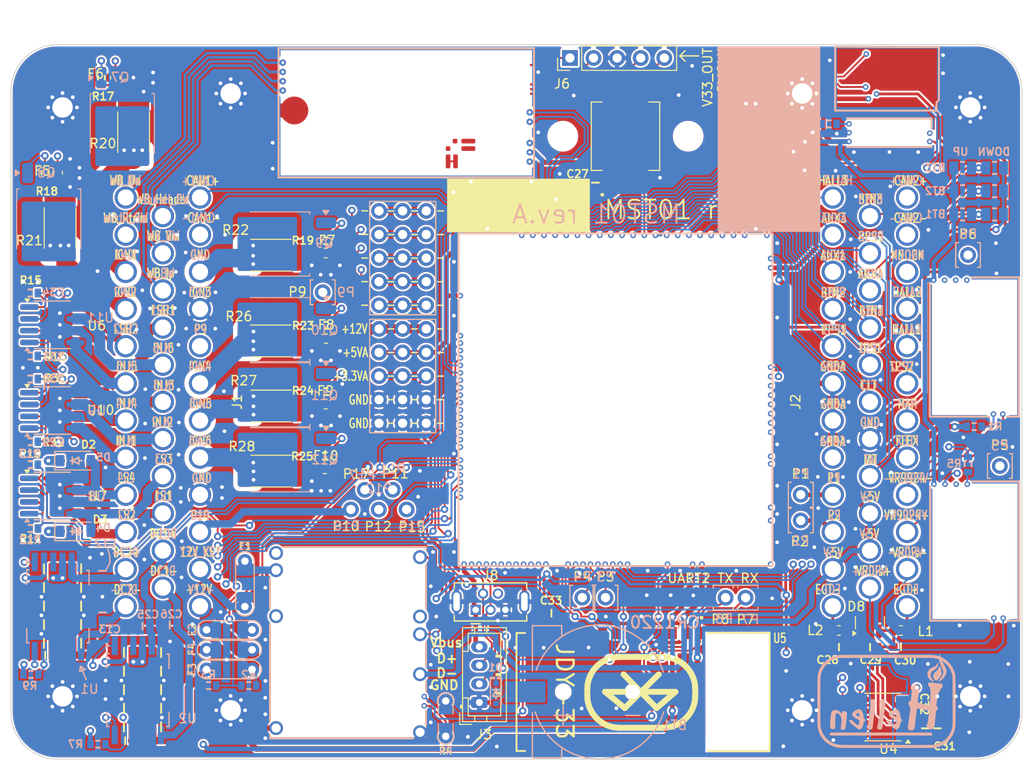
<source format=kicad_pcb>
(kicad_pcb (version 20240108) (generator "pcbnew") (generator_version "8.0")
  (title_block (title "UAEFI") (date "2024-08-15") (rev "D"))
  (layers (0 "F.Cu" signal) (1 "In1.Cu" signal) (2 "In2.Cu" signal) (31 "B.Cu" signal) (34 "B.Paste" user) (35 "F.Paste" user) (36 "B.SilkS" user "B.Silkscreen") (37 "F.SilkS" user "F.Silkscreen") (38 "B.Mask" user) (39 "F.Mask" user) (44 "Edge.Cuts" user))
  (net 0 "")
  (net 1 "Net-(BT1-+)")
  (net 2 "GND")
  (net 3 "/2 DC Driver/PWR1")
  (net 4 "/2 DC Driver/PWR2")
  (net 5 "/OUT_DC1-")
  (net 6 "/OUT_DC1+")
  (net 7 "+5VA")
  (net 8 "/EGT/T-Filtrato")
  (net 9 "/EGT/T+Filtrato")
  (net 10 "+3.3VA")
  (net 11 "/VBAT")
  (net 12 "+12V_RAW")
  (net 13 "/OUT_DC2-")
  (net 14 "/OUT_DC2+")
  (net 15 "/OUT_LS1")
  (net 16 "/OUT_LS2")
  (net 19 "/IN_VIGN")
  (net 20 "+12V")
  (net 21 "Net-(G4-Pad1)")
  (net 22 "Net-(G4-Pad12)")
  (net 23 "Net-(G4-Pad13)")
  (net 24 "Net-(G4-Pad14)")
  (net 25 "Net-(G4-Pad10)")
  (net 26 "+5VP")
  (net 27 "GNDA")
  (net 28 "EGT-")
  (net 29 "EGT+")
  (net 30 "/nReset")
  (net 31 "/SWDIO")
  (net 32 "/V33_OUT")
  (net 33 "/SWCLK")
  (net 36 "/VIGN")
  (net 37 "+5V")
  (net 38 "/PWR_EN")
  (net 39 "Net-(M1-PG_5VP)")
  (net 40 "/IN_KNOCK")
  (net 41 "/OUT_LS3")
  (net 42 "/OUT_LS4")
  (net 45 "/VR_DISCRETE_THR")
  (net 48 "/DC1_DIS")
  (net 49 "/LS2")
  (net 50 "/LS1")
  (net 51 "/INJ6")
  (net 52 "/INJ5")
  (net 53 "/INJ4")
  (net 54 "/INJ3")
  (net 55 "/INJ2")
  (net 56 "/INJ1")
  (net 57 "/LS3")
  (net 58 "/LS4")
  (net 59 "/DC1_PWM")
  (net 60 "/DC1_DIR")
  (net 61 "/DC2_PWM")
  (net 62 "Net-(M5-PULL_DOWN1)")
  (net 67 "/EGT/SPI_CS")
  (net 68 "/EGT/SPI_SCK")
  (net 69 "/EGT/SPI_SO")
  (net 76 "+3.3V")
  (net 77 "/INTERNAL_MAP")
  (net 78 "/ADC3")
  (net 79 "/IGN6")
  (net 80 "/IGN5")
  (net 81 "/IGN4")
  (net 82 "/IGN3")
  (net 83 "/IGN2")
  (net 84 "/IGN1")
  (net 86 "Net-(Q7-G)")
  (net 87 "Net-(Q8-G)")
  (net 88 "Net-(Q9-G)")
  (net 89 "Net-(Q10-G)")
  (net 90 "Net-(Q11-G)")
  (net 91 "Net-(Q12-G)")
  (net 93 "Net-(M6-SPI2_CS_{slash}_CAN2_RX_(PB12))")
  (net 94 "Net-(M6-SPI2_SCK_{slash}_CAN2_TX_(PB13))")
  (net 95 "Net-(M6-UART2_TX_(PD5))")
  (net 96 "Net-(M6-UART2_RX_(PD6))")
  (net 97 "Net-(M6-LED_GREEN)")
  (net 98 "Net-(M6-LED_YELLOW)")
  (net 104 "/VREF1")
  (net 109 "/PG_5VP")
  (net 110 "Net-(F5-Pad1)")
  (net 111 "Net-(F6-Pad1)")
  (net 112 "Net-(F7-Pad1)")
  (net 113 "Net-(F8-Pad1)")
  (net 114 "Net-(F9-Pad1)")
  (net 115 "Net-(F10-Pad1)")
  (net 126 "/LS_HOT2")
  (net 127 "/LS_HOT1")
  (net 128 "/VR_DISCRETE_A")
  (net 129 "/DC2_DIR")
  (net 130 "/DC2_DIS")
  (net 136 "/12V_KEY")
  (net 137 "/VR_DISCRETE")
  (net 138 "/OUT_IGN6")
  (net 139 "/CAN1-")
  (net 140 "/CAN1+")
  (net 141 "/OUT_INJ1")
  (net 142 "/OUT_IGN3")
  (net 143 "/OUT_INJ4")
  (net 144 "/WBO_Ip")
  (net 145 "/OUT_INJ5")
  (net 146 "/OUT_INJ2")
  (net 147 "/OUT_IGN2")
  (net 148 "/OUT_IGN5")
  (net 149 "/WBO_Rtrim")
  (net 150 "/OUT_LS_HOT1")
  (net 151 "/OUT_IGN1")
  (net 152 "/OUT_INJ6")
  (net 153 "/OUT_LS_HOT2")
  (net 154 "/OUT_INJ3")
  (net 155 "/WBO_Heater")
  (net 156 "/WBO_Vm")
  (net 157 "/WBO_Un")
  (net 158 "/OUT_IGN4")
  (net 160 "/MAP")
  (net 161 "/BUTTON1")
  (net 162 "/VR_MAX9924")
  (net 163 "/HALL1")
  (net 164 "/IN_KNOCK_RAW")
  (net 165 "/IMP_VR_MAX9924-")
  (net 166 "/TPS2")
  (net 167 "/HALL3")
  (net 168 "/AUX3")
  (net 169 "/TPS1")
  (net 170 "/BUTTON3")
  (net 171 "/IMP_VR_MAX9924+")
  (net 172 "/FLEX")
  (net 173 "/IMP_VR_DISCRETE+")
  (net 174 "/PPS1")
  (net 175 "/AUX2")
  (net 176 "/IMP_VR_DISCRETE-")
  (net 177 "/PPS2")
  (net 178 "/CAN2-")
  (net 179 "/CAN2+")
  (net 180 "/HALL2")
  (net 181 "/BUTTON2")
  (net 182 "/AUX1")
  (net 183 "/D-")
  (net 184 "/Vbus")
  (net 185 "/D+")
  (net 186 "/VMAIN")
  (net 187 "/CLT")
  (net 188 "/IAT")
  (net 206 "/P9")
  (net 207 "/P10")
  (net 208 "/P2")
  (net 209 "/P1")
  (footprint "hellen-one-common:C0805" (layer "F.Cu") (at 78.9 132.775 180)
    (property "Reference" "C10" (hide yes))
    (property "Value" "10u" (hide yes))
  )
  (footprint "MountingHole:MountingHole_3mm" (layer "F.Cu") (at 130.75 78.2)
    (property "Reference" "H1" (hide yes))
    (property "Value" "MountingHole")
  )
  (footprint "Package_TO_SOT_SMD:SOT-23" (layer "F.Cu") (at 163.82 130.56 90)
    (property "Reference" "D8")
    (property "Value" "NUP2105L")
  )
  (footprint "Package_SO:SOIC-8_3.9x4.9mm_P1.27mm" (layer "F.Cu") (at 75.785 116.935)
    (property "Reference" "U7")
    (property "Value" "VNLD5160TR-E" (hide yes))
  )
  (footprint "hellen-one-common:PAD-TH" (layer "F.Cu") (at 104.91 95)
    (property "Reference" "P9")
    (property "Value" "Pad" (hide yes))
  )
  (footprint "hellen-one-common:C0805" (layer "F.Cu") (at 78.9 128.775 180)
    (property "Reference" "C8" (hide yes))
    (property "Value" "10u" (hide yes))
  )
  (footprint "hellen-one-common:C0603" (layer "F.Cu") (at 134.3 83.2 -90)
    (property "Reference" "C27")
    (property "Value" "100n" (hide yes))
  )
  (footprint "hellen-one-common:R0603" (layer "F.Cu") (at 105.23 89.45 180)
    (property "Reference" "R19")
    (property "Value" "22" (hide yes))
  )
  (footprint "hellen-one-common:C0805" (layer "F.Cu") (at 83.51 133.785)
    (property "Reference" "C14" (hide yes))
    (property "Value" "10u" (hide yes))
  )
  (footprint "Package_SO:SOIC-8_3.9x4.9mm_P1.27mm" (layer "F.Cu") (at 75.8 107.72)
    (property "Reference" "U10")
    (property "Value" "VNLD5160TR-E" (hide yes))
  )
  (footprint "hellen-one-common:R0603" (layer "F.Cu") (at 105.27 98.55 180)
    (property "Reference" "R23")
    (property "Value" "22" (hide yes))
  )
  (footprint "hellen-one-common:C0805" (layer "F.Cu") (at 83.51 137.785)
    (property "Reference" "C16" (hide yes))
    (property "Value" "10u" (hide yes))
  )
  (footprint "hellen-one-common:R0603" (layer "F.Cu") (at 73.43 104.34)
    (property "Reference" "R31")
    (property "Value" "4.7k" (hide yes))
  )
  (footprint "hellen-one-common:PAD-TH" (layer "F.Cu") (at 148.28 127.88 90)
    (property "Reference" "P8")
    (property "Value" "Pad" (hide yes))
  )
  (footprint "Resistor_SMD:R_2512_6332Metric" (layer "F.Cu") (at 99.34 107.245 180)
    (property "Reference" "R27")
    (property "Value" "0")
  )
  (footprint "hellen-one-common:C0603" (layer "F.Cu") (at 167.16 133.18 180)
    (property "Reference" "C30")
    (property "Value" "10n" (hide yes))
  )
  (footprint "hellen-one-wbo-0.5:wbo" (layer "F.Cu") (at 127.755 68.63 180)
    (property "Reference" "M5" (hide yes))
    (property "Value" "Module-wbo-0.5" (hide yes))
  )
  (footprint "hellen-one-common:PAD-TH" (layer "F.Cu") (at 177.8 113.7)
    (property "Reference" "P5")
    (property "Value" "Pad" (hide yes))
  )
  (footprint "Fuse:Fuse_0603_1608Metric" (layer "F.Cu") (at 82.58 71.9 90)
    (property "Reference" "F6")
    (property "Value" "50mA")
  )
  (footprint "hellen-one-common:C0603" (layer "F.Cu") (at 129.53 129.565 180)
    (property "Reference" "C33")
    (property "Value" "100n" (hide yes))
  )
  (footprint "hellen-one-common:C0603" (layer "F.Cu") (at 163.83 133.18)
    (property "Reference" "C29")
    (property "Value" "100n" (hide yes))
  )
  (footprint "Fuse:Fuse_0603_1608Metric" (layer "F.Cu") (at 105.23 107.05)
    (property "Reference" "F9")
    (property "Value" "50mA")
  )
  (footprint "hellen-one-common:C0805" (layer "F.Cu") (at 83.51 141.785)
    (property "Reference" "C18" (hide yes))
    (property "Value" "10u" (hide yes))
  )
  (footprint "Package_SO:SOIC-8_3.9x4.9mm_P1.27mm" (layer "F.Cu") (at 165.21 140.73 180)
    (property "Reference" "U4")
    (property "Value" "MAX31855KASA")
  )
  (footprint "hellen-one-common:C0805" (layer "F.Cu") (at 87.51 135.785 180)
    (property "Reference" "C20" (hide yes))
    (property "Value" "10u" (hide yes))
  )
  (footprint "Impronte-mie:PAD-TH-senza-serigrafia" (layer "F.Cu") (at 110.95 118.39)
    (property "Reference" "P12")
    (property "Value" "Pad" (hide yes))
  )
  (footprint "hellen-one-common:C0603" (layer "F.Cu") (at 171.06 141.94 90)
    (property "Reference" "C31")
    (property "Value" "100n" (hide yes))
  )
  (footprint "hellen-one-common:R0603" (layer "F.Cu") (at 105.23 105.69 180)
    (property "Reference" "R24")
    (property "Value" "22" (hide yes))
  )
  (footprint "hellen-one-common:C0805" (layer "F.Cu") (at 78.9 126.775 180)
    (property "Reference" "C7" (hide yes))
    (property "Value" "10u" (hide yes))
  )
  (footprint "hellen-one-common:C0805" (layer "F.Cu") (at 87.51 137.785 180)
    (property "Reference" "C21" (hide yes))
    (property "Value" "10u" (hide yes))
  )
  (footprint "hellen-one-common:C0603" (layer "F.Cu") (at 83.64 143.244994)
    (property "Reference" "C24" (hide yes))
    (property "Value" "100n" (hide yes))
  )
  (footprint "hellen-one-common:PAD-TH" (layer "F.Cu") (at 132.85 127.87)
    (property "Reference" "P4")
    (property "Value" "Pad" (hide yes))
  )
  (footprint "Resistor_SMD:R_2512_6332Metric" (layer "F.Cu") (at 76.635 88.08 -90)
    (property "Reference" "R21")
    (property "Value" "0")
  )
  (footprint "hellen-one-vr-discrete-0.5:vr-discrete" (layer "F.Cu") (at 180 130.455 90)
    (property "Reference" "M3" (hide yes))
    (property "Value" "Module-vr-discrete-0.5" (hide yes))
  )
  (footprint "hellen-one-common:R0603" (layer "F.Cu") (at 73.43 113.56)
    (property "Reference" "R10")
    (property "Value" "4.7k" (hide yes))
  )
  (footprint "hellen-one-common:USB-MINI-B-VERTICAL" (layer "F.Cu") (at 122.97 128.31)
    (property "Reference" "J8")
    (property "Value" "USB_B_Mini" (hide yes))
  )
  (footprint "hellen-one-common:SOD-123" (layer "F.Cu") (at 78.3 113.13)
    (property "Reference" "D2")
    (property "Value" "B5819W" (hide yes))
  )
  (footprint "hellen-one-knock-0.2:knock" (layer "F.Cu") (at 170.56 76.17 180)
    (property "Reference" "M2" (hide yes))
    (property "Value" "Module-knock-0.2" (hide yes))
  )
  (footprint "hellen-one-power_12and5V-0.2:power_12and5V" (layer "F.Cu") (at 99.134999 143.115001)
    (property "Reference" "M1" (hide yes))
    (property "Value" "Module-power_12and5V-0.2" (hide yes))
  )
  (footprint "hellen-one-common:C0805" (layer "F.Cu") (at 74.9 130.775)
    (property "Reference" "C4" (hide yes))
    (property "Value" "10u" (hide yes))
  )
  (footprint "hellen-one-common:C0603" (layer "F.Cu") (at 75.03 134.05)
    (property "Reference" "C11" (hide yes))
    (property "Value" "100n" (hide yes))
  )
  (footprint "Fuse:Fuse_0603_1608Metric" (layer "F.Cu") (at 105.26 99.98)
    (property "Reference" "F8")
    (property "Value" "50mA")
  )
  (footprint "hellen-one-common:C0805" (layer "F.Cu") (at 74.9 124.785)
    (property "Reference" "C1" (hide yes))
    (property "Value" "10u" (hide yes))
  )
  (footprint "Resistor_SMD:R_2512_6332Metric" (layer "F.Cu") (at 99.325 100.24 180)
    (property "Reference" "R26")
    (property "Value" "0")
  )
  (footprint "hellen-one-common:PAD-TH" (layer "F.Cu") (at 174.38 90.99)
    (property "Reference" "P6")
    (property "Value" "Pad" (hide yes))
  )
  (footprint "hellen-one-common:MPXH6400A-SSOP8" (layer "F.Cu") (at 137.5 78.2 90)
    (property "Reference" "U12" (hide yes))
    (property "Value" "MPXH6400A" (hide yes))
  )
  (footprint "ampseal:ampseal-35-mia-con-pad-GND" (layer "F.Cu") (at 163.82 106.8 -90)
    (property "Reference" "J2")
    (property "Value" "AMPSeal-35-verticale-bianco")
  )
  (footprint "hellen-one-common:C0805" (layer "F.Cu") (at 78.9 130.775 180)
    (property "Reference" "C9" (hide yes))
    (property "Value" "10u" (hide yes))
  )
  (footprint "hellen-one-common:C0603" (layer "F.Cu") (at 169.764994 141.94 90)
    (property "Reference" "C32")
    (property "Value" "1u" (hide yes))
  )
  (footprint "Impronte-mie:PAD-TH-senza-serigrafia" (layer "F.Cu") (at 107.94 118.38)
    (property "Reference" "P10")
    (property "Value" "Pad" (hide yes))
  )
  (footprint "hellen-one-common:R0603" (layer "F.Cu") (at 73.43 101.86 180)
    (property "Reference" "R16")
    (property "Value" "4.7k" (hide yes))
  )
  (footprint "hellen-one-common:PAD-TH" (layer "F.Cu") (at 156.37 116.79)
    (property "Reference" "P1")
    (property "Value" "Pad" (hide yes))
  )
  (footprint "MountingHole:MountingHole_3mm" (layer "F.Cu") (at 144.25 78.2)
    (property "Reference" "H2" (hide yes))
    (property "Value" "MountingHole")
  )
  (footprint "Inductor_SMD:L_0603_1608Metric" (layer "F.Cu") (at 160.48 131.41)
    (property "Reference" "L2")
    (property "Value" "470R@100MHz")
  )
  (footprint "hellen-one-common:C0805" (layer "F.Cu") (at 83.51 139.785)
    (property "Reference" "C17" (hide yes))
    (property "Value" "10u" (hide yes))
  )
  (footprint "hellen-one-common:R0603" (layer "F.Cu") (at 73.43 95.08 180)
    (property "Reference" "R15")
    (property "Value" "4.7k" (hide yes))
  )
  (footprint "hellen-one-common:C0805" (layer "F.Cu") (at 87.51 133.785 180)
    (property "Reference" "C19" (hide yes))
    (property "Value" "10u" (hide yes))
  )
  (footprint "hellen-one-common:C0805" (layer "F.Cu") (at 87.51 141.785 180)
    (property "Reference" "C23" (hide yes))
    (property "Value" "10u" (hide yes))
  )
  (footprint "hellen-one-common:PROTO_AREA" (layer "F.Cu") (at 110.97 109.1 90)
    (property "Reference" "G3" (hide yes))
    (property "Value" "PROTO_AREA" (hide yes))
  )
  (footprint "hellen-one-common:PAD-TH" (layer "F.Cu") (at 135.35 127.87)
    (property "Reference" "P3")
    (property "Value" "Pad" (hide yes))
  )
  (footprint "hellen-one-common:R0603" (layer "F.Cu") (at 81.08 71.9 -90)
    (property "Reference" "R17")
    (property "Value" "22" (hide yes))
  )
  (footprint "hellen-one-common:R0603" (layer "F.Cu") (at 73.45 120.43)
    (property "Reference" "R11")
    (property "Value" "4.7k" (hide yes))
  )
  (footprint "hellen-one-common:SOD-123" (layer "F.Cu") (at 78.305 120.74)
    (property "Reference" "D3")
    (property "Value" "B5819W" (hide yes))
  )
  (footprint "Fuse:Fuse_0603_1608Metric" (layer "F.Cu") (at 105.23 90.78)
    (property "Reference" "F7")
    (property "Value" "50mA")
  )
  (footprint "Fuse:Fuse_0603_1608Metric" (layer "F.Cu") (at 76.37 82.13 90)
    (property "Reference" "F5")
    (property "Value" "50mA" (hide yes))
  )
  (footprint "hellen-one-common:R0603" (layer "F.Cu") (at 73.43 111.09)
    (property "Reference" "R32")
    (property "Value" "4.7k" (hide yes))
  )
  (footprint "hellen-one-common:C0603" (layer "F.Cu") (at 160.48 133.18)
    (property "Reference" "C28")
    (property "Value" "10n" (hide yes))
  )
  (footprint "Impronte-mie:PAD-TH-senza-serigrafia" (layer "F.Cu") (at 112.4 116.26)
    (property "Reference" "P11")
    (property "Value" "Pad" (hide yes))
  )
  (footprint "Impronte-mie:PAD-TH-senza-serigrafia" (layer "F.Cu") (at 109.44 116.2682)
    (property "Reference" "P17")
    (property "Value" "Pad" (hide yes))
  )
  (footprint "hellen-one-common:PAD-TH" (layer "F.Cu") (at 150.43 127.88 90)
    (property "Reference" "P7")
    (property "Value" "Pad" (hide yes))
  )
  (footprint "Package_SO:SOIC-8_3.9x4.9mm_P1.27mm" (layer "F.Cu") (at 75.8 98.5)
    (property "Reference" "U6")
    (property "Value" "VNLD5160TR-E" (hide yes))
  )
  (footprint "hellen-one-mega-mcu100-0.3:mega-mcu100" (layer "F.Cu") (at 153.43 88.57001 180)
    (property "Reference" "M6" (hide yes))
    (property "Value" "Module:mega-mcu100/0.3" (hide yes))
  )
  (footprint "hellen-one-common:R0603" (layer "F.Cu") (at 75 82.13 -90)
    (property "Reference" "R18")
    (property "Value" "22" (hide yes))
  )
  (footprint "Inductor_SMD:L_0603_1608Metric" (layer "F.Cu") (at 167.16 131.41 180)
    (property "Reference" "L1")
    (property "Value" "470R@100MHz")
  )
  (footprint "hellen-one-common:C0805" (layer "F.Cu") (at 74.9 128.775)
    (property "Reference" "C3" (hide yes))
    (property "Value" "10u" (hide yes))
  )
  (footprint "Impronte-mie:PAD-TH-senza-serigrafia" (layer "F.Cu") (at 113.94 118.38)
    (property "Reference" "P15")
    (property "Value" "Pad" (hide yes))
  )
  (footprint "Resistor_SMD:R_2512_6332Metric" (layer "F.Cu") (at 84.55 77.77 -90)
    (property "Reference" "R20")
    (property "Value" "0")
  )
  (footprint "Impronte-mie:JDY-33_mio" (layer "F.Cu") (at 139.195 138.03 -90)
    (property "Reference" "U5")
    (property "Value" "JDY-33")
  )
  (footprint "hellen-one-common:C0805" (layer "F.Cu") (at 74.9 126.775)
    (property "Reference" "C2" (hide yes))
    (property "Value" "10u" (hide yes))
  )
  (footprint "hellen-one-common:C0805" (layer "F.Cu") (at 78.9 124.775 180)
    (property "Reference" "C6" (hide yes))
    (property "Value" "10u" (hide yes))
  )
  (footprint "Resistor_SMD:R_2512_6332Metric" (layer "F.Cu") (at 99.325 91.015 180)
    (property "Reference" "R22")
    (property "Value" "0")
  )
  (footprint "Connector_PinHeader_2.54mm:PinHeader_1x05_P2.54mm_Vertical" (layer "F.Cu") (at 131.52 69.78 90)
    (property "Reference" "J6")
    (property "Value" "Conn_01x05_Pin")
  )
  (footprint "hellen-one-vr-max9924-0.1:vr-max9924" (layer "F.Cu") (at 179.955 108.49 90)
    (property "Reference" "M4" (hide yes))
    (property "Value" "Module-vr-max9924-0.1" (hide yes))
  )
  (footprint "hellen-one-common:C0805" (layer "F.Cu") (at 74.9 132.775)
    (property "Reference" "C5" (hide yes))
    (property "Value" "10u" (hide yes))
  )
  (footprint "kicad6-libraries:rusefi_logo" (layer "F.Cu") (at 151.24 80.95)
    (property "Reference" "G1" (hide yes))
    (property "Value" "RUSEFI_LOGO" (hide yes))
  )
  (footprint "ampseal:ampseal-35-mia-con-pad-GND" (layer "F.Cu") (at 87.7 106.8 90)
    (property "Reference" "J1")
    (property "Value" "AMPSeal-35-verticale-nero")
  )
  (footprint "hellen-one-common:C0805" (layer "F.Cu") (at 83.51 135.785)
    (property "Reference" "C15" (hide yes))
    (property "Value" "10u" (hide yes))
  )
  (footprint "Connector_JST:JST_PH_B4B-PH-K_1x04_P2.00mm_Vertical" (layer "F.Cu") (at 121.77 139.16 90)
    (property "Reference" "J3")
    (property "Value" "Conn_01x04_Pin")
  )
  (footprint "Fuse:Fuse_0603_1608Metric" (layer "F.Cu") (at 105.14 114.01)
    (property "Reference" "F10")
    (property "Value" "50mA")
  )
  (footprint "Resistor_SMD:R_2512_6332Metric" (layer "F.Cu") (at 99.35 114.255 180)
    (property "Reference" "R28")
    (property "Value" "0")
  )
  (footprint "hellen-one-common:R0603" (layer "F.Cu") (at 105.15 112.61 180)
    (property "Reference" "R25")
    (property "Value" "22" (hide yes))
  )
  (footprint "hellen-one-common:PAD-TH" (layer "F.Cu") (at 156.37 119.57)
    (property "Reference" "P2")
    (property "Value" "Pad" (hide yes))
  )
  (footprint "hellen-one-common:PROTO_AREA" (layer "F.Cu") (at 110.97 96.4 90)
    (property "Reference" "G4" (hide yes))
    (property "Value" "PROTO_AREA" (hide yes))
  )
  (footprint "hellen-one-common:C0805" (layer "F.Cu") (at 87.51 139.785 180)
    (property "Reference" "C22" (hide yes))
    (property "Value" "10u" (hide yes))
  )
  (footprint "hellen-one-common:R0805" (layer "B.Cu") (at 173.790021 81.61 180)
    (property "Reference" "R40" (hide yes))
    (property "Value" "10k" (hide yes))
  )
  (footprint "hellen-one-common:R0805" (layer "B.Cu") (at 173.790021 84.11 180)
    (property "Reference" "R39" (hide yes))
    (property "Value" "10k" (hide yes))
  )
  (footprint "hellen-one-common:SOD-123" (layer "B.Cu") (at 78.305 120.74)
    (property "Reference" "D4")
    (property "Value" "B5819W" (hide yes))
  )
  (footprint "kicad6-libraries:CR1220-2" (layer "B.Cu") (at 134.7 138.01)
    (property "Reference" "BT1")
    (property "Value" "CR1220")
  )
  (footprint "hellen-one-common:PAD-1206-PAD" (layer "B.Cu") (at 94.85 135.61 180)
    (property "Reference" "F3")
    (property "Value" "12H1500D" (hide yes))
  )
  (footprint "hellen-one-common:C0603" (layer "B.Cu") (at 85.51 130.975006)
    (property "Reference" "C25")
    (property "Value" "10n" (hide yes))
  )
  (footprint "Package_TO_SOT_SMD:TO-252-2" (layer "B.Cu") (at 75.4125 87.19 -90)
    (property "Reference" "Q8")
    (property "Value" "ISL9V3040D3ST" (hide yes))
  )
  (footprint "Package_TO_SOT_SMD:TO-252-2" (layer "B.Cu") (at 100.225 113.03 180)
    (property "Reference" "Q12")
    (property "Value" "ISL9V3040D3ST")
  )
  (footprint "hellen-one-common:R0603" (layer "B.Cu") (at 73.43 95.08)
    (property "Reference" "R34")
    (property "Value" "4.7k" (hide yes))
  )
  (footprint "hellen-one-common:R0603" (layer "B.Cu") (at 175.04 109.46)
    (property "Reference" "R1")
    (property "Value" "4.7k" (hide yes))
  )
  (footprint "hellen-one-common:LOGO" (layer "B.Cu") (at 165.294651 139.122287 180)
    (property "Reference" "G2" (hide yes))
    (property "Value" "LOGO" (hide yes))
  )
  (footprint "hellen-one-common:PAD-1206-PAD" (layer "B.Cu") (at 94.86 133.48 180)
    (property "Reference" "F4")
    (property "Value" "12H1500D" (hide yes))
  )
  (footprint "Package_TO_SOT_SMD:TO-252-2" (layer "B.Cu") (at 100.215 99.02 180)
    (property "Reference" "Q10")
    (property "Value" "ISL9V3040D3ST")
  )
  (footprint "hellen-one-common:PAD-0805-PAD" (layer "B.Cu") (at 118.15 140.9 90)
    (property "Reference" "R4")
    (property "Value" "Jumper-Pad-Pad" (hide yes))
  )
  (footprint "Package_SO:SOIC-8_3.9x4.9mm_P1.27mm" (layer "B.Cu") (at 75.8 98.5)
    (property "Reference" "U11")
    (property "Value" "VNLD5160TR-E" (hide yes))
  )
  (footprint "hellen-one-common:R0805" (layer "B.Cu") (at 177.240021 81.61 180)
    (property "Reference" "R37" (hide yes))
    (property "Value" "10k" (hide yes))
  )
  (footprint "hellen-one-common:R0603" (layer "B.Cu") (at 73.49 136.14 180)
    (property "Reference" "R9")
    (property "Value" "4.7k" (hide yes))
  )
  (footprint "hellen-one-common:C0603" (layer "B.Cu") (at 81.19 129.47 -90)
    (property "Reference" "C13")
    (property "Value" "10n" (hide yes))
  )
  (footprint "hellen-one-common:SOD-323" (layer "B.Cu") (at 123.56 138.19 -90)
    (property "Reference" "D1")
    (property "Value" "1N4148WS" (hide yes))
  )
  (footprint "Package_SO:Infineon_PG-DSO-12-11" (layer "B.Cu") (at 76.4 128.835 -90)
    (property "Reference" "U1")
    (property "Value" "TLE9201SG")
  )
  (footprint "hellen-one-common:R0603" (layer "B.Cu") (at 73.43 101.86)
    (property "Reference" "R33")
    (property "Value" "4.7k" (hide yes))
  )
  (footprint "hellen-one-common:PAD-1206-PAD" (layer "B.Cu") (at 96.53 126.39 90)
    (property "Reference" "F1")
    (property "Value" "12H1500D" (hide yes))
  )
  (footprint "hellen-one-can-0.1:can" (layer "B.Cu") (at 171.349997 75.5475 180)
    (property "Reference" "M7" (hide yes))
    (property "Value" "Module-can-0.1" (hide yes))
  )
  (footprint "hellen-one-common:C0603" (layer "B.Cu") (at 81.15 124.985 -90)
    (property "Reference" "C12")
    (property "Value" "10n" (hide yes))
  )
  (footprint "Package_SO:SOIC-8_3.9x4.9mm_P1.27mm" (layer "B.Cu") (at 75.8 107.72)
    (property "Reference" "U9")
    (property "Value" "VNLD5160TR-E" (hide yes))
  )
  (footprint "hellen-one-common:R0603" (layer "B.Cu") (at 73.43 104.34)
    (property "Reference" "R30")
    (property "Value" "4.7k" (hide yes))
  )
  (footprint "hellen-one-common:R0603" (layer "B.Cu") (at 92.63 137.34)
    (property "Reference" "R3")
    (property "Value" "6.8k" (hide yes))
  )
  (footprint "hellen-one-common:R0805" (layer "B.Cu") (at 177.240021 86.61 180)
    (property "Reference" "R35" (hide yes))
    (property "Value" "10k" (hide yes))
  )
  (footprint "hellen-one-common:R0603" (layer "B.Cu") (at 73.43 113.56)
    (property "Reference" "R13")
    (property "Value" "4.7k" (hide yes))
  )
  (footprint "hellen-one-common:PAD-1206-PAD" (layer "B.Cu") (at 94.85 131.34)
    (property "Reference" "F2")
    (property "Value" "12H1500D" (hide yes))
  )
  (footprint "hellen-one-common:R0805" (layer "B.Cu") (at 173.790021 86.61 180)
    (property "Reference" "R38" (hide yes))
    (property "Value" "10k" (hide yes))
  )
  (footprint "hellen-one-common:R0805" (layer "B.Cu") (at 177.240021 84.11 180)
    (property "Reference" "R36" (hide yes))
    (property "Value" "10k" (hide yes))
  )
  (footprint "Package_TO_SOT_SMD:TO-252-2" (layer "B.Cu") (at 100.2 89.8 180)
    (property "Reference" "Q9")
    (property "Value" "ISL9V3040D3ST")
  )
  (footprint "hellen-one-common:R0603" (layer "B.Cu") (at 73.43 111.09)
    (property "Reference" "R29")
    (property "Value" "4.7k" (hide yes))
  )
  (footprint "Package_TO_SOT_SMD:TO-252-2" (layer "B.Cu") (at 100.225 106.03 180)
    (property "Reference" "Q11")
    (property "Value" "ISL9V3040D3ST")
  )
  (footprint "Package_SO:Infineon_PG-DSO-12-11" (layer "B.Cu") (at 85.01 137.85 -90)
    (property "Reference" "U2")
    (property "Value" "TLE9201SG")
  )
  (footprint "hellen-one-common:SOD-123" (layer "B.Cu") (at 78.3 113.13)
    (property "Reference" "D5")
    (property "Value" "B5819W" (hide yes))
  )
  (footprint "hellen-one-common:C0603" (layer "B.Cu") (at 88.440001 130.84)
    (property "Reference" "C26")
    (property "Value" "10n" (hide yes))
  )
  (footprint "hellen-one-common:R0603" (layer "B.Cu") (at 73.45 120.43)
    (property "Reference" "R12")
    (property "Value" "4.7k" (hide yes))
  )
  (footprint "hellen-one-common:R0603" (layer "B.Cu") (at 174.38 113.55 90)
    (property "Reference" "R5")
    (property "Value" "0" (hide yes))
  )
  (footprint "hellen-one-common:R0603" (layer "B.Cu") (at 159.42 76.87 180)
    (property "Reference" "R6")
    (property "Value" "0" (hide yes))
  )
  (footprint "hellen-one-common:R0603" (layer "B.Cu") (at 96.95 137.34)
    (property "Reference" "R2")
    (property "Value" "33k" (hide yes))
  )
  (footprint "hellen-one-common:R0603" (layer "B.Cu") (at 80.7 143.65 180)
    (property "Reference" "R7")
    (property "Value" "4.7k" (hide yes))
  )
  (footprint "Package_TO_SOT_SMD:TO-252-2" (layer "B.Cu") (at 83.33 76.93 -90)
    (property "Reference" "Q7")
    (property "Value" "ISL9V3040D3ST")
  )
  (footprint "Package_SO:SOIC-8_3.9x4.9mm_P1.27mm" (layer "B.Cu") (at 75.785 116.935)
    (property "Reference" "U8")
    (property "Value" "VNLD5160TR-E" (hide yes))
  )
  (gr_line (start 78.83 135.25) (end 79.35 135.6) (stroke (width 0.15)) (layer "B.SilkS"))
  (gr_line (start 81.78 122.61) (end 82 123.49) (stroke (width 0.15)) (layer "B.SilkS"))
  (gr_line (start 82 123.49) (end 82 124.11) (stroke (width 0.15)) (layer "B.SilkS"))
  (gr_line (start 79.45 136.69) (end 78.83 135.25) (stroke (width 0.15)) (layer "B.SilkS"))
  (gr_line (start 78.74 135.83) (end 78.83 135.25) (stroke (width 0.15)) (layer "B.SilkS"))
  (gr_line (start 82 124.11) (end 81.549999 124.985) (stroke (width 0.15)) (layer "B.SilkS"))
  (gr_rect (start 147.505 68.606993) (end 158.38987 88.428008) (stroke (width 0.15)) (fill solid) (layer "B.SilkS"))
  (gr_line (start 79.35 135.6) (end 78.74 135.83) (stroke (width 0.15)) (layer "B.SilkS"))
  (gr_line (start 114.48 98.945) (end 115.095 98.945) (stroke (width 0.15)) (layer "F.SilkS"))
  (gr_line (start 117.29 96.4) (end 117.905 96.4) (stroke (width 0.15)) (layer "F.SilkS"))
  (gr_line (start 114.48 101.485) (end 115.095 101.485) (stroke (width 0.15)) (layer "F.SilkS"))
  (gr_line (start 114.48 91.325) (end 115.095 91.325) (stroke (width 0.15)) (layer "F.SilkS"))
  (gr_line (start 117.29 101.485) (end 117.905 101.485) (stroke (width 0.15)) (layer "F.SilkS"))
  (gr_line (start 114.48 86.245) (end 115.095 86.245) (stroke (width 0.15)) (layer "F.SilkS"))
  (gr_line (start 114.48 88.785) (end 115.095 88.785) (stroke (width 0.15)) (layer "F.SilkS"))
  (gr_line (start 143.355 69.555) (end 143.92 70.12) (stroke (width 0.15)) (layer "F.SilkS"))
  (gr_line (start 114.48 93.865) (end 115.095 93.865) (stroke (width 0.15)) (layer "F.SilkS"))
  (gr_line (start 111.94 88.785) (end 112.555 88.785) (stroke (width 0.15)) (layer "F.SilkS"))
  (gr_line (start 117.29 86.245) (end 117.905 86.245) (stroke (width 0.15)) (layer "F.SilkS"))
  (gr_line (start 111.94 86.245) (end 112.555 86.245) (stroke (width 0.15)) (layer "F.SilkS"))
  (gr_line (start 111.94 109.1) (end 112.555 109.1) (stroke (width 0.15)) (layer "F.SilkS"))
  (gr_line (start 111.94 106.565) (end 112.555 106.565) (stroke (width 0.15)) (layer "F.SilkS"))
  (gr_line (start 157.55 69.555) (end 157.55 68.92) (stroke (width 0.15)) (layer "F.SilkS"))
  (gr_line (start 114.48 109.1) (end 115.095 109.1) (stroke (width 0.15)) (layer "F.SilkS"))
  (gr_line (start 111.94 98.945) (end 112.555 98.945) (stroke (width 0.15)) (layer "F.SilkS"))
  (gr_rect (start 118.375 82.85013) (end 133.591015 88.465) (stroke (width 0.15)) (fill solid) (layer "F.SilkS"))
  (gr_line (start 109.73 96.395) (end 109.115 96.395) (stroke (width 0.15)) (layer "F.SilkS"))
  (gr_line (start 111.94 104.025) (end 112.555 104.025) (stroke (width 0.15)) (layer "F.SilkS"))
  (gr_line (start 111.94 91.325) (end 112.555 91.325) (stroke (width 0.15)) (layer "F.SilkS"))
  (gr_line (start 114.48 104.025) (end 115.095 104.025) (stroke (width 0.15)) (layer "F.SilkS"))
  (gr_line (start 143.355 69.555) (end 143.92 68.99) (stroke (width 0.15)) (layer "F.SilkS"))
  (gr_line (start 109.73 91.315) (end 109.115 91.315) (stroke (width 0.15)) (layer "F.SilkS"))
  (gr_line (start 111.94 101.485) (end 112.555 101.485) (stroke (width 0.15)) (layer "F.SilkS"))
  (gr_line (start 117.29 93.865) (end 117.905 93.865) (stroke (width 0.15)) (layer "F.SilkS"))
  (gr_line (start 143.355 69.555) (end 145.37 69.555) (stroke (width 0.15)) (layer "F.SilkS"))
  (gr_line (start 109.73 86.235) (end 109.115 86.235) (stroke (width 0.15)) (layer "F.SilkS"))
  (gr_line (start 117.29 106.565) (end 117.905 106.565) (stroke (width 0.15)) (layer "F.SilkS"))
  (gr_line (start 157.55 69.555) (end 157.55 70.16) (stroke (width 0.15)) (layer "F.SilkS"))
  (gr_line (start 109.73 88.775) (end 109.115 88.775) (stroke (width 0.15)) (layer "F.SilkS"))
  (gr_line (start 117.29 98.945) (end 117.905 98.945) (stroke (width 0.15)) (layer "F.SilkS"))
  (gr_line (start 117.29 109.1) (end 117.905 109.1) (stroke (width 0.15)) (layer "F.SilkS"))
  (gr_line (start 114.48 106.565) (end 115.095 106.565) (stroke (width 0.15)) (layer "F.SilkS"))
  (gr_line (start 117.29 88.785) (end 117.905 88.785) (stroke (width 0.15)) (layer "F.SilkS"))
  (gr_line (start 117.29 104.025) (end 117.905 104.025) (stroke (width 0.15)) (layer "F.SilkS"))
  (gr_line (start 111.94 93.865) (end 112.555 93.865) (stroke (width 0.15)) (layer "F.SilkS"))
  (gr_line (start 109.73 93.855) (end 109.115 93.855) (stroke (width 0.15)) (layer "F.SilkS"))
  (gr_line (start 117.29 91.325) (end 117.905 91.325) (stroke (width 0.15)) (layer "F.SilkS"))
  (gr_line (start 111.94 96.4) (end 112.555 96.4) (stroke (width 0.15)) (layer "F.SilkS"))
  (gr_line (start 153.775 69.555) (end 157.55 69.555) (stroke (width 0.15)) (layer "F.SilkS"))
  (gr_line (start 114.48 96.4) (end 115.095 96.4) (stroke (width 0.15)) (layer "F.SilkS"))
  (gr_line (start 71.345 73.344) (end 71.345 140.256) (stroke (width 0.1)) (layer "Edge.Cuts"))
  (gr_arc (start 76.345 145.256) (mid 72.809466 143.791534) (end 71.345 140.256) (stroke (width 0.1)) (layer "Edge.Cuts"))
  (gr_line (start 175.175 68.344) (end 76.345 68.344) (stroke (width 0.1)) (layer "Edge.Cuts"))
  (gr_line (start 180.175 140.265) (end 180.175 73.344) (stroke (width 0.1)) (layer "Edge.Cuts"))
  (gr_arc (start 71.345 73.344) (mid 72.809466 69.808466) (end 76.345 68.344) (stroke (width 0.1)) (layer "Edge.Cuts"))
  (gr_arc (start 175.175 68.344) (mid 178.710534 69.808466) (end 180.175 73.344) (stroke (width 0.1)) (layer "Edge.Cuts"))
  (gr_line (start 76.345 145.256) (end 175.175 145.256) (stroke (width 0.1)) (layer "Edge.Cuts"))
  (gr_arc (start 180.175 140.265) (mid 178.710534 143.800534) (end 175.175 145.265) (stroke (width 0.1)) (layer "Edge.Cuts"))
  (gr_text "IGN1" (at 82.355 91.545 -0) (layer "B.SilkS") (effects (font (size 1 0.7)) (justify right bottom mirror)))
  (gr_text "INJ4" (at 82.545 107.58 -0) (layer "B.SilkS") (effects (font (size 1 0.7)) (justify right bottom mirror)))
  (gr_text "+5V" (at 162.686666 117.58 -0) (layer "B.SilkS") (effects (font (size 1 0.7)) (justify right bottom mirror)))
  (gr_text "PPS2" (at 162.481666 89.59 -0) (layer "B.SilkS") (effects (font (size 1 0.7)) (justify right bottom mirror)))
  (gr_text "LS3" (at 86.74 113.56 -0) (layer "B.SilkS") (effects (font (size 1 0.7)) (justify right bottom mirror)))
  (gr_text "HALL3" (at 158.725 83.56 -0) (layer "B.SilkS") (effects (font (size 1 0.7)) (justify right bottom mirror)))
  (gr_text "GND" (at 162.686666 109.595 -0) (layer "B.SilkS") (effects (font (size 1 0.7)) (justify right bottom mirror)))
  (gr_text "HALL2" (at 166.191666 95.55 -0) (layer "B.SilkS") (effects (font (size 1 0.7)) (justify right bottom mirror)))
  (gr_text "CAN1-" (at 89.64 87.575 -0) (layer "B.SilkS") (effects (font (size 1 0.7)) (justify right bottom mirror)))
  (gr_text "IGN6" (at 90.38 111.575 -0) (layer "B.SilkS") (effects (font (size 1 0.7)) (justify right bottom mirror)))
  (gr_text "IGN2" (at 82.32 95.57 -0) (layer "B.SilkS") (effects (font (size 1 0.7)) (justify right bottom mirror)))
  (gr_text "INJ5" (at 82.56 103.575 -0) (layer "B.SilkS") (effects (font (size 1 0.7)) (justify right bottom mirror)))
  (gr_text "BTN1" (at 162.591666 97.59 -0) (layer "B.SilkS") (effects (font (size 1 0.7)) (justify right bottom mirror)))
  (gr_text "INJ2" (at 86.405 109.575 -0) (layer "B.SilkS") (effects (font (size 1 0.7)) (justify right bottom mirror)))
  (gr_text "GND" (at 90.53 91.565 -0) (layer "B.SilkS") (effects (font (size 1 0.7)) (justify right bottom mirror)))
  (gr_text "DC2+" (at 82.085 123.6 -0) (layer "B.SilkS") (effects (font (size 1 0.7)) (justify right bottom mirror)))
  (gr_text "WB_Ip" (at 85.83 93.53 -0) (layer "B.SilkS") (effects (font (size 1 0.7)) (justify right bottom mirror)))
  (gr_text "LS2" (at 82.74 119.545 -0) (layer "B.SilkS") (effects (font (size 1 0.7)) (justify right bottom mirror)))
  (gr_text "DC1-" (at 86.04 125.585 -0) (layer "B.SilkS") (effects (font (size 1 0.7)) (justify right bottom mirror)))
  (gr_text "P10" (at 90.58 119.585 -0) (layer "B.SilkS") (effects (font (size 1 0.7)) (justify right bottom mirror)))
  (gr_text "CAN1+" (at 89.625 83.605 -0) (layer "B.SilkS") (effects (font (size 1 0.7)) (justify right bottom mirror)))
  (gr_text "MAP" (at 166.736666 107.605 -0) (layer "B.SilkS") (effects (font (size 1 0.7)) (justify right bottom mirror)))
  (gr_text "FLEX" (at 166.506666 111.57 -0) (layer "B.SilkS") (effects (font (size 1 0.7)) (justify right bottom mirror)))
  (gr_text "UP" (at 174.515 80.355 -0) (layer "B.SilkS") (effects (font (size 0.82 0.82) (thickness 0.17)) (justify left bottom mirror)))
  (gr_text "BT1" (at 172.075 87.07 -0) (layer "B.SilkS") (effects (font (size 0.82 0.82) (thickness 0.17)) (justify left bottom mirror)))
  (gr_text "IGN4" (at 90.365 103.565 -0) (layer "B.SilkS") (effects (font (size 1 0.7)) (justify right bottom mirror)))
  (gr_text "DC1+" (at 86.175 121.595 -0) (layer "B.SilkS") (effects (font (size 1 0.7)) (justify right bottom mirror)))
  (gr_text "GNDA" (at 158.401666 103.55 -0) (layer "B.SilkS") (effects (font (size 1 0.7)) (justify right bottom mirror)))
  (gr_text "LSH2" (at 82.285 99.545 -0) (layer "B.SilkS") (effects (font (size 1 0.7)) (justify right bottom mirror)))
  (gr_text "EGT+" (at 166.256666 127.57 -0) (layer "B.SilkS") (effects (font (size 1 0.7)) (justify right bottom mirror)))
  (gr_text "+5V" (at 162.601666 121.585 -0) (layer "B.SilkS") (effects (font (size 1 0.7)) (justify right bottom mirror)))
  (gr_text "DOWN" (at 179.015 80.355 -0) (layer "B.SilkS") (effects (font (size 0.82 0.82) (thickness 0.17)) (justify left bottom mirror)))
  (gr_text "EGT-" (at 157.856666 127.575 -0) (layer "B.SilkS") (effects (font (size 1 0.7)) (justify right bottom mirror)))
  (gr_text "BTN2" (at 158.471666 95.615 -0) (layer "B.SilkS") (effects (font (size 1 0.7)) (justify right bottom mirror)))
  (gr_text "INJ6" (at 86.51 101.59 -0) (layer "B.SilkS") (effects (font (size 1 0.7)) (justify right bottom mirror)))
  (gr_text "VRDis+" (at 161.78 125.595 -0) (layer "B.SilkS") (effects (font (size 1 0.7)) (justify right bottom mirror)))
  (gr_text "LS1" (at 86.7 117.515 -0) (layer "B.SilkS") (effects (font (size 1 0.7)) (justify right bottom mirror)))
  (gr_text "CAN2-" (at 165.82 87.61 -0) (layer "B.SilkS") (effects (font (size 1 0.7)) (justify right bottom mirror)))
  (gr_text "HALL1" (at 166.136666 99.58 -0) (layer "B.SilkS") (effects (font (size 1 0.7)) (justify right bottom mirror)))
  (gr_text "IGN3" (at 90.37 95.575 -0) (layer "B.SilkS") (effects (font (size 1 0.7)) (justify right bottom mirror)))
  (gr_text "AUX3" (at 158.536666 87.59 -0) (layer "B.SilkS") (effects (font (size 1 0.7)) (justify right bottom mirror)))
  (gr_text "CLT" (at 162.676666 105.595 -0) (layer "B.SilkS") (effects (font (size 1 0.7)) (justify right bottom mirror)))
  (gr_text "AUX2" (at 162.466666 93.58 -0) (layer "B.SilkS") (effects (font (size 1 0.7)) (justify right bottom mirror)))
  (gr_text "IAT" (at 163.066666 113.605 -0) (layer "B.SilkS") (effects (font (size 1 0.7)) (justify right bottom mirror)))
  (gr_text "VR9924+" (at 165.05 119.585 -0) (layer "B.SilkS") (effects (font (size 1 0.7)) (justify right bottom mirror)))
  (gr_text "VR9924-" (at 165.155 115.605 -0) (layer "B.SilkS") (effects (font (size 1 0.7)) (justify right bottom mirror)))
  (gr_text "WB_Vm" (at 85.84 89.52 -0) (layer "B.SilkS") (effects (font (size 1 0.7)) (justify right bottom mirror)))
  (gr_text "INJ1" (at 82.495 111.585 -0) (layer "B.SilkS") (effects (font (size 1 0.7)) (justify right bottom mirror)))
  (gr_text "MST01 rev.A" (at 143.605 87.76 0) (layer "B.SilkS") (effects (font (size 2 2) (thickness 0.2)) (justify left bottom mirror)))
  (gr_text "WB_Rtrim" (at 81.16 87.585 -0) (layer "B.SilkS") (effects (font (size 1 0.7)) (justify right bottom mirror)))
  (gr_text "LS4" (at 82.7 115.545 -0) (layer "B.SilkS") (effects (font (size 1 0.7)) (justify right bottom mirror)))
  (gr_text "WB_Header" (at 84.82 85.59 -0) (layer "B.SilkS") (effects (font (size 1 0.7)) (justify right bottom mirror)))
  (gr_text "P1" (at 159.176666 115.58 -0) (layer "B.SilkS") (effects (font (size 1 0.7)) (justify right bottom mirror)))
  (gr_text "TPS1" (at 162.471666 101.59 -0) (layer "B.SilkS") (effects (font (size 1 0.7)) (justify right bottom mirror)))
  (gr_text "+5V" (at 158.711666 123.595 -0) (layer "B.SilkS") (effects (font (size 1 0.7)) (justify right bottom mirror)))
  (gr_text "TPS2" (at 165.891666 103.6 -0) (layer "B.SilkS") (effects (font (size 1 0.7)) (justify right bottom mirror)))
  (gr_text "BT3" (at 172.075 82.07 -0) (layer "B.SilkS") (effects (font (size 0.82 0.82) (thickness 0.17)) (justify left bottom mirror)))
  (gr_text "DC2-" (at 81.945 127.605 -0) (layer "B.SilkS") (effects (font (size 1 0.7)) (justify right bottom mirror)))
  (gr_text "LSH1" (at 86.285 97.53 -0) (layer "B.SilkS") (effects (font (size 1 0.7)) (justify right bottom mirror)))
  (gr_text "AUX1" (at 158.436666 91.605 -0) (layer "B.SilkS") (effects (font (size 1 0.7)) (justify right bottom mirror)))
  (gr_text "BTN3" (at 162.491666 85.565 -0) (layer "B.SilkS") (effects (font (size 1 0.7)) (justify right bottom mirror)))
  (gr_text "+12V" (at 90.32 127.6 -0) (layer "B.SilkS") (effects (font (size 1 0.7)) (justify right bottom mirror)))
  (gr_text "WB_Un" (at 81.845 83.545 -0) (layer "B.SilkS") (effects (font (size 1 0.7)) (justify right bottom mirror)))
  (gr_text "GNDA" (at 158.376666 111.625 -0) (layer "B.SilkS") (effects (font (size 1 0.7)) (justify right bottom mirror)))
  (gr_text "INJ3" (at 86.555 105.61 -0) (layer "B.SilkS") (effects (font (size 1 0.7)) (justify right bottom mirror)))
  (gr_text "12V_KEY" (at 89.435 123.535 -0) (layer "B.SilkS") (effects (font (size 1 0.7)) (justify right bottom mirror)))
  (gr_text "VRDis-" (at 165.65 123.585 -0) (layer "B.SilkS") (effects (font (size 1 0.7)) (justify right bottom mirror)))
  (gr_text "GND" (at 90.7 115.585 -0) (layer "B.SilkS") (effects (font (size 1 0.7)) (justify right bottom mirror)))
  (gr_text "GNDA" (at 158.421666 107.605 -0) (layer "B.SilkS") (effects (font (size 1 0.7)) (justify right bottom mirror)))
  (gr_text "IGN5" (at 90.42 107.57 -0) (layer "B.SilkS") (effects (font (size 1 0.7)) (justify right bottom mirror)))
  (gr_text "PPS1" (at 158.496666 99.615 -0) (layer "B.SilkS") (effects (font (size 1 0.7)) (justify right bottom mirror)))
  (gr_text "KNOCK" (at 166.026666 91.585 -0) (layer "B.SilkS") (effects (font (size 1 0.7)) (justify right bottom mirror)))
  (gr_text "CAN2+" (at 165.845 83.595 -0) (layer "B.SilkS") (effects (font (size 1 0.7)) (justify right bottom mirror)))
  (gr_text "P9" (at 90.95 99.585 -0) (layer "B.SilkS") (effects (font (size 1 0.7)) (justify right bottom mirror)))
  (gr_text "BT2" (at 172.075 84.57 -0) (layer "B.SilkS") (effects (font (size 0.82 0.82) (thickness 0.17)) (justify left bottom mirror)))
  (gr_text "P2" (at 159.216666 119.585 -0) (layer "B.SilkS") (effects (font (size 1 0.7)) (justify right bottom mirror)))
  (gr_text "IGN3" (at 90.395 95.58 0) (layer "F.SilkS") (effects (font (size 1 0.7)) (justify left bottom)))
  (gr_text "+5VA" (at 106.955 102.055 0) (layer "F.SilkS") (effects (font (size 1 0.7)) (justify left bottom)))
  (gr_text "LS1" (at 86.725 117.52 0) (layer "F.SilkS") (effects (font (size 1 0.7)) (justify left bottom)))
  (gr_text "GND" (at 107.62 107.16 0) (layer "F.SilkS") (effects (font (size 1 0.7)) (justify left bottom)))
  (gr_text "P9" (at 90.975 99.59 0) (layer "F.SilkS") (effects (font (size 1 0.7)) (justify left bottom)))
  (gr_text "GND" (at 116.34 137.88 0) (layer "F.SilkS") (effects (font (size 1 1) (thickness 0.2) (bold yes)) (justify left bottom)))
  (gr_text "CLT" (at 162.645 105.605 0) (layer "F.SilkS") (effects (font (size 1 0.7)) (justify left bottom)))
  (gr_text "+12V" (at 90.095 127.57 0) (layer "F.SilkS") (effects (font (size 1 0.7)) (justify left bottom)))
  (gr_text "V33_OUT\nSWCLK\nGND\nSWDIO\nnReset" (at 153.37 68.56 90) (layer "F.SilkS") (effects (font (size 1 1)) (justify right bottom)))
  (gr_text "GND" (at 90.725 115.59 0) (layer "F.SilkS") (effects (font (size 1 0.7)) (justify left bottom)))
  (gr_text "AUX2" (at 162.435 93.59 0) (layer "F.SilkS") (effects (font (size 1 0.7)) (justify left bottom)))
  (gr_text "VRDis+" (at 162.245 125.595 0) (layer "F.SilkS") (effects (font (size 1 0.7)) (justify left bottom)))
  (gr_text "+5V" (at 158.68 123.605 0) (layer "F.SilkS") (effects (font (size 1 0.7)) (justify left bottom)))
  (gr_text "LSH1" (at 86.31 97.535 0) (layer "F.SilkS") (effects (font (size 1 0.7)) (justify left bottom)))
  (gr_text "FLEX" (at 166.475 111.58 0) (layer "F.SilkS") (effects (font (size 1 0.7)) (justify left bottom)))
  (gr_text "WB_Header" (at 84.76 85.565 0) (layer "F.SilkS") (effects (font (size 1 0.7)) (justify left bottom)))
  (gr_text "INJ6" (at 86.535 101.595 0) (layer "F.SilkS") (effects (font (size 1 0.7)) (justify left bottom)))
  (gr_text "IAT" (at 163.035 113.615 0) (layer "F.SilkS") (effects (font (size 1 0.7)) (justify left bottom)))
  (gr_text "BTN3" (at 162.46 85.575 0) (layer "F.SilkS") (effects (font (size 1 0.7)) (justify left bottom)))
  (gr_text "GND" (at 107.62 109.7 0) (layer "F.SilkS") (effects (font (size 1 0.7)) (justify left bottom)))
  (gr_text "GNDA" (at 158.345 111.635 0) (layer "F.SilkS") (effects (font (size 1 0.7)) (justify left bottom)))
  (gr_text "UART2 TX RX" (at 141.925 125.785 0) (layer "F.SilkS") (effects (font (size 1 1)) (justify left)))
  (gr_text "PPS2" (at 162.45 89.6 0) (layer "F.SilkS") (effects (font (size 1 0.7)) (justify left bottom)))
  (gr_text "+5V" (at 162.57 121.595 0) (layer "F.SilkS") (effects (font (size 1 0.7)) (justify left bottom)))
  (gr_text "TPS2" (at 165.86 103.61 0) (layer "F.SilkS") (effects (font (size 1 0.7)) (justify left bottom)))
  (gr_text "HALL1" (at 166.105 99.59 0) (layer "F.SilkS") (effects (font (size 1 0.7)) (justify left bottom)))
  (gr_text "INJ4" (at 82.57 107.585 0) (layer "F.SilkS") (effects (font (size 1 0.7)) (justify left bottom)))
  (gr_text "VRDis-" (at 166.125 123.605 0) (layer "F.SilkS") (effects (font (size 1 0.7)) (justify left bottom)))
  (gr_text "GND" (at 90.555 91.57 0) (layer "F.SilkS") (effects (font (size 1 0.7)) (justify left bottom)))
  (gr_text "D+" (at 117.05 135 0) (layer "F.SilkS") (effects (font (size 1 1) (thickness 0.2) (bold yes)) (justify left bottom)))
  (gr_text "BTN2" (at 158.44 95.625 0) (layer "F.SilkS") (effects (font (size 1 0.7)) (justify left bottom)))
  (gr_text "DC1-" (at 86.25 125.585 0) (layer "F.SilkS") (effects (font (size 1 0.7)) (justify left bottom)))
  (gr_text "CAN2+" (at 166.32 83.585 0) (layer "F.SilkS") (effects (font (size 1 0.7)) (justify left bottom)))
  (gr_text "DC1+" (at 86.2 121.6 0) (layer "F.SilkS") (effects (font (size 1 0.7)) (justify left bottom)))
  (gr_text "CAN1-" (at 90.255 87.575 0) (layer "F.SilkS") (effects (font (size 1 0.7)) (justify left bottom)))
  (gr_text "INJ5" (at 82.585 103.58 0) (layer "F.SilkS") (effects (font (size 1 0.7)) (justify left bottom)))
  (gr_text "P2" (at 159.185 119.595 0) (layer "F.SilkS") (effects (font (size 1 0.7)) (justify left bottom)))
  (gr_text "EGT+" (at 166.225 127.58 0) (layer "F.SilkS") (effects (font (size 1 0.7)) (justify left bottom)))
  (gr_text "DC2+" (at 82.25 123.58 0) (layer "F.SilkS") (effects (font (size 1 0.7)) (justify left bottom)))
  (gr_text "INJ1" (at 82.52 111.59 0) (layer "F.SilkS") (effects (font (size 1 0.7)) (justify left bottom)))
  (gr_text "IGN5" (at 90.445 107.575 0) (layer "F.SilkS") (effects (font (size 1 0.7)) (justify left bottom)))
  (gr_text "IGN1" (at 82.38 91.55 0) (layer "F.SilkS") (effects (font (size 1 0.7)) (justify left bottom)))
  (gr_text "P1" (at 159.145 115.59 0) (layer "F.SilkS") (effects (font (size 1 0.7)) (justify left bottom)))
  (gr_text "Vbus" (at 116.33 133.29 0) (layer "F.SilkS") (effects (font (size 1 1) (thickness 0.2) (bold yes)) (justify left bottom)))
  (gr_text "LS2" (at 82.765 119.55 0) (layer "F.SilkS") (effects (font (size 1 0.7)) (justify left bottom)))
  (gr_text "BTN1" (at 162.56 97.6 0) (layer "F.SilkS") (effects (font (size 1 0.7)) (justify left bottom)))
  (gr_text "VR9924+" (at 165.255 119.57 0) (layer "F.SilkS") (effects (font (size 1 0.7)) (justify left bottom)))
  (gr_text "EGT-" (at 157.825 127.585 0) (layer "F.SilkS") (effects (font (size 1 0.7)) (justify left bottom)))
  (gr_text "+3.3VA" (at 105.965 104.61 0) (layer "F.SilkS") (effects (font (size 1 0.7)) (justify left bottom)))
  (gr_text "VR9924-" (at 165.705 115.57 0) (layer "F.SilkS") (effects (font (size 1 0.7)) (justify left bottom)))
  (gr_text "IGN4" (at 90.39 103.57 0) (layer "F.SilkS") (effects (font (size 1 0.7)) (justify left bottom)))
  (gr_text "TPS1" (at 162.44 101.6 0) (layer "F.SilkS") (effects (font (size 1 0.7)) (justify left bottom)))
  (gr_text "DC2-" (at 82.32 127.6 0) (layer "F.SilkS") (effects (font (size 1 0.7)) (justify left bottom)))
  (gr_text "PPS1" (at 158.465 99.625 0) (layer "F.SilkS") (effects (font (size 1 0.7)) (justify left bottom)))
  (gr_text "GNDA" (at 158.37 103.56 0) (layer "F.SilkS") (effects (font (size 1 0.7)) (justify left bottom)))
  (gr_text "CAN1+" (at 90.115 83.585 0) (layer "F.SilkS") (effects (font (size 1 0.7)) (justify left bottom)))
  (gr_text "KNOCK" (at 165.995 91.595 0) (layer "F.SilkS") (effects (font (size 1 0.7)) (justify left bottom)))
  (gr_text "IGN6" (at 90.405 111.58 0) (layer "F.SilkS") (effects (font (size 1 0.7)) (justify left bottom)))
  (gr_text "CAN2-" (at 166.295 87.6 0) (layer "F.SilkS") (effects (font (size 1 0.7)) (justify left bottom)))
  (gr_text "AUX1" (at 158.405 91.615 0) (layer "F.SilkS") (effects (font (size 1 0.7)) (justify left bottom)))
  (gr_text "WB_Un" (at 81.87 83.55 0) (layer "F.SilkS") (effects (font (size 1 0.7)) (justify left bottom)))
  (gr_text "INJ3" (at 86.58 105.615 0) (layer "F.SilkS") (effects (font (size 1 0.7)) (justify left bottom)))
  (gr_text "WB_Ip" (at 85.855 93.535 0) (layer "F.SilkS") (effects (font (size 1 0.7)) (justify left bottom)))
  (gr_text "LSH2" (at 82.31 99.55 0) (layer "F.SilkS") (effects (font (size 1 0.7)) (justify left bottom)))
  (gr_text "IGN2" (at 82.345 95.575 0) (layer "F.SilkS") (effects (font (size 1 0.7)) (justify left bottom)))
  (gr_text "WB_Rtrim" (at 81.185 87.59 0) (layer "F.SilkS") (effects (font (size 1 0.7)) (justify left bottom)))
  (gr_text "INJ2" (at 86.43 109.58 0) (layer "F.SilkS") (effects (font (size 1 0.7)) (justify left bottom)))
  (gr_text "GNDA" (at 158.39 107.615 0) (layer "F.SilkS") (effects (font (size 1 0.7)) (justify left bottom)))
  (gr_text "P10" (at 90.605 119.59 0) (layer "F.SilkS") (effects (font (size 1 0.7)) (justify left bottom)))
  (gr_text "AUX3" (at 158.505 87.6 0) (layer "F.SilkS") (effects (font (size 1 0.7)) (justify left bottom)))
  (gr_text "GND" (at 162.655 109.605 0) (layer "F.SilkS") (effects (font (size 1 0.7)) (justify left bottom)))
  (gr_text "HALL3" (at 158.18 83.575 0) (layer "F.SilkS") (effects (font (size 1 0.7)) (justify left bottom)))
  (gr_text "12V_KEY" (at 89.46 123.54 0) (layer "F.SilkS") (effects (font (size 1 0.7)) (justify left bottom)))
  (gr_text "+12V" (at 106.825 99.525 0) (layer "F.SilkS") (effects (font (size 1 0.7)) (justify left bottom)))
  (gr_text "HALL2" (at 166.16 95.56 0) (layer "F.SilkS") (effects (font (size 1 0.7)) (justify left bottom)))
  (gr_text "D-" (at 117.03 136.58 0) (layer "F.SilkS") (effects (font (size 1 1) (thickness 0.2) (bold yes)) (justify left bottom)))
  (gr_text "WB_Vm" (at 85.865 89.525 0) (layer "F.SilkS") (effects (font (size 1 0.7)) (justify left bottom)))
  (gr_text "LS3" (at 86.765 113.565 0) (layer "F.SilkS") (effects (font (size 1 0.7)) (justify left bottom)))
  (gr_text "MST01 rev.A" (at 135.05 87.29 -0) (layer "F.SilkS") (effects (font (size 2 2) (thickness 0.2)) (justify left bottom)))
  (gr_text "LS4" (at 82.725 115.55 0) (layer "F.SilkS") (effects (font (size 1 0.7)) (justify left bottom)))
  (gr_text "MAP" (at 166.705 107.615 0) (layer "F.SilkS") (effects (font (size 1 0.7)) (justify left bottom)))
  (gr_text "+5V" (at 162.655 117.59 0) (layer "F.SilkS") (effects (font (size 1 0.7)) (justify left bottom)))
  (segment (start 124.84 138.01) (end 126.700048 138.01) (width 0.2) (layer "B.Cu") (net 1))
  (segment (start 123.56 139.29) (end 124.84 138.01) (width 0.2) (layer "B.Cu") (net 1))
  (segment (start 177.44 92.96) (end 177.44 93.49) (width 0.2) (layer "F.Cu") (net 2))
  (via (at 94.06 115.97) (size 0.8) (drill 0.4) (layers "F.Cu" "B.Cu") (net 2))
  (via (at 74.63 129.78) (size 0.8) (drill 0.4) (layers "F.Cu" "B.Cu") (net 2))
  (via (at 74.24 112.36) (size 0.8) (drill 0.4) (layers "F.Cu" "B.Cu") (net 2))
  (via (at 166.01 83.6) (size 0.8) (drill 0.4) (layers "F.Cu" "B.Cu") (net 2))
  (via (at 94.06 117.15) (size 0.8) (drill 0.4) (layers "F.Cu" "B.Cu") (net 2))
  (via (at 119.03 97.52) (size 0.8) (drill 0.4) (layers "F.Cu" "B.Cu") (net 2))
  (via (at 105.81 109.34) (size 0.8) (drill 0.4) (layers "F.Cu" "B.Cu") (net 2))
  (via (at 103.75 108.33) (size 0.8) (drill 0.4) (layers "F.Cu" "B.Cu") (net 2))
  (via (at 159.49 70.03) (size 0.8) (drill 0.4) (layers "F.Cu" "B.Cu") (net 2))
  (via (at 162.09 79.91) (size 0.8) (drill 0.4) (layers "F.Cu" "B.Cu") (net 2))
  (via (at 161.75 134.97) (size 0.8) (drill 0.4) (layers "F.Cu" "B.Cu") (net 2))
  (via (at 143.38 124.97) (size 0.8) (drill 0.4) (layers "F.Cu" "B.Cu") (net 2))
  (via (at 153.83 118.87) (size 0.8) (drill 0.4) (layers "F.Cu" "B.Cu") (net 2))
  (via (at 169.01 79.91) (size 0.8) (drill 0.4) (layers "F.Cu" "B.Cu") (net 2))
  (via (at 93.92 129.42) (size 0.8) (drill 0.4) (layers "F.Cu" "B.Cu") (net 2))
  (via (at 84.89 87.19) (size 0.8) (drill 0.4) (layers "F.Cu" "B.Cu") (net 2))
  (via (at 166.12 122.74) (size 0.8) (drill 0.4) (layers "F.Cu" "B.Cu") (net 2))
  (via (at 177.38 89.71) (size 0.8) (drill 0.4) (layers "F.Cu" "B.Cu") (net 2))
  (via (at 98.73 140.43) (size 0.8) (drill 0.4) (layers "F.Cu" "B.Cu") (net 2))
  (via (at 98.73 143) (size 0.8) (drill 0.4) (layers "F.Cu" "B.Cu") (net 2))
  (via (at 105.73 116.37) (size 0.8) (drill 0.4) (layers "F.Cu" "B.Cu") (net 2))
  (via (at 87.8 138.79) (size 0.8) (drill 0.4) (layers "F.Cu" "B.Cu") (net 2))
  (via (at 106.76 101.32) (size 0.8) (drill 0.4) (layers "F.Cu" "B.Cu") (net 2))
  (via (at 161.7 101.89) (size 0.8) (drill 0.4) (layers "F.Cu" "B.Cu") (net 2))
  (via (at 107.01 104.87) (size 0.8) (drill 0.4) (layers "F.Cu" "B.Cu") (net 2))
  (via (at 161.69 92.81) (size 0.8) (drill 0.4) (layers "F.Cu" "B.Cu") (net 2))
  (via (at 158.08 110.25) (size 0.8) (drill 0.4) (layers "F.Cu" "B.Cu") (net 2))
  (via (at 157.83 122.44) (size 0.8) (drill 0.4) (layers "F.Cu" "B.Cu") (net 2))
  (via (at 83.24 136.79) (size 0.8) (drill 0.4) (layers "F.Cu" "B.Cu") (net 2))
  (via (at 160.91 114.89) (size 0.8) (drill 0.4) (layers "F.Cu" "B.Cu") (net 2))
  (via (at 153.83 97.72) (size 0.8) (drill 0.4) (layers "F.Cu" "B.Cu") (net 2))
  (via (at 81.52 138.79) (size 0.8) (drill 0.4) (layers "F.Cu" "B.Cu") (net 2))
  (via (at 106.75 92.1) (size 0.8) (drill 0.4) (layers "F.Cu" "B.Cu") (net 2))
  (via (at 166.09 114.38) (size 0.8) (drill 0.4) (layers "F.Cu" "B.Cu") (net 2))
  (via (at 144.805 127.635) (size 0.8) (drill 0.4) (layers "F.Cu" "B.Cu") (net 2))
  (via (at 170.11 88.28) (size 0.8) (drill 0.4) (layers "F.Cu" "B.Cu") (net 2))
  (via (at 83.24 138.79) (size 0.8) (drill 0.4) (layers "F.Cu" "B.Cu") (net 2))
  (via (at 171.69 69.47) (size 0.8) (drill 0.4) (layers "F.Cu" "B.Cu") (net 2))
  (via (at 151.53 88.17) (size 0.8) (drill 0.4) (layers "F.Cu" "B.Cu") (net 2))
  (via (at 135.385 129.915) (size 0.8) (drill 0.4) (layers "F.Cu" "B.Cu") (net 2))
  (via (at 87.8 136.79) (size 0.8) (drill 0.4) (layers "F.Cu" "B.Cu") (net 2))
  (via (at 79.19 127.78) (size 0.8) (drill 0.4) (layers "F.Cu" "B.Cu") (net 2))
  (via (at 90.21 98.91) (size 0.8) (drill 0.4) (layers "F.Cu" "B.Cu") (net 2))
  (via (at 153.83 115.82) (size 0.8) (drill 0.4) (layers "F.Cu" "B.Cu") (net 2))
  (via (at 171.61 114.48) (size 0.8) (drill 0.4) (layers "F.Cu" "B.Cu") (net 2))
  (via (at 106.77 108.33) (size 0.8) (drill 0.4) (layers "F.Cu" "B.Cu") (net 2))
  (via (at 85.63 73.4) (size 0.8) (drill 0.4) (layers "F.Cu" "B.Cu") (net 2))
  (via (at 85.7 120.06) (size 0.8) (drill 0.4) (layers "F.Cu" "B.Cu") (net 2))
  (via (at 161.495331 111.055331) (size 0.8) (drill 0.4) (layers "F.Cu" "B.Cu") (net 2))
  (via (at 164.85 96.54) (size 0.8) (drill 0.4) (layers "F.Cu" "B.Cu") (net 2))
  (via (at 89.38 100.66) (size 0.8) (drill 0.4) (layers "F.Cu" "B.Cu") (net 2))
  (via (at 105.8 102.33) (size 0.8) (drill 0.4) (layers "F.Cu" "B.Cu") (net 2))
  (via (at 98.73 126.8) (size 0.8) (drill 0.4) (layers "F.Cu" "B.Cu") (net 2))
  (via (at 162.26 120.46) (size 0.8) (drill 0.4) (layers "F.Cu" "B.Cu") (net 2))
  (via (at 74.24 103.13) (size 0.8) (drill 0.4) (layers "F.Cu" "B.Cu") (net 2))
  (via (at 103.73 116.37) (size 0.8) (drill 0.4) (layers "F.Cu" "B.Cu") (net 2))
  (via (at 123.76 130.34) (size 0.8) (drill 0.4) (layers "F.Cu" "B.Cu") (net 2))
  (via (at 179.3 130.89) (size 0.8) (drill 0.4) (layers "F.Cu" "B.Cu") (net 2))
  (via (at 104.73 116.37) (size 0.8) (drill 0.4) (layers "F.Cu" "B.Cu") (net 2))
  (via (at 76.61 118.24) (size 0.8) (drill 0.4) (layers "F.Cu" "B.Cu") (net 2))
  (via (at 89.63 116.05) (size 0.8) (drill 0.4) (layers "F.Cu" "B.Cu") (net 2))
  (via (at 115.18 117.01) (size 0.8) (drill 0.4) (layers "F.Cu" "B.Cu") (net 2))
  (via (at 76.61 107.71) (size 0.8) (drill 0.4) (layers "F.Cu" "B.Cu") (net 2))
  (via (at 178.73 138.51) (size 0.8) (drill 0.4) (layers "F.Cu" "B.Cu") (net 2))
  (via (at 82.29 86.7) (size 0.8) (drill 0.4) (layers "F.Cu" "B.Cu") (net 2))
  (via (at 128.11 77.79) (size 0.8) (drill 0.4) (layers "F.Cu" "B.Cu") (net 2))
  (via (at 72.63 93.88) (size 0.8) (drill 0.4) (layers "F.Cu" "B.Cu") (net 2))
  (via (at 160.25 77.92) (size 0.8) (drill 0.4) (layers "F.Cu" "B.Cu") (net 2))
  (via (at 74.24 93.88) (size 0.8) (drill 0.4) (layers "F.Cu" "B.Cu") (net 2))
  (via (at 139.89 124.97) (size 0.8) (drill 0.4) (layers "F.Cu" "B.Cu") (net 2))
  (via (at 116.54 126.65) (size 0.8) (drill 0.4) (layers "F.Cu" "B.Cu") (net 2))
  (via (at 93.53 86.82) (size 0.8) (drill 0.4) (layers "F.Cu" "B.Cu") (net 2))
  (via (at 76.61 106.42) (size 0.8) (drill 0.4) (layers "F.Cu" "B.Cu") (net 2))
  (via (at 116.78 122.96) (size 0.8) (drill 0.4) (layers "F.Cu" "B.Cu") (net 2))
  (via (at 89.43 109.02) (size 0.8) (drill 0.4) (layers "F.Cu" "B.Cu") (net 2))
  (via (at 77.71 80.64) (size 0.8) (drill 0.4) (layers "F.Cu" "B.Cu") (net 2))
  (via (at 89.4 112.48) (size 0.8) (drill 0.4) (layers "F.Cu" "B.Cu") (net 2))
  (via (at 166.56 95.04) (size 0.8) (drill 0.4) (layers "F.Cu" "B.Cu") (net 2))
  (via (at 119.03 122.96) (size 0.8) (drill 0.4) (layers "F.Cu" "B.Cu") (net 2))
  (via (at 87.59 140.78) (size 0.8) (drill 0.4) (layers "F.Cu" "B.Cu") (net 2))
  (via (at 88.47 132.59) (size 0.8) (drill 0.4) (layers "F.Cu" "B.Cu") (net 2))
  (via (at 158.65 106.76) (size 0.8) (drill 0.4) (layers "F.Cu" "B.Cu") (net 2))
  (via (at 171.69 71.42) (size 0.8) (drill 0.4) (layers "F.Cu" "B.Cu") (net 2))
  (via (at 94.56 134.55) (size 0.8) (drill 0.4) (layers "F.Cu" "B.Cu") (net 2))
  (via (at 143.23 73.77) (size 0.8) (drill 0.4) (layers "F.Cu" "B.Cu") (net 2))
  (via (at 103.74 101.32) (size 0.8) (drill 0.4) (layers "F.Cu" "B.Cu") (net 2))
  (via (at 77.71 83.66) (size 0.8) (drill 0.4) (layers "F.Cu" "B.Cu") (net 2))
  (via (at 179.16 111.65) (size 0.8) (drill 0.4) (layers "F.Cu" "B.Cu") (net 2))
  (via (at 94.27 105.655) (size 0.8) (drill 0.4) (layers "F.Cu" "B.Cu") (net 2))
  (via (at 72.65 121.7) (size 0.8) (drill 0.4) (layers "F.Cu" "B.Cu") (net 2))
  (via (at 132.54 125.21) (size 0.8) (drill 0.4) (layers "F.Cu" "B.Cu") (net 2))
  (via (at 105.79 93.11) (size 0.8) (drill 0.4) (layers "F.Cu" "B.Cu") (net 2))
  (via (at 140.8 132.94) (size 0.8) (drill 0.4) (layers "F.Cu" "B.Cu") (net 2))
  (via (at 159.88 143.21) (size 0.8) (drill 0.4) (layers "F.Cu" "B.Cu") (net 2))
  (via (at 153.83 89.71) (size 0.8) (drill 0.4) (layers "F.Cu" "B.Cu") (net 2))
  (via (at 109.44 118.87) (size 0.8) (drill 0.4) (layers "F.Cu" "B.Cu") (net 2))
  (via (at 153.83 111.37) (size 0.8) (drill 0.4) (layers "F.Cu" "B.Cu") (net 2))
  (via (at 166.17 118.7) (size 0.8) (drill 0.4) (layers "F.Cu" "B.Cu") (net 2))
  (via (at 81.13 123.16) (size 0.8) (drill 0.4) (layers "F.Cu" "B.Cu") (net 2))
  (via (at 139.21 129.89) (size 0.8) (drill 0.4) (layers "F.Cu" "B.Cu") (net 2))
  (via (at 84.93 90.6) (size 0.8) (drill 0.4) (layers "F.Cu" "B.Cu") (net 2))
  (via (at 128.69 133.26) (size 0.8) (drill 0.4) (layers "F.Cu" "B.Cu") (net 2))
  (via (at 162.23 124.59) (size 0.8) (drill 0.4) (layers "F.Cu" "B.Cu") (net 2))
  (via (at 85.79 109.13) (size 0.8) (drill 0.4) (layers "F.Cu" "B.Cu") (net 2))
  (via (at 166.64 99.13) (size 0.8) (drill 0.4) (layers "F.Cu" "B.Cu") (net 2))
  (via (at 76.61 99.8) (size 0.8) (drill 0.4) (layers "F.Cu" "B.Cu") (net 2))
  (via (at 104.69 93.11) (size 0.8) (drill 0.4) (layers "F.Cu" "B.Cu") (net 2))
  (via (at 76.61 116.93) (size 0.8) (drill 0.4) (layers "F.Cu" "B.Cu") (net 2))
  (via (at 90.19 86.79) (size 0.8) (drill 0.4) (layers "F.Cu" "B.Cu") (net 2))
  (via (at 89.39 105.5) (size 0.8) (drill 0.4) (layers "F.Cu" "B.Cu") (net 2))
  (via (at 161.75 89.3) (size 0.8) (drill 0.4) (layers "F.Cu" "B.Cu") (net 2))
  (via (at 123.65 143.9) (size 0.8) (drill 0.4) (layers "F.Cu" "B.Cu") (net 2))
  (via (at 116.54 141.3) (size 0.8) (drill 0.4) (layers "F.Cu" "B.Cu") (net 2))
  (via (at 90.16 90.72) (size 0.8) (drill 0.4) (layers "F.Cu" "B.Cu") (net 2))
  (via (at 162.3 84.68) (size 0.8) (drill 0.4) (layers "F.Cu" "B.Cu") (net 2))
  (via (at 169.6 122.81) (size 0.8) (drill 0.4) (layers "F.Cu" "B.Cu") (net 2))
  (via (at 142.37 127.61) (size 0.8) (drill 0.4) (layers "F.Cu" "B.Cu") (net 2))
  (via (at 177.44 92.96) (size 0.8) (drill 0.4) (layers "F.Cu" "B.Cu") (net 2))
  (via (at 165.22 124.54) (size 0.8) (drill 0.4) (layers "F.Cu" "B.Cu") (net 2))
  (via (at 88.99 96.7) (size 0.8) (drill 0.4) (layers "F.Cu" "B.Cu") (net 2))
  (via (at 98.72 138.65) (size 0.8) (drill 0.4) (layers "F.Cu" "B.Cu") (net 2))
  (via (at 174.51 142.37) (size 0.8) (drill 0.4) (layers "F.Cu" "B.Cu") (net 2))
  (via (at 130.13 124.97) (size 0.8) (drill 0.4) (layers "F.Cu" "B.Cu") (net 2))
  (via (at 86.64 71.34) (size 0.8) (drill 0.4) (layers "F.Cu" "B.Cu") (net 2))
  (via (at 93.36 95) (size 0.8) (drill 0.4) (layers "F.Cu" "B.Cu") (net 2))
  (via (at 90 95.04) (size 0.8) (drill 0.4) (layers "F.Cu" "B.Cu") (net 2))
  (via (at 89.74 121.8) (size 0.8) (drill 0.4) (layers "F.Cu" "B.Cu") (net 2))
  (via (at 99.52 78.91) (size 0.8) (drill 0.4) (layers "F.Cu" "B.Cu") (net 2))
  (via (at 76.61 97.24) (size 0.8) (drill 0.4) (layers "F.Cu" "B.Cu") (net 2))
  (via (at 85.71 123.77) (size 0.8) (drill 0.4) (layers "F.Cu" "B.Cu") (net 2))
  (via (at 120.53 142.86) (size 0.8) (drill 0.4) (layers "F.Cu" "B.Cu") (net 2))
  (via (at 84.53 71.89) (size 0.8) (drill 0.4) (layers "F.Cu" "B.Cu") (net 2))
  (via (at 98.74 136.84) (size 0.8) (drill 0.4) (layers "F.Cu" "B.Cu") (net 2))
  (via (at 161.54 106.83) (size 0.8) (drill 0.4) (layers "F.Cu" "B.Cu") (net 2))
  (via (at 168.86 102.73) (size 0.8) (drill 0.4) (layers "F.Cu" "B.Cu") (net 2))
  (via (at 81.53 113.855982) (size 0.8) (drill 0.4) (layers "F.Cu" "B.Cu") (net 2))
  (via (at 84.87 99.01) (size 0.8) (drill 0.4) (layers "F.Cu" "B.Cu") (net 2))
  (via (at 155.58 79.86) (size 0.8) (drill 0.4) (layers "F.Cu" "B.Cu") (net 2))
  (via (at 104.71 109.34) (size 0.8) (drill 0.4) (layers "F.Cu" "B.Cu") (net 2))
  (via (at 72.63 103.13) (size 0.8) (drill 0.4) (layers "F.Cu" "B.Cu") (net 2))
  (via (at 122.63 88.17) (size 0.8) (drill 0.4) (layers "F.Cu" "B.Cu") (net 2))
  (via (at 119.03 112.37) (size 0.8) (drill 0.4) (layers "F.Cu" "B.Cu") (net 2))
  (via (at 168.88 98.79) (size 0.8) (drill 0.4) (layers "F.Cu" "B.Cu") (net 2))
  (via (at 85.81 105.43) (size 0.8) (drill 0.4) (layers "F.Cu" "B.Cu") (net 2))
  (via (at 136.52 139.78) (size 0.8) (drill 0.4) (layers "F.Cu" "B.Cu") (net 2))
  (via (at 161.12 126.89) (size 0.8) (drill 0.4) (layers "F.Cu" "B.Cu") (net 2))
  (via (at 85.49 94.79) (size 0.8) (drill 0.4) (layers "F.Cu" "B.Cu") (net 2))
  (via (at 119.03 91.72) (size 0.8) (drill 0.4) (layers "F.Cu" "B.Cu") (net 2))
  (via (at 153.29 127.95) (size 0.8) (drill 0.4) (layers "F.Cu" "B.Cu") (net 2))
  (via (at 104.7 102.33) (size 0.8) (drill 0.4) (layers "F.Cu" "B.Cu") (net 2))
  (via (at 79.19 129.78) (size 0.8) (drill 0.4) (layers "F.Cu" "B.Cu") (net 2))
  (via (at 160.12 81.91) (size 0.8) (drill 0.4) (layers "F.Cu" "B.Cu") (net 2))
  (via (at 120.875 83.085) (size 0.8) (drill 0.4) (layers "F.Cu" "B.Cu") (net 2))
  (via (at 103.73 92.1) (size 0.8) (drill 0.4) (layers "F.Cu" "B.Cu") (net 2))
  (via (at 158.21 114.87) (size 0.8) (drill 0.4) (layers "F.Cu" "B.Cu") (net 2))
  (via (at 86.32 96.74) (size 0.8) (drill 0.4) (layers "F.Cu" "B.Cu") (net 2))
  (via (at 131.93 73.82) (size 0.8) (drill 0.4) (layers "F.Cu" "B.Cu") (net 2))
  (via (at 81.19 127.77) (size 0.8) (drill 0.4) (layers "F.Cu" "B.Cu") (net 2))
  (via (at 80.663503 92.726497) (size 0.8) (drill 0.4) (layers "F.Cu" "B.Cu") (net 2))
  (via (at 74.26 121.7) (size 0.8) (drill 0.4) (layers "F.Cu" "B.Cu") (net 2))
  (via (at 144.67 70.63) (size 0.8) (drill 0.4) (layers "F.Cu" "B.Cu") (net 2))
  (via (at 154.49 143.88) (size 0.8) (drill 0.4) (layers "F.Cu" "B.Cu") (net 2))
  (via (at 157.98 130.7) (size 0.8) (drill 0.4) (layers "F.Cu" "B.Cu") (net 2))
  (via (at 124.535 125.195) (size 0.8) (drill 0.4) (layers "F.Cu" "B.Cu") (net 2))
  (via (at 76.61 108.96) (size 0.8) (drill 0.4) (layers "F.Cu" "B.Cu") (net 2))
  (via (at 130.42 82.25) (size 0.8) (drill 0.4) (layers "F.Cu" "B.Cu") (net 2))
  (via (at 132.78 139.81) (size 0.8) (drill 0.4) (layers "F.Cu" "B.Cu") (net 2))
  (via (at 153.83 121.92) (size 0.8) (drill 0.4) (layers "F.Cu" "B.Cu") (net 2))
  (via (at 168.83 94.73) (size 0.8) (drill 0.4) (layers "F.Cu" "B.Cu") (net 2))
  (via (at 125.67 133.26) (size 0.8) (drill 0.4) (layers "F.Cu" "B.Cu") (net 2))
  (via (at 116.54 135.09) (size 0.8) (drill 0.4) (layers "F.Cu" "B.Cu") (net 2))
  (via (at 74.63 127.78) (size 0.8) (drill 0.4) (layers "F.Cu" "B.Cu") (net 2))
  (via (at 165.92 79.9) (size 0.8) (drill 0.4) (layers "F.Cu" "B.Cu") (net 2))
  (via (at 89.1 92.8) (size 0.8) (drill 0.4) (layers "F.Cu" "B.Cu") (net 2))
  (via (at 74.62 131.77) (size 0.8) (drill 0.4) (layers "F.Cu" "B.Cu") (net 2))
  (via (at 79.86 123.575) (size 0.8) (drill 0.4) (layers "F.Cu" "B.Cu") (net 2))
  (via (at 173.47 130.86) (size 0.8) (drill 0.4) (layers "F.Cu" "B.Cu") (net 2))
  (via (at 133.525 133.24) (size 0.8) (drill 0.4) (layers "F.Cu" "B.Cu") (net 2))
  (via (at 158.25 118.23) (size 0.8) (drill 0.4) (layers "F.Cu" "B.Cu") (net 2))
  (via (at 169.42 127.06) (size 0.8) (drill 0.4) (layers "F.Cu" "B.Cu") (net 2))
  (via (at 161.69 97.91) (size 0.8) (drill 0.4) (layers "F.Cu" "B.Cu") (net 2))
  (via (at 116.54 137.52) (size 0.8) (drill 0.4) (layers "F.Cu" "B.Cu") (net 2))
  (via (at 139.795 127.61) (size 0.8) (drill 0.4) (layers "F.Cu" "B.Cu") (net 2))
  (via (at 72.63 112.36) (size 0.8) (drill 0.4) (layers "F.Cu" "B.Cu") (net 2))
  (via (at 171.08 138.51) (size 0.8) (drill 0.4) (layers "F.Cu" "B.Cu") (net 2))
  (via (at 103.73 115.33) (size 0.8) (drill 0.4) (layers "F.Cu" "B.Cu") (net 2))
  (via (at 85.77 112.85) (size 0.8) (drill 0.4) (layers "F.Cu" "B.Cu") (net 2))
  (via (at 165.037853 109.25054) (size 0.8) (drill 0.4) (layers "F.Cu" "B.Cu") (net 2))
  (via (at 141.22 82.67) (size 0.8) (drill 0.4) (layers "F.Cu" "B.Cu") (net 2))
  (via (at 89.24 88.82) (size 0.8) (drill 0.4) (layers "F.Cu" "B.Cu") (net 2))
  (via (at 93.34 98.91) (size 0.8) (drill 0.4) (layers "F.Cu" "B.Cu") (net 2))
  (via (at 81.53 136.79) (size 0.8) (drill 0.4) (layers "F.Cu" "B.Cu") (net 2))
  (via (at 94.4 88.81) (size 0.8) (drill 0.4) (layers "F.Cu" "B.Cu") (net 2))
  (via (at 127.35 83.09) (size 0.8) (drill 0.4) (layers "F.Cu" "B.Cu") (net 2))
  (via (at 76.61 115.7) (size 0.8) (drill 0.4) (layers "F.Cu" "B.Cu") (net 2))
  (via (at 173.87 110.62) (size 0.8) (drill 0.4) (layers "F.Cu" "B.Cu") (net 2))
  (via (at 154.8 135.76) (size 0.8) (drill 0.4) (layers "F.Cu" "B.Cu") (net 2))
  (via (at 110.95 116.8) (size 0.8) (drill 0.4) (layers "F.Cu" "B.Cu") (net 2))
  (via (at 94.33 109.96) (size 0.8) (drill 0.4) (layers "F.Cu" "B.Cu") (net 2))
  (via (at 115.37 114.23) (size 0.8) (drill 0.4) (layers "F.Cu" "B.Cu") (net 2))
  (via (at 90.9 130.73) (size 0.8) (drill 0.4) (layers "F.Cu" "B.Cu") (net 2))
  (via (at 76.61 98.5) (size 0.8) (drill 0.4) (layers "F.Cu" "B.Cu") (net 2))
  (via (at 89.71 125.69) (size 0.8) (drill 0.4) (layers "F.Cu" "B.Cu") (net 2))
  (via (at 78.72 81.6) (size 0.8) (drill 0.4) (layers "F.Cu" "B.Cu") (net 2))
  (via (at 86.64 72.44) (size 0.8) (drill 0.4) (layers "F.Cu" "B.Cu") (net 2))
  (via (at 178.71 135.02) (size 0.8) (drill 0.4) (layers "F.Cu" "B.Cu") (net 2))
  (via (at 170.06 135.02) (size 0.8) (drill 0.4) (layers "F.Cu" "B.Cu") (net 2))
  (via (at 98.74 132.4) (size 0.8) (drill 0.4) (layers "F.Cu" "B.Cu") (net 2))
  (via (at 149.43 124.97) (size 0.8) (drill 0.4) (layers "F.Cu" "B.Cu") (net 2))
  (via (at 78.72 82.7) (size 0.8) (drill 0.4) (layers "F.Cu" "B.Cu") (net 2))
  (via (at 128.11 71.3) (size 0.8) (drill 0.4) (layers "F.Cu" "B.Cu") (net 2))
  (via (at 99.53 81.69) (size 0.8) (drill 0.4) (layers "F.Cu" "B.Cu") (net 2))
  (via (at 164.96 104.42) (size 0.8) (drill 0.4) (layers "F.Cu" "B.Cu") (net 2))
  (via (at 89.63 117.57) (size 0.8) (drill 0.4) (layers "F.Cu" "B.Cu") (net 2))
  (via (at 174.56 134.78) (size 0.8) (drill 0.4) (layers "F.Cu" "B.Cu") (net 2))
  (via (at 117.13 129.91) (size 0.8) (drill 0.4) (layers "F.Cu" "B.Cu") (net 2))
  (segment (start 177.44 92.96) (end 177.44 93.49) (width 0.2) (layer "B.Cu") (net 2))
  (segment (start 81.16 133.57) (end 80.675 134.055) (width 0.8) (layer "F.Cu") (net 3))
  (segment (start 89.05 131.39) (end 81.75 131.39) (width 0.8) (layer "F.Cu") (net 3))
  (segment (start 92.41 133.48) (end 91.14 133.48) (width 0.8) (layer "F.Cu") (net 3))
  (segment (start 81.16 131.98) (end 81.16 133.57) (width 0.8) (layer "F.Cu") (net 3))
  (segment (start 81.75 131.39) (end 81.16 131.98) (width 0.8) (layer "F.Cu") (net 3))
  (segment (start 91.14 133.48) (end 89.05 131.39) (width 0.8) (layer "F.Cu") (net 3))
  (segment (start 80.675 134.055) (end 75.820001 134.055) (width 0.8) (layer "F.Cu") (net 3))
  (via (at 75.89 125.765) (size 0.8) (drill 0.4) (layers "F.Cu" "B.Cu") (net 3))
  (via (at 76.9 125.765) (size 0.8) (drill 0.4) (layers "F.Cu" "B.Cu") (net 3))
  (segment (start 75.89 125.765) (end 76.91 125.765) (width 0.8) (layer "B.Cu") (net 3))
  (segment (start 76.9 124.035) (end 76.9 125.765) (width 0.8) (layer "B.Cu") (net 3))
  (segment (start 90.44 137.57) (end 90.44 141.97) (width 0.8) (layer "F.Cu") (net 4))
  (segment (start 92.4 135.61) (end 90.44 137.57) (width 0.8) (layer "F.Cu") (net 4))
  (segment (start 90.44 141.97) (end 89.155 143.255) (width 0.8) (layer "F.Cu") (net 4))
  (segment (start 89.155 143.255) (end 84.340001 143.255) (width 0.8) (layer "F.Cu") (net 4))
  (via (at 85.5 134.785) (size 0.8) (drill 0.4) (layers "F.Cu" "B.Cu") (net 4))
  (via (at 84.52 134.785) (size 0.8) (drill 0.4) (layers "F.Cu" "B.Cu") (net 4))
  (segment (start 85.5 134.785) (end 85.5 133.06) (width 0.8) (layer "B.Cu") (net 4))
  (segment (start 84.52 134.785) (end 85.5 134.785) (width 0.8) (layer "B.Cu") (net 4))
  (segment (start 83.669999 124.830001) (end 83.7 124.8) (width 0.8) (layer "F.Cu") (net 5))
  (segment (start 78.115001 125.775001) (end 81.15 125.775001) (width 0.8) (layer "B.Cu") (net 5))
  (segment (start 77.9 124.035) (end 77.9 125.56) (width 0.8) (layer "B.Cu") (net 5))
  (segment (start 82.724999 125.775001) (end 83.7 124.8) (width 0.8) (layer "B.Cu") (net 5))
  (segment (start 81.15 125.775001) (end 82.724999 125.775001) (width 0.8) (layer "B.Cu") (net 5))
  (segment (start 77.9 125.56) (end 78.115001 125.775001) (width 0.8) (layer "B.Cu") (net 5))
  (segment (start 83.679999 128.820001) (end 83.7 128.8) (width 0.8) (layer "F.Cu") (net 6))
  (segment (start 80.93 131.805) (end 81.2 131.535) (width 0.8) (layer "B.Cu") (net 6))
  (segment (start 78.9 132.355) (end 79.45 131.805) (width 0.8) (layer "B.Cu") (net 6))
  (segment (start 78.9 133.635) (end 78.9 132.355) (width 0.8) (layer "B.Cu") (net 6))
  (segment (start 81.19 131.525) (end 81.2 131.535) (width 0.8) (layer "B.Cu") (net 6))
  (segment (start 79.45 131.805) (end 80.93 131.805) (width 0.8) (layer "B.Cu") (net 6))
  (segment (start 81.19 130.260001) (end 82.239999 130.260001) (width 0.8) (layer "B.Cu") (net 6))
  (segment (start 81.19 130.260001) (end 81.19 131.525) (width 0.8) (layer "B.Cu") (net 6))
  (segment (start 82.239999 130.260001) (end 83.7 128.8) (width 0.8) (layer "B.Cu") (net 6))
  (segment (start 159.927499 74.172501) (end 163.65 74.172501) (width 0.5) (layer "F.Cu") (net 7))
  (segment (start 113.51 101.48) (end 110.97 101.48) (width 0.5) (layer "F.Cu") (net 7))
  (segment (start 136.865 83.915) (end 136.3 84.48) (width 0.5) (layer "F.Cu") (net 7))
  (segment (start 119.73 95.37001) (end 119.02998 95.37001) (width 0.5) (layer "F.Cu") (net 7))
  (segment (start 118.18 91.367918) (end 118.18 95.37) (width 0.5) (layer "F.Cu") (net 7))
  (segment (start 136.865 82.88) (end 136.865 83.915) (width 0.5) (layer "F.Cu") (net 7))
  (segment (start 159.64 78.77) (end 158.81 77.94) (width 0.5) (layer "F.Cu") (net 7))
  (segment (start 158.81 75.29) (end 159.927499 74.172501) (width 0.5) (layer "F.Cu") (net 7))
  (segment (start 136.865 81.03) (end 128.791174 81.03) (width 0.5) (layer "F.Cu") (net 7))
  (segment (start 118.18 95.37) (end 118.18 100.31) (width 0.5) (layer "F.Cu") (net 7))
  (segment (start 158 83.08) (end 158 90.25502) (width 0.5) (layer "F.Cu") (net 7))
  (segment (start 118.18 100.31) (end 117.01 101.48) (width 0.5) (layer "F.Cu") (net 7))
  (segment (start 119.02997 95.37) (end 118.18 95.37) (width 0.5) (layer "F.Cu") (net 7))
  (segment (start 158.81 77.94) (end 158.81 75.29) (width 0.5) (layer "F.Cu") (net 7))
  (segment (start 116.05 101.48) (end 113.51 101.48) (width 0.5) (layer "F.Cu") (net 7))
  (segment (start 117.01 101.48) (end 116.05 101.48) (width 0.5) (layer "F.Cu") (net 7))
  (segment (start 119.02998 95.37001) (end 119.02997 95.37) (width 0.5) (layer "F.Cu") (net 7))
  (segment (start 145.77 81.03) (end 136.865 81.03) (width 0.5) (layer "F.Cu") (net 7))
  (segment (start 156.83 78.8) (end 148 78.8) (width 0.5) (layer "F.Cu") (net 7))
  (segment (start 136.3 84.48) (end 134.789999 84.48) (width 0.5) (layer "F.Cu") (net 7))
  (segment (start 128.791174 81.03) (end 127.691174 79.93) (width 0.5) (layer "F.Cu") (net 7))
  (segment (start 118.97999 90.567928) (end 118.97999 84.22) (width 0.5) (layer "F.Cu") (net 7))
  (segment (start 148 78.8) (end 145.77 81.03) (width 0.5) (layer "F.Cu") (net 7))
  (segment (start 134.789999 84.48) (end 134.3 83.990001) (width 0.5) (layer "F.Cu") (net 7))
  (segment (start 158 90.25502) (end 155.88501 92.37001) (width 0.5) (layer "F.Cu") (net 7))
  (segment (start 155.88501 92.37001) (end 153.13 92.37001) (width 0.5) (layer "F.Cu") (net 7))
  (segment (start 127.691174 79.93) (end 127.1962 79.93) (width 0.5) (layer "F.Cu") (net 7))
  (segment (start 161.56 78.77) (end 159.64 78.77) (width 0.5) (layer "F.Cu") (net 7))
  (segment (start 118.97999 90.567928) (end 118.18 91.367918) (width 0.5) (layer "F.Cu") (net 7))
  (segment (start 156.79 81.87) (end 158 83.08) (width 0.5) (layer "F.Cu") (net 7))
  (segment (start 136.865 81.03) (end 136.865 82.88) (width 0.5) (layer "F.Cu") (net 7))
  (via (at 156.83 78.8) (size 0.8) (drill 0.4) (layers "F.Cu" "B.Cu") (net 7))
  (via (at 156.79 81.87) (size 0.8) (drill 0.4) (layers "F.Cu" "B.Cu") (net 7))
  (via (at 118.97999 84.22) (size 0.8) (drill 0.4) (layers "F.Cu" "B.Cu") (net 7))
  (segment (start 169.74 93.8775) (end 169.74 108.84) (width 0.5) (layer "B.Cu") (net 7))
  (segment (start 172.84 84.11) (end 172.84 86.61) (width 0.5) (layer "B.Cu") (net 7))
  (segment (start 156.83 81.83) (end 156.83 78.8) (width 0.5) (layer "B.Cu") (net 7))
  (segment (start 156.79 81.87) (end 156.83 81.83) (width 0.5) (layer "B.Cu") (net 7))
  (segment (start 128.5 83.79) (end 127.855 84.435) (width 0.5) (layer "B.Cu") (net 7))
  (segment (start 156.86 78.77) (end 161.56 78.77) (width 0.5) (layer "B.Cu") (net 7))
  (segment (start 160.64 78.77) (end 160.62 78.79) (width 0.5) (layer "B.Cu") (net 7))
  (segment (start 127.855 84.435) (end 119.19499 84.435) (width 0.5) (layer "B.Cu") (net 7))
  (segment (start 170.56 84.11) (end 172.84 84.11) (width 0.5) (layer "B.Cu") (net 7))
  (segment (start 156.83 78.8) (end 156.86 78.77) (width 0.5) (layer "B.Cu") (net 7))
  (segment (start 127.691174 79.93) (end 128.5 80.738826) (width 0.5) (layer "B.Cu") (net 7))
  (segment (start 170.56 84.1) (end 170.56 84.11) (width 0.5) (layer "B.Cu") (net 7))
  (segment (start 172.84 86.61) (end 172.84 89.54) (width 0.5) (layer "B.Cu") (net 7))
  (segment (start 170.7525 93.69) (end 169.9275 93.69) (width 0.5) (layer "B.Cu") (net 7))
  (segment (start 160.62 80.16) (end 162.84 82.38) (width 0.5) (layer "B.Cu") (net 7))
  (segment (start 172.84 89.54) (end 170.705 91.675) (width 0.5) (layer "B.Cu") (net 7))
  (segment (start 170.705 91.675) (end 170.705 93.69) (width 0.5) (layer "B.Cu") (net 7))
  (segment (start 172.84 81.61) (end 172.84 84.11) (width 0.5) (layer "B.Cu") (net 7))
  (segment (start 170.7 109.8) (end 170.7 115.655) (width 0.5) (layer "B.Cu") (net 7))
  (segment (start 161.56 78.77) (end 160.64 78.77) (width 0.5) (layer "B.Cu") (net 7))
  (segment (start 127.1962 79.93) (end 127.691174 79.93) (width 0.5) (layer "B.Cu") (net 7))
  (segment (start 119.19499 84.435) (end 118.97999 84.22) (width 0.5) (layer "B.Cu") (net 7))
  (segment (start 169.74 108.84) (end 170.7 109.8) (width 0.5) (layer "B.Cu") (net 7))
  (segment (start 128.5 80.738826) (end 128.5 83.79) (width 0.5) (layer "B.Cu") (net 7))
  (segment (start 160.62 78.79) (end 160.62 80.16) (width 0.5) (layer "B.Cu") (net 7))
  (segment (start 168.84 82.38) (end 170.56 84.1) (width 0.5) (layer "B.Cu") (net 7))
  (segment (start 169.9275 93.69) (end 169.74 93.8775) (width 0.5) (layer "B.Cu") (net 7))
  (segment (start 162.84 82.38) (end 168.84 82.38) (width 0.5) (layer "B.Cu") (net 7))
  (segment (start 162.7825 131.41) (end 162.87 131.4975) (width 0.3) (layer "F.Cu") (net 8))
  (segment (start 165.695 141.365) (end 167.685 141.365) (width 0.3) (layer "F.Cu") (net 8))
  (segment (start 163.039999 135.189999) (end 164.7 136.85) (width 0.3) (layer "F.Cu") (net 8))
  (segment (start 161.2675 133.177499) (end 161.270001 133.18) (width 0.3) (layer "F.Cu") (net 8))
  (segment (start 161.2675 131.41) (end 162.7825 131.41) (width 0.3) (layer "F.Cu") (net 8))
  (segment (start 161.420001 133.19) (end 163.039999 133.19) (width 0.3) (layer "F.Cu") (net 8))
  (segment (start 165.69 141.37) (end 165.695 141.365) (width 0.3) (layer "F.Cu") (net 8))
  (segment (start 163.039999 133.19) (end 163.039999 135.189999) (width 0.3) (layer "F.Cu") (net 8))
  (segment (start 161.2675 131.41) (end 161.2675 133.177499) (width 0.3) (layer "F.Cu") (net 8))
  (segment (start 164.7 136.85) (end 164.7 140.38) (width 0.3) (layer "F.Cu") (net 8))
  (segment (start 161.4075 133.177499) (end 161.420001 133.19) (width 0.3) (layer "F.Cu") (net 8))
  (segment (start 164.7 140.38) (end 165.69 141.37) (width 0.3) (layer "F.Cu") (net 8))
  (segment (start 166.3725 131.41) (end 164.8575 131.41) (width 0.3) (layer "F.Cu") (net 9))
  (segment (start 164.620001 133.18) (end 166.369999 133.18) (width 0.3) (layer "F.Cu") (net 9))
  (segment (start 165.2 139.11) (end 165.2 136.63) (width 0.3) (layer "F.Cu") (net 9))
  (segment (start 164.620001 136.050001) (end 164.620001 133.18) (width 0.3) (layer "F.Cu") (net 9))
  (segment (start 165.2 136.63) (end 164.620001 136.050001) (width 0.3) (layer "F.Cu") (net 9))
  (segment (start 166.185 140.095) (end 165.2 139.11) (width 0.3) (layer "F.Cu") (net 9))
  (segment (start 164.8575 131.41) (end 164.77 131.4975) (width 0.3) (layer "F.Cu") (net 9))
  (segment (start 166.3725 131.41) (end 166.3725 133.177499) (width 0.3) (layer "F.Cu") (net 9))
  (segment (start 166.3725 133.177499) (end 166.369999 133.18) (width 0.3) (layer "F.Cu") (net 9))
  (segment (start 167.685 140.095) (end 166.185 140.095) (width 0.3) (layer "F.Cu") (net 9))
  (segment (start 154.75 114.84) (end 154.75 127.54) (width 0.3) (layer "F.Cu") (net 10))
  (segment (start 168.63 106.83) (end 166.49 106.83) (width 0.3) (layer "F.Cu") (net 10))
  (segment (start 169.764994 139.344994) (end 169.764994 141.149999) (width 0.3) (layer "F.Cu") (net 10))
  (segment (start 117.57 126.124365) (end 117.57 122.57) (width 0.3) (layer "F.Cu") (net 10))
  (segment (start 175.74 92.8) (end 170.28 92.8) (width 0.3) (layer "F.Cu") (net 10))
  (segment (start 115.68562 120.087984) (end 116.22 119.553604) (width 0.3) (layer "F.Cu") (net 10))
  (segment (start 168.86 138.825) (end 169.245 138.825) (width 0.3) (layer "F.Cu") (net 10))
  (segment (start 178.385 80.915) (end 178.385 90.155) (width 0.3) (layer "F.Cu") (net 10))
  (segment (start 129.026103 125.321103) (end 128.739999 125.607207) (width 0.3) (layer "F.Cu") (net 10))
  (segment (start 169.68 105.78) (end 168.63 106.83) (width 0.3) (layer "F.Cu") (net 10))
  (segment (start 172.885 80.025) (end 177.495 80.025) (width 0.3) (layer "F.Cu") (net 10))
  (segment (start 154.75 127.54) (end 154.81 127.6) (width 0.3) (layer "F.Cu") (net 10))
  (segment (start 170.28 92.8) (end 169.68 93.4) (width 0.3) (layer "F.Cu") (net 10))
  (segment (start 116.22 117.614416) (end 116.53 117.304416) (width 0.3) (layer "F.Cu") (net 10))
  (segment (start 116.53 111.47) (end 114.85 109.79) (width 0.3) (layer "F.Cu") (net 10))
  (segment (start 169.245 138.825) (end 169.764994 139.344994) (width 0.3) (layer "F.Cu") (net 10))
  (segment (start 116.53 117.304416) (end 116.53 111.47) (width 0.3) (layer "F.Cu") (net 10))
  (segment (start 167.685 138.825) (end 168.86 138.825) (width 0.3) (layer "F.Cu") (net 10))
  (segment (start 129.019999 131.659999) (end 129.02 131.66) (width 0.3) (layer "F.Cu") (net 10))
  (segment (start 128.739999 129.565) (end 128.739999 131.449999) (width 0.3) (layer "F.Cu") (net 10))
  (segment (start 177.495 80.025) (end 178.385 80.915) (width 0.3) (layer "F.Cu") (net 10))
  (segment (start 169.68 93.4) (end 169.68 105.78) (width 0.3) (layer "F.Cu") (net 10))
  (segment (start 171.155 75.825) (end 171.155 78.295) (width 0.3) (layer "F.Cu") (net 10))
  (segment (start 116.22 119.553604) (end 116.22 117.614416) (width 0.3) (layer "F.Cu") (net 10))
  (segment (start 164.77 108.55) (end 162.94 108.55) (width 0.3) (layer "F.Cu") (net 10))
  (segment (start 114.85 109.79) (end 114.85 105.22) (width 0.3) (layer "F.Cu") (net 10))
  (segment (start 154.81 127.6) (end 154.81 133.78) (width 0.3) (layer "F.Cu") (net 10))
  (segment (start 128.739999 131.449999) (end 129.02 131.73) (width 0.3) (layer "F.Cu") (net 10))
  (segment (start 114.85 105.22) (end 116.05 104.02) (width 0.3) (layer "F.Cu") (net 10))
  (segment (start 168.86 137.56) (end 168.86 138.825) (width 0.3) (layer "F.Cu") (net 10))
  (segment (start 158.78 110.81) (end 154.75 114.84) (width 0.3) (layer "F.Cu") (net 10))
  (segment (start 116.373604 121.95) (end 115.68562 121.262016) (width 0.3) (layer "F.Cu") (net 10))
  (segment (start 171.155 78.295) (end 172.885 80.025) (width 0.3) (layer "F.Cu") (net 10))
  (segment (start 162.94 108.55) (end 160.68 110.81) (width 0.3) (layer "F.Cu") (net 10))
  (segment (start 166.49 106.83) (end 164.77 108.55) (width 0.3) (layer "F.Cu") (net 10))
  (segment (start 117.124975 127.974975) (end 117.75 127.34995) (width 0.3) (layer "F.Cu") (net 10))
  (segment (start 116.95 121.95) (end 116.373604 121.95) (width 0.3) (layer "F.Cu") (net 10))
  (segment (start 178.385 90.155) (end 175.74 92.8) (width 0.3) (layer "F.Cu") (net 10))
  (segment (start 117.57 122.57) (end 116.95 121.95) (width 0.3) (layer "F.Cu") (net 10))
  (segment (start 117.75 126.304365) (end 117.57 126.124365) (width 0.3) (layer "F.Cu") (net 10))
  (segment (start 128.739999 125.607207) (end 128.739999 129.565) (width 0.3) (layer "F.Cu") (net 10))
  (segment (start 117.75 127.34995) (end 117.75 126.304365) (width 0.3) (layer "F.Cu") (net 10))
  (segment (start 160.68 110.81) (end 158.78 110.81) (width 0.3) (layer "F.Cu") (net 10))
  (segment (start 164.525002 73.647501) (end 168.977501 73.647501) (width 0.3) (layer "F.Cu") (net 10))
  (segment (start 115.68562 121.262016) (end 115.68562 120.087984) (width 0.3) (layer "F.Cu") (net 10))
  (segment (start 169.764994 141.149999) (end 171.06 141.149999) (width 0.3) (layer "F.Cu") (net 10))
  (segment (start 154.81 133.78) (end 154.8 133.79) (width 0.5) (layer "F.Cu") (net 10))
  (segment (start 168.977501 73.647501) (end 171.155 75.825) (width 0.3) (layer "F.Cu") (net 10))
  (via (at 154.81 127.6) (size 0.8) (drill 0.4) (layers "F.Cu" "B.Cu") (net 10))
  (via (at 154.8 133.79) (size 0.8) (drill 0.4) (layers "F.Cu" "B.Cu") (net 10))
  (via (at 117.124975 127.974975) (size 0.8) (drill 0.4) (layers "F.Cu" "B.Cu") (net 10))
  (via (at 129.026103 125.321103) (size 0.8) (drill 0.4) (layers "F.Cu" "B.Cu") (net 10))
  (via (at 168.86 137.56) (size 0.8) (drill 0.4) (layers "F.Cu" "B.Cu") (net 10))
  (segment (start 113.51 104.02) (end 116.05 104.02) (width 0.5) (layer "B.Cu") (net 10))
  (segment (start 129.026103 125.321103) (end 129.181103 125.321103) (width 0.3) (layer "B.Cu") (net 10))
  (segment (start 129.835 126.13) (end 129.026103 125.321103) (width 0.3) (layer "B.Cu") (net 10))
  (segment (start 134.53 124.694274) (end 134.53 124.27001) (width 0.3) (layer "B.Cu") (net 10))
  (segment (start 110.97 104.02) (end 113.51 104.02) (width 0.5) (layer "B.Cu") (net 10))
  (segment (start 134.53 124.694274) (end 134.53 124.79) (width 0.3) (layer "B.Cu") (net 10))
  (segment (start 154.81 127.6) (end 154.81 127.35) (width 0.3) (layer "B.Cu") (net 10))
  (segment (start 123.495 125.575) (end 123.865 125.945) (width 0.3) (layer "B.Cu") (net 10))
  (segment (start 133.19 126.13) (end 129.835 126.13) (width 0.3) (layer "B.Cu") (net 10))
  (segment (start 117.124975 127.974975) (end 119.52495 125.575) (width 0.3) (layer "B.Cu") (net 10))
  (segment (start 136.51935 124.92001) (end 134.755736 124.92001) (width 0.3) (layer "B.Cu") (net 10))
  (segment (start 154.81 127.35) (end 153.88 126.42) (width 0.3) (layer "B.Cu") (net 10))
  (segment (start 153.88 126.42) (end 138.01934 126.42) (width 0.3) (layer "B.Cu") (net 10))
  (segment (start 134.53 124.79) (end 133.19 126.13) (width 0.3) (layer "B.Cu") (net 10))
  (segment (start 138.01934 126.42) (end 136.51935 124.92001) (width 0.3) (layer "B.Cu") (net 10))
  (segment (start 134.755736 124.92001) (end 134.53 124.694274) (width 0.3) (layer "B.Cu") (net 10))
  (segment (start 123.865 125.945) (end 128.402206 125.945) (width 0.3) (layer "B.Cu") (net 10))
  (segment (start 119.52495 125.575) (end 123.495 125.575) (width 0.3) (layer "B.Cu") (net 10))
  (segment (start 128.402206 125.945) (end 129.026103 125.321103) (width 0.3) (layer "B.Cu") (net 10))
  (segment (start 116.42 125.610761) (end 116.42 123.77) (width 0.2) (layer "F.Cu") (net 11))
  (segment (start 137.08 133.21) (end 137.28 133.21) (width 0.2) (layer "F.Cu") (net 11))
  (segment (start 137.28 126.91) (end 136.13 125.76) (width 0.2) (layer "F.Cu") (net 11))
  (segment (start 135.77 134.52) (end 137.08 133.21) (width 0.2) (layer "F.Cu") (net 11))
  (segment (start 116.165001 123.515001) (end 115.384995 123.515001) (width 0.2) (layer "F.Cu") (net 11))
  (segment (start 117.2 133.59) (end 116.42 132.81) (width 0.2) (layer "F.Cu") (net 11))
  (segment (start 124.33 135.47) (end 124.33 134.32) (width 0.2) (layer "F.Cu") (net 11))
  (segment (start 136.13 125.76) (end 136.13 124.27001) (width 0.2) (layer "F.Cu") (net 11))
  (segment (start 116.42 132.81) (end 116.42 127.69) (width 0.2) (layer "F.Cu") (net 11))
  (segment (start 137.28 129.915) (end 137.28 126.91) (width 0.2) (layer "F.Cu") (net 11))
  (segment (start 116.42 123.77) (end 116.165001 123.515001) (width 0.2) (layer "F.Cu") (net 11))
  (segment (start 116.42 127.69) (end 117.19 126.92) (width 0.2) (layer "F.Cu") (net 11))
  (segment (start 117.19 126.92) (end 117.19 126.380761) (width 0.2) (layer "F.Cu") (net 11))
  (segment (start 124.59 134.06) (end 124.59 132.04) (width 0.2) (layer "F.Cu") (net 11))
  (segment (start 124.33 134.32) (end 124.59 134.06) (width 0.2) (layer "F.Cu") (net 11))
  (segment (start 117.19 126.380761) (end 116.42 125.610761) (width 0.2) (layer "F.Cu") (net 11))
  (via (at 117.2 133.59) (size 0.8) (drill 0.4) (layers "F.Cu" "B.Cu") (net 11))
  (via (at 124.59 132.04) (size 0.8) (drill 0.4) (layers "F.Cu" "B.Cu") (net 11))
  (via (at 137.28 133.21) (size 0.8) (drill 0.4) (layers "F.Cu" "B.Cu") (net 11))
  (via (at 137.28 129.915) (size 0.8) (drill 0.4) (layers "F.Cu" "B.Cu") (net 11))
  (via (at 124.33 135.47) (size 0.8) (drill 0.4) (layers "F.Cu" "B.Cu") (net 11))
  (via (at 135.77 134.52) (size 0.8) (drill 0.4) (layers "F.Cu" "B.Cu") (net 11))
  (segment (start 118.09 132.7) (end 118.7 132.7) (width 0.2) (layer "B.Cu") (net 11))
  (segment (start 120.22 131.18) (end 123.73 131.18) (width 0.2) (layer "B.Cu") (net 11))
  (segment (start 125.84 134.54) (end 124.59 133.29) (width 0.2) (layer "B.Cu") (net 11))
  (segment (start 124.59 133.29) (end 124.59 132.04) (width 0.2) (layer "B.Cu") (net 11))
  (segment (start 117.2 133.59) (end 118.09 132.7) (width 0.2) (layer "B.Cu") (net 11))
  (segment (start 135.75 134.54) (end 135.77 134.52) (width 0.2) (layer "B.Cu") (net 11))
  (segment (start 123.73 131.18) (end 124.59 132.04) (width 0.2) (layer "B.Cu") (net 11))
  (segment (start 137.28 133.21) (end 137.28 129.915) (width 0.2) (layer "B.Cu") (net 11))
  (segment (start 125.84 134.54) (end 135.75 134.54) (width 0.2) (layer "B.Cu") (net 11))
  (segment (start 118.7 132.7) (end 120.22 131.18) (width 0.2) (layer "B.Cu") (net 11))
  (segment (start 124.33 135.47) (end 123.56 136.24) (width 0.2) (layer "B.Cu") (net 11))
  (segment (start 123.56 136.24) (end 123.56 137.09) (width 0.2) (layer "B.Cu") (net 11))
  (segment (start 109 113.024) (end 109.776 113.8) (width 1) (layer "F.Cu") (net 12))
  (segment (start 113.51 98.94) (end 116.05 98.94) (width 1) (layer "F.Cu") (net 12))
  (segment (start 109 100.12) (end 109 113.024) (width 1) (layer "F.Cu") (net 12))
  (segment (start 110.18 98.94) (end 110.97 98.94) (width 1) (layer "F.Cu") (net 12))
  (segment (start 75.38 113.13) (end 76.65 113.13) (width 1) (layer "F.Cu") (net 12))
  (segment (start 110.97 98.94) (end 113.51 98.94) (width 1) (layer "F.Cu") (net 12))
  (segment (start 109 100.12) (end 110.18 98.94) (width 1) (layer "F.Cu") (net 12))
  (segment (start 76.655 120.74) (end 75.41 120.74) (width 1) (layer "F.Cu") (net 12))
  (segment (start 75.41 120.74) (end 75.4 120.75) (width 1) (layer "F.Cu") (net 12))
  (via (at 109.776 113.8) (size 0.8) (drill 0.4) (layers "F.Cu" "B.Cu") (net 12))
  (via (at 75.38 113.13) (size 0.8) (drill 0.4) (layers "F.Cu" "B.Cu") (net 12))
  (via (at 75.4 120.75) (size 0.8) (drill 0.4) (layers "F.Cu" "B.Cu") (net 12))
  (segment (start 75.41 120.74) (end 75.4 120.75) (width 1) (layer "B.Cu") (net 12))
  (segment (start 76.655 120.74) (end 75.41 120.74) (width 1) (layer "B.Cu") (net 12))
  (segment (start 76.65 113.13) (end 75.38 113.13) (width 1) (layer "B.Cu") (net 12))
  (segment (start 85.71 127.67) (end 85.71 125.93) (width 0.8) (layer "B.Cu") (net 13))
  (segment (start 86.300001 128.260001) (end 86.300001 130.975007) (width 0.8) (layer "B.Cu") (net 13))
  (segment (start 86.300001 131.600001) (end 86.51 131.81) (width 0.8) (layer "B.Cu") (net 13))
  (segment (start 85.71 127.67) (end 86.300001 128.260001) (width 0.8) (layer "B.Cu") (net 13))
  (segment (start 85.71 125.93) (end 87.7 123.94) (width 0.8) (layer "B.Cu") (net 13))
  (segment (start 86.300001 130.975007) (end 86.300001 131.600001) (width 0.8) (layer "B.Cu") (net 13))
  (segment (start 87.7 123.94) (end 87.7 122.8) (width 0.8) (layer "B.Cu") (net 13))
  (segment (start 86.51 131.81) (end 86.51 133.05) (width 0.8) (layer "B.Cu") (net 13))
  (segment (start 90.53 132.469999) (end 89.230001 131.17) (width 0.8) (layer "B.Cu") (net 14))
  (segment (start 90.53 141) (end 88.88 142.65) (width 0.8) (layer "B.Cu") (net 14))
  (segment (start 90.53 141) (end 90.53 132.469999) (width 0.8) (layer "B.Cu") (net 14))
  (segment (start 89.230001 131.17) (end 89.230001 128.330001) (width 0.8) (layer "B.Cu") (net 14))
  (segment (start 88.88 142.65) (end 87.51 142.65) (width 0.8) (layer "B.Cu") (net 14))
  (segment (start 89.230001 128.330001) (end 87.7 126.8) (width 0.8) (layer "B.Cu") (net 14))
  (segment (start 78.26 115.03) (end 79.36 115.03) (width 1) (layer "F.Cu") (net 15))
  (segment (start 81.56 118.83) (end 87.67 118.83) (width 1) (layer "F.Cu") (net 15))
  (segment (start 81.52 117.353762) (end 81.52 118.79) (width 1) (layer "F.Cu") (net 15))
  (segment (start 79.95 114.44) (end 79.95 113.13) (width 1) (layer "F.Cu") (net 15))
  (segment (start 81.52 118.79) (end 81.56 118.83) (width 1) (layer "F.Cu") (net 15))
  (segment (start 79.36 115.03) (end 79.95 114.44) (width 1) (layer "F.Cu") (net 15))
  (segment (start 78.26 115.03) (end 79.196238 115.03) (width 1) (layer "F.Cu") (net 15))
  (segment (start 87.67 118.83) (end 87.7 118.8) (width 1) (layer "F.Cu") (net 15))
  (segment (start 79.196238 115.03) (end 81.52 117.353762) (width 1) (layer "F.Cu") (net 15))
  (segment (start 78.26 117.57) (end 79.259999 117.57) (width 1) (layer "F.Cu") (net 16))
  (segment (start 80.32 121) (end 83.5 121) (width 1) (layer "F.Cu") (net 16))
  (segment (start 80.32 118.630001) (end 80.32 121) (width 1) (layer "F.Cu") (net 16))
  (segment (start 79.259999 117.57) (end 80.32 118.630001) (width 1) (layer "F.Cu") (net 16))
  (segment (start 83.5 121) (end 83.7 120.8) (width 1) (layer "F.Cu") (net 16))
  (segment (start 97.504998 124.914998) (end 99.884998 124.914998) (width 0.8) (layer "B.Cu") (net 19))
  (segment (start 96.53 123.94) (end 97.504998 124.914998) (width 0.8) (layer "B.Cu") (net 19))
  (segment (start 91.7 128.8) (end 92.41 129.51) (width 1.5) (layer "F.Cu") (net 20))
  (segment (start 92.41 129.51) (end 92.41 131.35) (width 1.5) (layer "F.Cu") (net 20))
  (segment (start 92.41 131.35) (end 93.84 131.35) (width 1.5) (layer "F.Cu") (net 20))
  (segment (start 97.31 133.48) (end 97.31 135.6) (width 1.5) (layer "F.Cu") (net 20))
  (segment (start 97.31 135.6) (end 97.3 135.61) (width 1.5) (layer "F.Cu") (net 20))
  (segment (start 95.97 133.48) (end 97.31 133.48) (width 1.5) (layer "F.Cu") (net 20))
  (segment (start 93.84 131.35) (end 95.97 133.48) (width 1.5) (layer "F.Cu") (net 20))
  (segment (start 97.75 136.06) (end 97.3 135.61) (width 0.2) (layer "B.Cu") (net 20))
  (segment (start 97.75 137.34) (end 97.75 136.06) (width 0.2) (layer "B.Cu") (net 20))
  (segment (start 110.97 96.4) (end 113.51 96.4) (width 0.5) (layer "B.Cu") (net 21))
  (segment (start 113.51 96.4) (end 116.05 96.4) (width 0.5) (layer "B.Cu") (net 21))
  (segment (start 113.51 93.86) (end 116.05 93.86) (width 0.5) (layer "B.Cu") (net 22))
  (segment (start 110.97 93.86) (end 113.51 93.86) (width 0.5) (layer "B.Cu") (net 22))
  (segment (start 110.97 91.32) (end 113.51 91.32) (width 0.5) (layer "B.Cu") (net 23))
  (segment (start 113.51 91.32) (end 116.05 91.32) (width 0.5) (layer "B.Cu") (net 23))
  (segment (start 113.51 88.78) (end 116.05 88.78) (width 0.5) (layer "B.Cu") (net 24))
  (segment (start 110.97 88.78) (end 113.51 88.78) (width 0.5) (layer "B.Cu") (net 24))
  (segment (start 113.51 86.24) (end 116.05 86.24) (width 0.5) (layer "B.Cu") (net 25))
  (segment (start 110.97 86.24) (end 113.51 86.24) (width 0.5) (layer "B.Cu") (net 25))
  (segment (start 164.75 112.81) (end 162.72 112.81) (width 0.6) (layer "F.Cu") (net 26))
  (segment (start 97.76 144.16) (end 121.13 144.16) (width 0.6) (layer "F.Cu") (net 26))
  (segment (start 171.21 109.47) (end 169.89 110.79) (width 0.6) (layer "F.Cu") (net 26))
  (segment (start 161.81 113.72) (end 161.81 116.79) (width 0.6) (layer "F.Cu") (net 26))
  (segment (start 145.24 140.04) (end 145.24 134.31) (width 0.6) (layer "F.Cu") (net 26))
  (segment (start 121.13 144.16) (end 123.25 142.04) (width 0.6) (layer "F.Cu") (net 26))
  (segment (start 97.764001 141.914999) (end 97.235001 142.443999) (width 0.6) (layer "F.Cu") (net 26))
  (segment (start 161.81 116.79) (end 163.82 118.8) (width 0.6) (layer "F.Cu") (net 26))
  (segment (start 97.235001 142.443999) (end 97.235001 143.635001) (width 0.6) (layer "F.Cu") (net 26))
  (segment (start 123.25 142.04) (end 143.24 142.04) (width 0.6) (layer "F.Cu") (net 26))
  (segment (start 166.77 110.79) (end 164.75 112.81) (width 0.6) (layer "F.Cu") (net 26))
  (segment (start 99.884998 141.914999) (end 97.764001 141.914999) (width 0.6) (layer "F.Cu") (net 26))
  (segment (start 97.235001 143.635001) (end 97.76 144.16) (width 0.6) (layer "F.Cu") (net 26))
  (segment (start 162.72 112.81) (end 161.81 113.72) (width 0.6) (layer "F.Cu") (net 26))
  (segment (start 169.89 110.79) (end 166.77 110.79) (width 0.6) (layer "F.Cu") (net 26))
  (segment (start 143.24 142.04) (end 145.24 140.04) (width 0.6) (layer "F.Cu") (net 26))
  (segment (start 172.94 109.47) (end 171.21 109.47) (width 0.6) (layer "F.Cu") (net 26))
  (via (at 172.94 109.47) (size 0.8) (drill 0.4) (layers "F.Cu" "B.Cu") (net 26))
  (via (at 145.24 134.31) (size 0.8) (drill 0.4) (layers "F.Cu" "B.Cu") (net 26))
  (segment (start 159.82 124.8) (end 157.53 127.09) (width 0.6) (layer "B.Cu") (net 26))
  (segment (start 145.24 130.63) (end 145.24 134.31) (width 0.6) (layer "B.Cu") (net 26))
  (segment (start 163.82 122.8) (end 161.82 122.8) (width 0.6) (layer "B.Cu") (net 26))
  (segment (start 145.47 130.4) (end 145.24 130.63) (width 0.6) (layer "B.Cu") (net 26))
  (segment (start 157.53 127.09) (end 157.53 128.685836) (width 0.6) (layer "B.Cu") (net 26))
  (segment (start 161.82 122.8) (end 159.82 124.8) (width 0.6) (layer "B.Cu") (net 26))
  (segment (start 157.53 128.685836) (end 155.815836 130.4) (width 0.6) (layer "B.Cu") (net 26))
  (segment (start 172.94 109.47) (end 174.23 109.47) (width 0.6) (layer "B.Cu") (net 26))
  (segment (start 155.815836 130.4) (end 145.47 130.4) (width 0.6) (layer "B.Cu") (net 26))
  (segment (start 174.23 109.47) (end 174.24 109.46) (width 0.6) (layer "B.Cu") (net 26))
  (segment (start 163.82 118.8) (end 163.82 122.8) (width 0.6) (layer "B.Cu") (net 26))
  (segment (start 154.88 98.76) (end 154.88 102.66) (width 0.6) (layer "F.Cu") (net 27))
  (segment (start 154.88 94.499998) (end 154.88 98.76) (width 0.6) (layer "F.Cu") (net 27))
  (segment (start 177.38 88.24) (end 172.7 88.24) (width 0.3) (layer "F.Cu") (net 27))
  (segment (start 164.91 100.87) (end 162.59 100.87) (width 0.3) (layer "F.Cu") (net 27))
  (segment (start 160.48 98.76) (end 154.88 98.76) (width 0.3) (layer "F.Cu") (net 27))
  (segment (start 154.88 102.66) (end 157.01 104.79) (width 0.6) (layer "F.Cu") (net 27))
  (segment (start 165.81 91.866396) (end 165.81 99.97) (width 0.3) (layer "F.Cu") (net 27))
  (segment (start 172.7 88.24) (end 170.03 90.91) (width 0.3) (layer "F.Cu") (net 27))
  (segment (start 157.01 104.79) (end 157.87 104.79) (width 0.6) (layer "F.Cu") (net 27))
  (segment (start 157.88 104.8) (end 159.82 104.8) (width 0.6) (layer "F.Cu") (net 27))
  (segment (start 165.81 99.97) (end 164.91 100.87) (width 0.3) (layer "F.Cu") (net 27))
  (segment (start 166.766396 90.91) (end 165.81 91.866396) (width 0.3) (layer "F.Cu") (net 27))
  (segment (start 170.03 90.91) (end 166.766396 90.91) (width 0.3) (layer "F.Cu") (net 27))
  (segment (start 154.030002 93.65) (end 154.88 94.499998) (width 0.6) (layer "F.Cu") (net 27))
  (segment (start 162.59 100.87) (end 160.48 98.76) (width 0.3) (layer "F.Cu") (net 27))
  (segment (start 157.87 104.79) (end 157.88 104.8) (width 0.6) (layer "F.Cu") (net 27))
  (via (at 177.38 88.24) (size 0.8) (drill 0.4) (layers "F.Cu" "B.Cu") (net 27))
  (via (at 154.030002 93.65) (size 0.8) (drill 0.4) (layers "F.Cu" "B.Cu") (net 27))
  (segment (start 159.82 108.8) (end 159.82 112.8) (width 0.6) (layer "B.Cu") (net 27))
  (segment (start 178.190022 86.61) (end 178.190022 84.11) (width 0.3) (layer "B.Cu") (net 27))
  (segment (start 159.82 104.8) (end 159.82 108.8) (width 0.6) (layer "B.Cu") (net 27))
  (segment (start 154.07 91.75) (end 154.07 93.610002) (width 0.6) (layer "B.Cu") (net 27))
  (segment (start 178.190022 84.11) (end 178.190022 81.61) (width 0.3) (layer "B.Cu") (net 27))
  (segment (start 153.13 91.37001) (end 153.69001 91.37001) (width 0.6) (layer "B.Cu") (net 27))
  (segment (start 178.190022 87.429978) (end 178.190022 86.61) (width 0.3) (layer "B.Cu") (net 27))
  (segment (start 153.69001 91.37001) (end 154.07 91.75) (width 0.6) (layer "B.Cu") (net 27))
  (segment (start 177.38 88.24) (end 178.190022 87.429978) (width 0.3) (layer "B.Cu") (net 27))
  (segment (start 154.07 93.610002) (end 154.030002 93.65) (width 0.6) (layer "B.Cu") (net 27))
  (segment (start 159.6925 131.41) (end 159.82 131.2825) (width 0.3) (layer "F.Cu") (net 28))
  (segment (start 159.82 131.2825) (end 159.82 128.8) (width 0.3) (layer "F.Cu") (net 28))
  (segment (start 167.82 128.8) (end 167.82 131.2825) (width 0.3) (layer "F.Cu") (net 29))
  (segment (start 167.82 131.2825) (end 167.9475 131.41) (width 0.3) (layer "F.Cu") (net 29))
  (segment (start 141.68 69.78) (end 140.44 71.02) (width 0.2) (layer "F.Cu") (net 30))
  (segment (start 138.394975 71.02) (end 138.054975 71.36) (width 0.2) (layer "F.Cu") (net 30))
  (segment (start 140.44 71.02) (end 138.394975 71.02) (width 0.2) (layer "F.Cu") (net 30))
  (segment (start 138.054975 71.36) (end 133.469949 71.36) (width 0.2) (layer "F.Cu") (net 30))
  (segment (start 133.469949 71.36) (end 133.109949 71.72) (width 0.2) (layer "F.Cu") (net 30))
  (segment (start 129.935 71.72) (end 128.025 73.63) (width 0.2) (layer "F.Cu") (net 30))
  (segment (start 133.109949 71.72) (end 129.935 71.72) (width 0.2) (layer "F.Cu") (net 30))
  (segment (start 128.025 73.63) (end 127.455 73.63) (width 0.2) (layer "F.Cu") (net 30))
  (segment (start 128.030026 73.13) (end 127.455 73.13) (width 0.2) (layer "F.Cu") (net 31))
  (segment (start 129.790026 71.37) (end 128.030026 73.13) (width 0.2) (layer "F.Cu") (net 31))
  (segment (start 137.91 71.01) (end 133.324975 71.01) (width 0.2) (layer "F.Cu") (net 31))
  (segment (start 132.964975 71.37) (end 129.790026 71.37) (width 0.2) (layer "F.Cu") (net 31))
  (segment (start 139.14 69.78) (end 137.91 71.01) (width 0.2) (layer "F.Cu") (net 31))
  (segment (start 133.324975 71.01) (end 132.964975 71.37) (width 0.2) (layer "F.Cu") (net 31))
  (segment (start 129.09 70.53) (end 127.455 70.53) (width 0.2) (layer "F.Cu") (net 32))
  (segment (start 131.52 69.78) (end 129.84 69.78) (width 0.2) (layer "F.Cu") (net 32))
  (segment (start 129.84 69.78) (end 129.09 70.53) (width 0.2) (layer "F.Cu") (net 32))
  (segment (start 128.035052 72.63) (end 127.455 72.63) (width 0.2) (layer "F.Cu") (net 33))
  (segment (start 132.82 71.02) (end 129.645052 71.02) (width 0.2) (layer "F.Cu") (net 33))
  (segment (start 134.06 69.78) (end 132.82 71.02) (width 0.2) (layer "F.Cu") (net 33))
  (segment (start 129.645052 71.02) (end 128.035052 72.63) (width 0.2) (layer "F.Cu") (net 33))
  (segment (start 117.985026 106.330051) (end 117.77999 106.535087) (width 0.2) (layer "F.Cu") (net 36))
  (segment (start 116.56 121.5) (end 117.136396 121.5) (width 0.2) (layer "F.Cu") (net 36))
  (segment (start 116.67 117.800812) (end 116.67 119.74) (width 0.2) (layer "F.Cu") (net 36))
  (segment (start 116.13562 121.07562) (end 116.56 121.5) (width 0.2) (layer "F.Cu") (net 36))
  (segment (start 116.98 111.475005) (end 116.98 117.490812) (width 0.2) (layer "F.Cu") (net 36))
  (segment (start 118.02 122.383604) (end 118.02 125.937969) (width 0.2) (layer "F.Cu") (net 36))
  (segment (start 118.47999 105.530062) (end 118.47999 105.835088) (width 0.2) (layer "F.Cu") (net 36))
  (segment (start 118.82999 105.180062) (end 118.47999 105.530062) (width 0.2) (layer "F.Cu") (net 36))
  (segment (start 118.2 130.685001) (end 117.07 131.815001) (width 0.2) (layer "F.Cu") (net 36))
  (segment (start 118.82999 104.875036) (end 118.82999 105.180062) (width 0.2) (layer "F.Cu") (net 36))
  (segment (start 116.98 117.490812) (end 116.67 117.800812) (width 0.2) (layer "F.Cu") (net 36))
  (segment (start 118.47999 105.835088) (end 117.985026 106.330051) (width 0.2) (layer "F.Cu") (net 36))
  (segment (start 117.77999 110.675015) (end 116.98 111.475005) (width 0.2) (layer "F.Cu") (net 36))
  (segment (start 119.72999 102.07001) (end 119.17999 102.62001) (width 0.2) (layer "F.Cu") (net 36))
  (segment (start 119.17999 102.62001) (end 119.17999 104.525036) (width 0.2) (layer "F.Cu") (net 36))
  (segment (start 116.67 119.74) (end 116.13562 120.27438) (width 0.2) (layer "F.Cu") (net 36))
  (segment (start 116.13562 120.27438) (end 116.13562 121.07562) (width 0.2) (layer "F.Cu") (net 36))
  (segment (start 118.2 126.117969) (end 118.2 130.685001) (width 0.2) (layer "F.Cu") (net 36))
  (segment (start 118.02 125.937969) (end 118.2 126.117969) (width 0.2) (layer "F.Cu") (net 36))
  (segment (start 117.77999 106.535087) (end 117.77999 110.675015) (width 0.2) (layer "F.Cu") (net 36))
  (segment (start 117.136396 121.5) (end 118.02 122.383604) (width 0.2) (layer "F.Cu") (net 36))
  (segment (start 119.17999 104.525036) (end 118.82999 104.875036) (width 0.2) (layer "F.Cu") (net 36))
  (via (at 117.07 131.815001) (size 0.8) (drill 0.4) (layers "F.Cu" "B.Cu") (net 36))
  (segment (start 117.07 131.815001) (end 115.384995 131.815001) (width 0.2) (layer "B.Cu") (net 36))
  (segment (start 145.72999 128.02001) (end 145.72999 124.27) (width 0.6) (layer "F.Cu") (net 37))
  (segment (start 143.83 129.92) (end 145.72999 128.02001) (width 0.6) (layer "F.Cu") (net 37))
  (via (at 143.83 129.92) (size 0.8) (drill 0.4) (layers "F.Cu" "B.Cu") (net 37))
  (segment (start 143.83 129.92) (end 143.81 129.94) (width 0.6) (layer "B.Cu") (net 37))
  (segment (start 123.54 132.07) (end 123.25 131.78) (width 0.6) (layer "B.Cu") (net 37))
  (segment (start 143.81 134.65) (end 143.03 135.43) (width 0.6) (layer "B.Cu") (net 37))
  (segment (start 123.25 131.78) (end 120.84 131.78) (width 0.6) (layer "B.Cu") (net 37))
  (segment (start 125.881472 135.43) (end 123.54 133.088528) (width 0.6) (layer "B.Cu") (net 37))
  (segment (start 119.084999 136.115001) (end 115.384995 136.115001) (width 0.6) (layer "B.Cu") (net 37))
  (segment (start 120.84 131.78) (end 119.53 133.09) (width 0.6) (layer "B.Cu") (net 37))
  (segment (start 119.53 135.67) (end 119.084999 136.115001) (width 0.6) (layer "B.Cu") (net 37))
  (segment (start 123.54 133.088528) (end 123.54 132.07) (width 0.6) (layer "B.Cu") (net 37))
  (segment (start 143.81 129.94) (end 143.81 134.65) (width 0.6) (layer "B.Cu") (net 37))
  (segment (start 119.53 133.09) (end 119.53 135.67) (width 0.6) (layer "B.Cu") (net 37))
  (segment (start 143.03 135.43) (end 125.881472 135.43) (width 0.6) (layer "B.Cu") (net 37))
  (segment (start 139.5 135.6) (end 139.5 133.21) (width 0.2) (layer "F.Cu") (net 38))
  (segment (start 141.045 129.92) (end 141.045 126.175) (width 0.2) (layer "F.Cu") (net 38))
  (segment (start 142.03 125.19) (end 142.03 124.27) (width 0.2) (layer "F.Cu") (net 38))
  (segment (start 140.32 140.6) (end 140.32 136.42) (width 0.2) (layer "F.Cu") (net 38))
  (segment (start 140.32 136.42) (end 139.5 135.6) (width 0.2) (layer "F.Cu") (net 38))
  (segment (start 141.045 126.175) (end 142.03 125.19) (width 0.2) (layer "F.Cu") (net 38))
  (via (at 140.32 140.6) (size 0.8) (drill 0.4) (layers "F.Cu" "B.Cu") (net 38))
  (via (at 139.5 133.21) (size 0.8) (drill 0.4) (layers "F.Cu" "B.Cu") (net 38))
  (via (at 141.045 129.92) (size 0.8) (drill 0.4) (layers "F.Cu" "B.Cu") (net 38))
  (segment (start 117.35 140.92) (end 116.98 140.55) (width 0.2) (layer "B.Cu") (net 38))
  (segment (start 140 140.92) (end 117.35 140.92) (width 0.2) (layer "B.Cu") (net 38))
  (segment (start 116.98 140.55) (end 116.98 139.660004) (width 0.2) (layer "B.Cu") (net 38))
  (segment (start 116.98 139.660004) (end 115.834994 138.514998) (width 0.2) (layer "B.Cu") (net 38))
  (segment (start 141.045 131.665) (end 139.5 133.21) (width 0.2) (layer "B.Cu") (net 38))
  (segment (start 140.32 140.6) (end 140 140.92) (width 0.2) (layer "B.Cu") (net 38))
  (segment (start 141.045 131.665) (end 141.045 129.92) (width 0.2) (layer "B.Cu") (net 38))
  (segment (start 118.15 141.18) (end 118.15 142.805) (width 0.2) (layer "F.Cu") (net 39))
  (segment (start 115.834994 139.514999) (end 116.484999 139.514999) (width 0.2) (layer "F.Cu") (net 39))
  (segment (start 116.484999 139.514999) (end 118.15 141.18) (width 0.2) (layer "F.Cu") (net 39))
  (segment (start 161.559998 76.87) (end 161.56 76.870002) (width 0.2) (layer "B.Cu") (net 40))
  (segment (start 160.22 76.87) (end 161.559998 76.87) (width 0.2) (layer "B.Cu") (net 40))
  (segment (start 86.04 116.46) (end 87.7 114.8) (width 1) (layer "B.Cu") (net 41))
  (segment (start 78.26 118.84) (end 79.96 118.84) (width 1) (layer "B.Cu") (net 41))
  (segment (start 79.955 118.845) (end 79.96 118.84) (width 1) (layer "B.Cu") (net 41))
  (segment (start 84.65 118.84) (end 86.04 117.45) (width 1) (layer "B.Cu") (net 41))
  (segment (start 86.04 117.45) (end 86.04 116.46) (width 1) (layer "B.Cu") (net 41))
  (segment (start 79.955 120.74) (end 79.955 118.845) (width 1) (layer "B.Cu") (net 41))
  (segment (start 79.96 118.84) (end 84.65 118.84) (width 1) (layer "B.Cu") (net 41))
  (segment (start 80.43 116.24) (end 80.49 116.3) (width 1) (layer "B.Cu") (net 42))
  (segment (start 79.95 113.13) (end 80.43 113.61) (width 1) (layer "B.Cu") (net 42))
  (segment (start 78.26 116.3) (end 80.49 116.3) (width 1) (layer "B.Cu") (net 42))
  (segment (start 80.49 116.3) (end 80.99 116.8) (width 1) (layer "B.Cu") (net 42))
  (segment (start 80.43 113.61) (end 80.43 116.24) (width 1) (layer "B.Cu") (net 42))
  (segment (start 80.99 116.8) (end 83.7 116.8) (width 1) (layer "B.Cu") (net 42))
  (segment (start 118.38 124.421372) (end 118.38 122.690761) (width 0.2) (layer "F.Cu") (net 45))
  (segment (start 120.409314 126.450686) (end 118.38 124.421372) (width 0.2) (layer "F.Cu") (net 45))
  (segment (start 118.38 122.690761) (end 119.15 121.920761) (width 0.2) (layer "F.Cu") (net 45))
  (segment (start 119.15 121.920761) (end 119.15 117.225736) (width 0.2) (layer "F.Cu") (net 45))
  (segment (start 119.305726 117.07001) (end 119.72999 117.07001) (width 0.2) (layer "F.Cu") (net 45))
  (segment (start 119.15 117.225736) (end 119.305726 117.07001) (width 0.2) (layer "F.Cu") (net 45))
  (via (at 120.409314 126.450686) (size 0.8) (drill 0.4) (layers "F.Cu" "B.Cu") (net 45))
  (via (at 157.469933 124.268555) (size 0.8) (drill 0.4) (layers "F.Cu" "B.Cu") (net 45))
  (segment (start 130.74 129.16) (end 154.23995 129.16) (width 0.2) (layer "B.Cu") (net 45))
  (segment (start 156.808488 124.93) (end 157.469933 124.268555) (width 0.2) (layer "B.Cu") (net 45))
  (segment (start 155.51 126.079948) (end 156.659948 124.93) (width 0.2) (layer "B.Cu") (net 45))
  (segment (start 154.23995 129.16) (end 155.51 127.88995) (width 0.2) (layer "B.Cu") (net 45))
  (segment (start 128.01 126.43) (end 130.74 129.16) (width 0.2) (layer "B.Cu") (net 45))
  (segment (start 156.659948 124.93) (end 156.808488 124.93) (width 0.2) (layer "B.Cu") (net 45))
  (segment (start 120.43 126.43) (end 128.01 126.43) (width 0.2) (layer "B.Cu") (net 45))
  (segment (start 120.409314 126.450686) (end 120.43 126.43) (width 0.2) (layer "B.Cu") (net 45))
  (segment (start 155.51 127.88995) (end 155.51 126.079948) (width 0.2) (layer "B.Cu") (net 45))
  (segment (start 118.82999 105.980062) (end 118.82999 105.675036) (width 0.2) (layer "F.Cu") (net 48))
  (segment (start 117.33 111.655077) (end 118.12999 110.855087) (width 0.2) (layer "F.Cu") (net 48))
  (segment (start 118.12999 110.855087) (end 118.12999 106.680062) (width 0.2) (layer "F.Cu") (net 48))
  (segment (start 118.12999 106.680062) (end 118.82999 105.980062) (width 0.2) (layer "F.Cu") (net 48))
  (segment (start 118.82999 105.675036) (end 119.17999 105.325036) (width 0.2) (layer "F.Cu") (net 48))
  (segment (start 117.02 117.945787) (end 117.33 117.635787) (width 0.2) (layer "F.Cu") (net 48))
  (segment (start 116.78562 120.71) (end 117.02 120.47562) (width 0.2) (layer "F.Cu") (net 48))
  (segment (start 117.02 120.47562) (end 117.02 117.945787) (width 0.2) (layer "F.Cu") (net 48))
  (segment (start 117.33 117.635787) (end 117.33 111.655077) (width 0.2) (layer "F.Cu") (net 48))
  (segment (start 119.17999 105.325036) (end 119.17999 105.02001) (width 0.2) (layer "F.Cu") (net 48))
  (segment (start 119.17999 105.02001) (end 119.72999 104.47001) (width 0.2) (layer "F.Cu") (net 48))
  (via (at 74.9 135.08) (size 0.8) (drill 0.4) (layers "F.Cu" "B.Cu") (net 48))
  (via (at 93.6 124.56) (size 0.8) (drill 0.4) (layers "F.Cu" "B.Cu") (net 48))
  (via (at 116.78562 120.71) (size 0.8) (drill 0.4) (layers "F.Cu" "B.Cu") (net 48))
  (segment (start 101.119947 121.01) (end 101.074946 120.964999) (width 0.2) (layer "B.Cu") (net 48))
  (segment (start 74.9 135.46) (end 74.9 135.08) (width 0.2) (layer "B.Cu") (net 48))
  (segment (start 101.074946 120.964999) (end 99.015151 120.964999) (width 0.2) (layer "B.Cu") (net 48))
  (segment (start 95.673182 121.81) (end 94.28 123.203182) (width 0.2) (layer "B.Cu") (net 48))
  (segment (start 74.29 136.07) (end 74.9 135.46) (width 0.2) (layer "B.Cu") (net 48))
  (segment (start 94.28 123.88) (end 93.6 124.56) (width 0.2) (layer "B.Cu") (net 48))
  (segment (start 98.17015 121.81) (end 95.673182 121.81) (width 0.2) (layer "B.Cu") (net 48))
  (segment (start 99.015151 120.964999) (end 98.17015 121.81) (width 0.2) (layer "B.Cu") (net 48))
  (segment (start 94.28 123.203182) (end 94.28 123.88) (width 0.2) (layer "B.Cu") (net 48))
  (segment (start 74.9 133.635) (end 74.9 135.08) (width 0.2) (layer "B.Cu") (net 48))
  (segment (start 116.48562 121.01) (end 101.119947 121.01) (width 0.2) (layer "B.Cu") (net 48))
  (segment (start 116.78562 120.71) (end 116.48562 121.01) (width 0.2) (layer "B.Cu") (net 48))
  (segment (start 78.63 121.64) (end 78.63 120.354974) (width 0.2) (layer "F.Cu") (net 49))
  (segment (start 74.75 119.74) (end 74.75 119.2) (width 0.2) (layer "F.Cu") (net 49))
  (segment (start 86.574975 121.08) (end 84.694975 122.96) (width 0.2) (layer "F.Cu") (net 49))
  (segment (start 93.6 121.28) (end 93.6 120.27) (width 0.2) (layer "F.Cu") (net 49))
  (segment (start 74.309999 117.57) (end 73.31 117.57) (width 0.2) (layer "F.Cu") (net 49))
  (segment (start 74.75 119.2) (end 74.75 118.01) (width 0.2) (layer "F.Cu") (net 49))
  (segment (start 82.265025 122.23) (end 79.22 122.23) (width 0.2) (layer "F.Cu") (net 49))
  (segment (start 78.63 120.354974) (end 78.095026 119.82) (width 0.2) (layer "F.Cu") (net 49))
  (segment (start 93.6 120.27) (end 92.46 119.13) (width 0.2) (layer "F.Cu") (net 49))
  (segment (start 89.11 120.874974) (end 88.904975 121.08) (width 0.2) (layer "F.Cu") (net 49))
  (segment (start 74.83 119.82) (end 74.75 119.74) (width 0.2) (layer "F.Cu") (net 49))
  (segment (start 74.25 120.43) (end 74.75 119.93) (width 0.2) (layer "F.Cu") (net 49))
  (segment (start 84.694975 122.96) (end 82.995025 122.96) (width 0.2) (layer "F.Cu") (net 49))
  (segment (start 88.904975 121.08) (end 86.574975 121.08) (width 0.2) (layer "F.Cu") (net 49))
  (segment (start 82.995025 122.96) (end 82.265025 122.23) (width 0.2) (layer "F.Cu") (net 49))
  (segment (start 74.579999 117.84) (end 74.75 118.01) (width 0.2) (layer "F.Cu") (net 49))
  (segment (start 79.22 122.23) (end 78.63 121.64) (width 0.2) (layer "F.Cu") (net 49))
  (segment (start 118.82999 111.145036) (end 118.03 111.945026) (width 0.2) (layer "F.Cu") (net 49))
  (segment (start 78.095026 119.82) (end 74.83 119.82) (width 0.2) (layer "F.Cu") (net 49))
  (segment (start 74.579999 117.84) (end 74.309999 117.57) (width 0.2) (layer "F.Cu") (net 49))
  (segment (start 118.03 118.35) (end 118.02 118.36) (width 0.2) (layer "F.Cu") (net 49))
  (segment (start 119.72999 106.07001) (end 118.82999 106.97001) (width 0.2) (layer "F.Cu") (net 49))
  (segment (start 92.46 119.13) (end 90.854974 119.13) (width 0.2) (layer "F.Cu") (net 49))
  (segment (start 118.82999 106.97001) (end 118.82999 111.145036) (width 0.2) (layer "F.Cu") (net 49))
  (segment (start 90.854974 119.13) (end 89.11 120.874974) (width 0.2) (layer "F.Cu") (net 49))
  (segment (start 74.75 119.93) (end 74.75 119.74) (width 0.2) (layer "F.Cu") (net 49))
  (segment (start 118.03 111.945026) (end 118.03 118.35) (width 0.2) (layer "F.Cu") (net 49))
  (via (at 118.02 118.36) (size 0.8) (drill 0.4) (layers "F.Cu" "B.Cu") (net 49))
  (via (at 93.6 121.28) (size 0.8) (drill 0.4) (layers "F.Cu" "B.Cu") (net 49))
  (segment (start 101.509871 119.914999) (end 98.580227 119.914999) (width 0.2) (layer "B.Cu") (net 49))
  (segment (start 97.745226 120.75) (end 95.11 120.75) (width 0.2) (layer "B.Cu") (net 49))
  (segment (start 101.554872 119.96) (end 101.509871 119.914999) (width 0.2) (layer "B.Cu") (net 49))
  (segment (start 93.610127 121.290127) (end 93.6 121.28) (width 0.2) (layer "B.Cu") (net 49))
  (segment (start 118.02 118.36) (end 117.88 118.5) (width 0.2) (layer "B.Cu") (net 49))
  (segment (start 95.11 120.75) (end 94.569873 121.290127) (width 0.2) (layer "B.Cu") (net 49))
  (segment (start 98.580227 119.914999) (end 97.745226 120.75) (width 0.2) (layer "B.Cu") (net 49))
  (segment (start 115.490052 119.96) (end 101.554872 119.96) (width 0.2) (layer "B.Cu") (net 49))
  (segment (start 116.950052 118.5) (end 115.490052 119.96) (width 0.2) (layer "B.Cu") (net 49))
  (segment (start 117.88 118.5) (end 116.950052 118.5) (width 0.2) (layer "B.Cu") (net 49))
  (segment (start 94.569873 121.290127) (end 93.610127 121.290127) (width 0.2) (layer "B.Cu") (net 49))
  (segment (start 97.02 120.1) (end 93.924974 120.1) (width 0.2) (layer "F.Cu") (net 50))
  (segment (start 90.71 118.78) (end 88.76 120.73) (width 0.2) (layer "F.Cu") (net 50))
  (segment (start 78.99 121.505026) (end 78.99 120.22) (width 0.2) (layer "F.Cu") (net 50))
  (segment (start 75.23 115.95) (end 74.31 115.03) (width 0.2) (layer "F.Cu") (net 50))
  (segment (start 75.65 119.47) (end 75.23 119.05) (width 0.2) (layer "F.Cu") (net 50))
  (segment (start 118.69 114.66) (end 118.38 114.35) (width 0.2) (layer "F.Cu") (net 50))
  (segment (start 93.924974 120.1) (end 92.604974 118.78) (width 0.2) (layer "F.Cu") (net 50))
  (segment (start 74.76 114.09) (end 74.76 114.57) (width 0.2) (layer "F.Cu") (net 50))
  (segment (start 75.23 119.05) (end 75.23 115.95) (width 0.2) (layer "F.Cu") (net 50))
  (segment (start 118.38 112.09) (end 119.17999 111.29001) (width 0.2) (layer "F.Cu") (net 50))
  (segment (start 92.604974 118.78) (end 90.71 118.78) (width 0.2) (layer "F.Cu") (net 50))
  (segment (start 74.76 114.57) (end 74.68 114.65) (width 0.2) (layer "F.Cu") (net 50))
  (segment (start 78.99 120.22) (end 78.24 119.47) (width 0.2) (layer "F.Cu") (net 50))
  (segment (start 74.31 115.03) (end 73.31 115.03) (width 0.2) (layer "F.Cu") (net 50))
  (segment (start 74.23 113.56) (end 74.76 114.09) (width 0.2) (layer "F.Cu") (net 50))
  (segment (start 119.45999 106.87001) (end 119.72999 106.87001) (width 0.2) (layer "F.Cu") (net 50))
  (segment (start 118.38 114.35) (end 118.38 112.09) (width 0.2) (layer "F.Cu") (net 50))
  (segment (start 82.41 121.88) (end 79.364974 121.88) (width 0.2) (layer "F.Cu") (net 50))
  (segment (start 88.76 120.73) (end 86.43 120.73) (width 0.2) (layer "F.Cu") (net 50))
  (segment (start 74.68 114.66) (end 74.31 115.03) (width 0.2) (layer "F.Cu") (net 50))
  (segment (start 78.24 119.47) (end 75.65 119.47) (width 0.2) (layer "F.Cu") (net 50))
  (segment (start 74.68 114.65) (end 74.68 114.66) (width 0.2) (layer "F.Cu") (net 50))
  (segment (start 86.43 120.73) (end 84.55 122.61) (width 0.2) (layer "F.Cu") (net 50))
  (segment (start 84.55 122.61) (end 83.14 122.61) (width 0.2) (layer "F.Cu") (net 50))
  (segment (start 83.14 122.61) (end 82.41 121.88) (width 0.2) (layer "F.Cu") (net 50))
  (segment (start 79.364974 121.88) (end 78.99 121.505026) (width 0.2) (layer "F.Cu") (net 50))
  (segment (start 119.17999 107.15001) (end 119.45999 106.87001) (width 0.2) (layer "F.Cu") (net 50))
  (segment (start 119.17999 111.29001) (end 119.17999 107.15001) (width 0.2) (layer "F.Cu") (net 50))
  (via (at 118.69 114.66) (size 0.8) (drill 0.4) (layers "F.Cu" "B.Cu") (net 50))
  (via (at 97.02 120.1) (size 0.8) (drill 0.4) (layers "F.Cu" "B.Cu") (net 50))
  (segment (start 111.845001 119.564999) (end 97.555001 119.564999) (width 0.2) (layer "B.Cu") (net 50))
  (segment (start 112.36 118.18) (end 112.36 119.05) (width 0.2) (layer "B.Cu") (net 50))
  (segment (start 112.36 119.05) (end 111.845001 119.564999) (width 0.2) (layer "B.Cu") (net 50))
  (segment (start 118.69 114.66) (end 117.64 115.71) (width 0.2) (layer "B.Cu") (net 50))
  (segment (start 97.555001 119.564999) (end 97.02 120.1) (width 0.2) (layer "B.Cu") (net 50))
  (segment (start 117.64 115.71) (end 114.83 115.71) (width 0.2) (layer "B.Cu") (net 50))
  (segment (start 114.83 115.71) (end 112.36 118.18) (width 0.2) (layer "B.Cu") (net 50))
  (via (at 76.48 95.08) (size 0.8) (drill 0.4) (layers "F.Cu" "B.Cu") (net 51))
  (segment (start 75.03 95.08) (end 76.48 95.08) (width 0.2) (layer "B.Cu") (net 51))
  (segment (start 75.03 97.46) (end 75.03 95.08) (width 0.2) (layer "B.Cu") (net 51))
  (segment (start 74.23 95.08) (end 75.03 95.08) (width 0.2) (layer "B.Cu") (net 51))
  (segment (start 74.625 97.865) (end 75.03 97.46) (width 0.2) (layer "B.Cu") (net 51))
  (segment (start 73.325 97.865) (end 74.625 97.865) (width 0.2) (layer "B.Cu") (net 51))
  (via (at 76.93 103.31) (size 0.8) (drill 0.4) (layers "F.Cu" "B.Cu") (net 52))
  (segment (start 75.33 102.58) (end 76.06 103.31) (width 0.2) (layer "B.Cu") (net 52))
  (segment (start 75.085 100.405) (end 75.33 100.65) (width 0.2) (layer "B.Cu") (net 52))
  (segment (start 76.06 103.31) (end 76.93 103.31) (width 0.2) (layer "B.Cu") (net 52))
  (segment (start 74.23 101.86) (end 75.33 101.86) (width 0.2) (layer "B.Cu") (net 52))
  (segment (start 73.325 100.405) (end 75.085 100.405) (width 0.2) (layer "B.Cu") (net 52))
  (segment (start 75.33 100.65) (end 75.33 101.86) (width 0.2) (layer "B.Cu") (net 52))
  (segment (start 75.33 101.86) (end 75.33 102.58) (width 0.2) (layer "B.Cu") (net 52))
  (segment (start 74.63 111.09) (end 74.23 111.09) (width 0.2) (layer "F.Cu") (net 53))
  (segment (start 78.13 111.08) (end 77.49 110.44) (width 0.2) (layer "F.Cu") (net 53))
  (segment (start 75.09 110.44) (end 75.09 110.63) (width 0.2) (layer "F.Cu") (net 53))
  (segment (start 74.765 108.355) (end 75.09 108.68) (width 0.2) (layer "F.Cu") (net 53))
  (segment (start 77.49 110.44) (end 75.09 110.44) (width 0.2) (layer "F.Cu") (net 53))
  (segment (start 75.09 108.68) (end 75.09 110.44) (width 0.2) (layer "F.Cu") (net 53))
  (segment (start 75.09 110.63) (end 74.63 111.09) (width 0.2) (layer "F.Cu") (net 53))
  (segment (start 73.325 108.355) (end 74.765 108.355) (width 0.2) (layer "F.Cu") (net 53))
  (via (at 78.13 111.08) (size 0.8) (drill 0.4) (layers "F.Cu" "B.Cu") (net 53))
  (segment (start 75.06 105.17) (end 75.06 104.99) (width 0.2) (layer "F.Cu") (net 54))
  (segment (start 75.06 104.99) (end 75.06 104.34) (width 0.2) (layer "F.Cu") (net 54))
  (segment (start 74.755 105.815) (end 75.06 105.51) (width 0.2) (layer "F.Cu") (net 54))
  (segment (start 77.200003 104.99) (end 75.06 104.99) (width 0.2) (layer "F.Cu") (net 54))
  (segment (start 73.325 105.815) (end 74.755 105.815) (width 0.2) (layer "F.Cu") (net 54))
  (segment (start 75.06 104.34) (end 74.23 104.34) (width 0.2) (layer "F.Cu") (net 54))
  (segment (start 77.850003 104.34) (end 77.200003 104.99) (width 0.2) (layer "F.Cu") (net 54))
  (segment (start 75.06 105.51) (end 75.06 105.17) (width 0.2) (layer "F.Cu") (net 54))
  (via (at 77.850003 104.34) (size 0.8) (drill 0.4) (layers "F.Cu" "B.Cu") (net 54))
  (via (at 76.9 104.34) (size 0.8) (drill 0.4) (layers "F.Cu" "B.Cu") (net 55))
  (segment (start 76.9 104.34) (end 75.16 104.34) (width 0.2) (layer "B.Cu") (net 55))
  (segment (start 74.715 107.085) (end 75.16 106.64) (width 0.2) (layer "B.Cu") (net 55))
  (segment (start 73.325 107.085) (end 74.715 107.085) (width 0.2) (layer "B.Cu") (net 55))
  (segment (start 75.16 106.64) (end 75.16 104.34) (width 0.2) (layer "B.Cu") (net 55))
  (segment (start 75.16 104.34) (end 74.23 104.34) (width 0.2) (layer "B.Cu") (net 55))
  (via (at 76.48 111.09) (size 0.8) (drill 0.4) (layers "F.Cu" "B.Cu") (net 56))
  (segment (start 75.06 109.82) (end 75.06 110.98) (width 0.2) (layer "B.Cu") (net 56))
  (segment (start 75.06 110.98) (end 75.17 111.09) (width 0.2) (layer "B.Cu") (net 56))
  (segment (start 74.865 109.625) (end 75.06 109.82) (width 0.2) (layer "B.Cu") (net 56))
  (segment (start 75.17 111.09) (end 74.23 111.09) (width 0.2) (layer "B.Cu") (net 56))
  (segment (start 76.48 111.09) (end 75.17 111.09) (width 0.2) (layer "B.Cu") (net 56))
  (segment (start 73.325 109.625) (end 74.865 109.625) (width 0.2) (layer "B.Cu") (net 56))
  (segment (start 77.633654 119.84) (end 74.84 119.84) (width 0.2) (layer "B.Cu") (net 57))
  (segment (start 95.77 117.69) (end 94.59 118.87) (width 0.2) (layer "B.Cu") (net 57))
  (segment (start 119.72999 113.07001) (end 113.36999 113.07001) (width 0.2) (layer "B.Cu") (net 57))
  (segment (start 112.4 115) (end 108.79 115) (width 0.2) (layer "B.Cu") (net 57))
  (segment (start 82.25 122.23) (end 79.925026 122.23) (width 0.2) (layer "B.Cu") (net 57))
  (segment (start 73.31 118.84) (end 74.55 118.84) (width 0.2) (layer "B.Cu") (net 57))
  (segment (start 78.63 120.364974) (end 78.255026 119.99) (width 0.2) (layer "B.Cu") (net 57))
  (segment (start 94.59 118.87) (end 91.119999 118.87) (width 0.2) (layer "B.Cu") (net 57))
  (segment (start 113.07 113.37) (end 113.07 114.33) (width 0.2) (layer "B.Cu") (net 57))
  (segment (start 113.36999 113.07001) (end 113.07 113.37) (width 0.2) (layer "B.Cu") (net 57))
  (segment (start 79.685026 121.99) (end 78.99 121.99) (width 0.2) (layer "B.Cu") (net 57))
  (segment (start 74.75 119.04) (end 74.55 118.84) (width 0.2) (layer "B.Cu") (net 57))
  (segment (start 78.255026 119.99) (end 77.783654 119.99) (width 0.2) (layer "B.Cu") (net 57))
  (segment (start 74.25 120.43) (end 74.75 119.93) (width 0.2) (layer "B.Cu") (net 57))
  (segment (start 91.119999 118.87) (end 88.909999 121.08) (width 0.2) (layer "B.Cu") (net 57))
  (segment (start 77.783654 119.99) (end 77.633654 119.84) (width 0.2) (layer "B.Cu") (net 57))
  (segment (start 82.98 122.96) (end 82.25 122.23) (width 0.2) (layer "B.Cu") (net 57))
  (segment (start 84.7 122.96) (end 82.98 122.96) (width 0.2) (layer "B.Cu") (net 57))
  (segment (start 106.1 117.69) (end 95.77 117.69) (width 0.2) (layer "B.Cu") (net 57))
  (segment (start 113.07 114.33) (end 112.4 115) (width 0.2) (layer "B.Cu") (net 57))
  (segment (start 78.99 121.99) (end 78.63 121.63) (width 0.2) (layer "B.Cu") (net 57))
  (segment (start 74.84 119.84) (end 74.75 119.93) (width 0.2) (layer "B.Cu") (net 57))
  (segment (start 78.63 121.63) (end 78.63 120.364974) (width 0.2) (layer "B.Cu") (net 57))
  (segment (start 74.75 119.93) (end 74.75 119.04) (width 0.2) (layer "B.Cu") (net 57))
  (segment (start 108.79 115) (end 106.1 117.69) (width 0.2) (layer "B.Cu") (net 57))
  (segment (start 86.58 121.08) (end 84.7 122.96) (width 0.2) (layer "B.Cu") (net 57))
  (segment (start 88.909999 121.08) (end 86.58 121.08) (width 0.2) (layer "B.Cu") (net 57))
  (segment (start 79.925026 122.23) (end 79.685026 121.99) (width 0.2) (layer "B.Cu") (net 57))
  (segment (start 112.29 113.85) (end 113.88 113.85) (width 0.2) (layer "F.Cu") (net 58))
  (segment (start 113.88 113.85) (end 113.9 113.87) (width 0.2) (layer "F.Cu") (net 58))
  (via (at 113.9 113.87) (size 0.8) (drill 0.4) (layers "F.Cu" "B.Cu") (net 58))
  (via (at 112.29 113.85) (size 0.8) (drill 0.4) (layers "F.Cu" "B.Cu") (net 58))
  (segment (start 78.99 120.23) (end 78.4 119.64) (width 0.2) (layer "B.Cu") (net 58))
  (segment (start 77.728629 119.44) (end 75.48 119.44) (width 0.2) (layer "B.Cu") (net 58))
  (segment (start 82.42 121.88) (end 80.07 121.88) (width 0.2) (layer "B.Cu") (net 58))
  (segment (start 83.15 122.61) (end 82.42 121.88) (width 0.2) (layer "B.Cu") (net 58))
  (segment (start 73.31 116.3) (end 74.65 116.3) (width 0.2) (layer "B.Cu") (net 58))
  (segment (start 95.62 117.34) (end 94.44 118.52) (width 0.2) (layer "B.Cu") (net 58))
  (segment (start 88.765025 120.73) (end 86.435025 120.73) (width 0.2) (layer "B.Cu") (net 58))
  (segment (start 111.49 114.65) (end 108.645026 114.65) (width 0.2) (layer "B.Cu") (net 58))
  (segment (start 90.975024 118.52) (end 90.424998 119.070026) (width 0.2) (layer "B.Cu") (net 58))
  (segment (start 113.9 113.87) (end 114.34999 113.42001) (width 0.2) (layer "B.Cu") (net 58))
  (segment (start 74.76 116.19) (end 74.65 116.3) (width 0.2) (layer "B.Cu") (net 58))
  (segment (start 90.424998 119.070026) (end 88.765025 120.73) (width 0.2) (layer "B.Cu") (net 58))
  (segment (start 78.99 121.495026) (end 78.99 120.23) (width 0.2) (layer "B.Cu") (net 58))
  (segment (start 105.955026 117.34) (end 95.62 117.34) (width 0.2) (layer "B.Cu") (net 58))
  (segment (start 77.928629 119.64) (end 77.728629 119.44) (width 0.2) (layer "B.Cu") (net 58))
  (segment (start 74.76 114.09) (end 74.76 116.19) (width 0.2) (layer "B.Cu") (net 58))
  (segment (start 84.555025 122.61) (end 83.15 122.61) (width 0.2) (layer "B.Cu") (net 58))
  (segment (start 114.34999 113.42001) (end 119.28 113.42001) (width 0.2) (layer "B.Cu") (net 58))
  (segment (start 86.435025 120.73) (end 84.555025 122.61) (width 0.2) (layer "B.Cu") (net 58))
  (segment (start 94.44 118.52) (end 90.975024 118.52) (width 0.2) (layer "B.Cu") (net 58))
  (segment (start 79.134974 121.64) (end 78.99 121.495026) (width 0.2) (layer "B.Cu") (net 58))
  (segment (start 119.28 113.42001) (end 119.72999 113.87) (width 0.2) (layer "B.Cu") (net 58))
  (segment (start 80.07 121.88) (end 79.83 121.64) (width 0.2) (layer "B.Cu") (net 58))
  (segment (start 75.48 119.44) (end 75.22 119.18) (width 0.2) (layer "B.Cu") (net 58))
  (segment (start 78.4 119.64) (end 77.928629 119.64) (width 0.2) (layer "B.Cu") (net 58))
  (segment (start 112.29 113.85) (end 111.49 114.65) (width 0.2) (layer "B.Cu") (net 58))
  (segment (start 75.22 116.87) (end 74.65 116.3) (width 0.2) (layer "B.Cu") (net 58))
  (segment (start 74.23 113.56) (end 74.76 114.09) (width 0.2) (layer "B.Cu") (net 58))
  (segment (start 108.645026 114.65) (end 105.955026 117.34) (width 0.2) (layer "B.Cu") (net 58))
  (segment (start 75.22 119.18) (end 75.22 116.87) (width 0.2) (layer "B.Cu") (net 58))
  (segment (start 79.83 121.64) (end 79.134974 121.64) (width 0.2) (layer "B.Cu") (net 58))
  (via (at 93.59 123.37) (size 0.8) (drill 0.4) (layers "F.Cu" "B.Cu") (net 59))
  (via (at 73.9 135.08) (size 0.8) (drill 0.4) (layers "F.Cu" "B.Cu") (net 59))
  (segment (start 93.59 123.37) (end 95.51 121.45) (width 0.2) (layer "B.Cu") (net 59))
  (segment (start 73.9 133.635) (end 73.9 135.08) (width 0.2) (layer "B.Cu") (net 59))
  (segment (start 98.870177 120.614999) (end 101.219921 120.614999) (width 0.2) (layer "B.Cu") (net 59))
  (segment (start 118.43 120.06) (end 118.77 119.72) (width 0.2) (layer "B.Cu") (net 59))
  (segment (start 98.035176 121.45) (end 98.870177 120.614999) (width 0.2) (layer "B.Cu") (net 59))
  (segment (start 115.78 120.66) (end 116.38 120.06) (width 0.2) (layer "B.Cu") (net 59))
  (segment (start 116.38 120.06) (end 118.43 120.06) (width 0.2) (layer "B.Cu") (net 59))
  (segment (start 101.264922 120.66) (end 115.78 120.66) (width 0.2) (layer "B.Cu") (net 59))
  (segment (start 95.51 121.45) (end 98.035176 121.45) (width 0.2) (layer "B.Cu") (net 59))
  (segment (start 118.77 115.62999) (end 119.72999 114.67) (width 0.2) (layer "B.Cu") (net 59))
  (segment (start 101.219921 120.614999) (end 101.264922 120.66) (width 0.2) (layer "B.Cu") (net 59))
  (segment (start 118.77 119.72) (end 118.77 115.62999) (width 0.2) (layer "B.Cu") (net 59))
  (segment (start 118.77 116.42999) (end 119.72999 115.47) (width 0.2) (layer "F.Cu") (net 60))
  (segment (start 118.77 119.17) (end 118.77 116.42999) (width 0.2) (layer "F.Cu") (net 60))
  (segment (start 118.57 119.37) (end 118.77 119.17) (width 0.2) (layer "F.Cu") (net 60))
  (segment (start 118.02 119.37) (end 118.57 119.37) (width 0.2) (layer "F.Cu") (net 60))
  (via (at 72.78 124.06) (size 0.8) (drill 0.4) (layers "F.Cu" "B.Cu") (net 60))
  (via (at 118.02 119.37) (size 0.8) (drill 0.4) (layers "F.Cu" "B.Cu") (net 60))
  (via (at 93.6 122.24) (size 0.8) (drill 0.4) (layers "F.Cu" "B.Cu") (net 60))
  (segment (start 73.9 124.035) (end 72.805 124.035) (width 0.2) (layer "B.Cu") (net 60))
  (segment (start 94.115026 122.24) (end 93.6 122.24) (width 0.2) (layer "B.Cu") (net 60))
  (segment (start 101.364896 120.264999) (end 98.725202 120.264999) (width 0.2) (layer "B.Cu") (net 60))
  (segment (start 115.635026 120.31) (end 101.409897 120.31) (width 0.2) (layer "B.Cu") (net 60))
  (segment (start 98.725202 120.264999) (end 97.890201 121.1) (width 0.2) (layer "B.Cu") (net 60))
  (segment (start 72.805 124.035) (end 72.78 124.06) (width 0.2) (layer "B.Cu") (net 60))
  (segment (start 97.890201 121.1) (end 95.255026 121.1) (width 0.2) (layer "B.Cu") (net 60))
  (segment (start 116.575026 119.37) (end 115.635026 120.31) (width 0.2) (layer "B.Cu") (net 60))
  (segment (start 95.255026 121.1) (end 94.115026 122.24) (width 0.2) (layer "B.Cu") (net 60))
  (segment (start 101.409897 120.31) (end 101.364896 120.264999) (width 0.2) (layer "B.Cu") (net 60))
  (segment (start 118.02 119.37) (end 116.575026 119.37) (width 0.2) (layer "B.Cu") (net 60))
  (via (at 94.49 126.4) (size 0.8) (drill 0.4) (layers "F.Cu" "B.Cu") (net 61))
  (via (at 81.54 140.78) (size 0.8) (drill 0.4) (layers "F.Cu" "B.Cu") (net 61))
  (segment (start 94.98 123.493131) (end 95.963131 122.51) (width 0.2) (layer "B.Cu") (net 61))
  (segment (start 118.74 121.71) (end 119.15 121.3) (width 0.2) (layer "B.Cu") (net 61))
  (segment (start 100.829997 121.71) (end 118.74 121.71) (width 0.2) (layer "B.Cu") (net 61))
  (segment (start 82.15 140.78) (end 82.51 141.14) (width 0.2) (layer "B.Cu") (net 61))
  (segment (start 81.54 140.78) (end 82.15 140.78) (width 0.2) (layer "B.Cu") (net 61))
  (segment (start 119.15 116.51) (end 119.39 116.27) (width 0.2) (layer "B.Cu") (net 61))
  (segment (start 119.39 116.27) (end 119.72999 116.27) (width 0.2) (layer "B.Cu") (net 61))
  (segment (start 99.305099 121.664999) (end 100.784996 121.664999) (width 0.2) (layer "B.Cu") (net 61))
  (segment (start 82.51 141.14) (end 82.51 142.65) (width 0.2) (layer "B.Cu") (net 61))
  (segment (start 94.98 125.91) (end 94.98 123.493131) (width 0.2) (layer "B.Cu") (net 61))
  (segment (start 119.15 121.3) (end 119.15 116.51) (width 0.2) (layer "B.Cu") (net 61))
  (segment (start 98.460098 122.51) (end 99.305099 121.664999) (width 0.2) (layer "B.Cu") (net 61))
  (segment (start 94.49 126.4) (end 94.98 125.91) (width 0.2) (layer "B.Cu") (net 61))
  (segment (start 95.963131 122.51) (end 98.460098 122.51) (width 0.2) (layer "B.Cu") (net 61))
  (segment (start 100.784996 121.664999) (end 100.829997 121.71) (width 0.2) (layer "B.Cu") (net 61))
  (segment (start 118.405 80.905) (end 119.205 80.905) (width 0.2) (layer "F.Cu") (net 62))
  (segment (start 162.735 140.095) (end 161.760001 140.095) (width 0.2) (layer "F.Cu") (net 67))
  (segment (start 161.760001 140.095) (end 160.87253 139.207529) (width 0.2) (layer "F.Cu") (net 67))
  (segment (start 160.87253 139.207529) (end 160.87253 137.77) (width 0.2) (layer "F.Cu") (net 67))
  (via (at 160.87253 137.77) (size 0.8) (drill 0.4) (layers "F.Cu" "B.Cu") (net 67))
  (segment (start 162.735 137.56) (end 162.735 138.825) (width 0.2) (layer "F.Cu") (net 68))
  (via (at 162.735 137.56) (size 0.8) (drill 0.4) (layers "F.Cu" "B.Cu") (net 68))
  (segment (start 160.17 138.11) (end 160.17 137.17) (width 0.2) (layer "F.Cu") (net 69))
  (segment (start 160.17 137.17) (end 160.87 136.47) (width 0.2) (layer "F.Cu") (net 69))
  (segment (start 160.52253 138.46253) (end 160.17 138.11) (width 0.2) (layer "F.Cu") (net 69))
  (segment (start 160.52253 140.32253) (end 160.52253 138.46253) (width 0.2) (layer "F.Cu") (net 69))
  (segment (start 162.735 141.365) (end 161.565 141.365) (width 0.2) (layer "F.Cu") (net 69))
  (segment (start 161.565 141.365) (end 160.52253 140.32253) (width 0.2) (layer "F.Cu") (net 69))
  (via (at 160.87 136.47) (size 0.8) (drill 0.4) (layers "F.Cu" "B.Cu") (net 69))
  (segment (start 143.555 127.55) (end 144.73 126.375) (width 0.5) (layer "F.Cu") (net 76))
  (segment (start 142.58 129.92) (end 143.555 128.945) (width 0.5) (layer "F.Cu") (net 76))
  (segment (start 143.555 128.945) (end 143.555 127.55) (width 0.5) (layer "F.Cu") (net 76))
  (segment (start 144.73 126.375) (end 144.73 124.27) (width 0.5) (layer "F.Cu") (net 76))
  (segment (start 142.55 134.31) (end 142.55 140.05) (width 0.5) (layer "F.Cu") (net 76))
  (via (at 81.5 134.76) (size 0.8) (drill 0.4) (layers "F.Cu" "B.Cu") (net 76))
  (via (at 79.9 142.2) (size 0.8) (drill 0.4) (layers "F.Cu" "B.Cu") (net 76))
  (via (at 142.55 134.31) (size 0.8) (drill 0.4) (layers "F.Cu" "B.Cu") (net 76))
  (via (at 72.89 125.75) (size 0.8) (drill 0.4) (layers "F.Cu" "B.Cu") (net 76))
  (via (at 72.74 135.07) (size 0.8) (drill 0.4) (layers "F.Cu" "B.Cu") (net 76))
  (via (at 142.58 129.92) (size 0.8) (drill 0.4) (layers "F.Cu" "B.Cu") (net 76))
  (via (at 92.05 143.67) (size 0.8) (drill 0.4) (layers "F.Cu" "B.Cu") (net 76))
  (via (at 142.55 140.05) (size 0.8) (drill 0.4) (layers "F.Cu" "B.Cu") (net 76))
  (segment (start 83.2 134.76) (end 81.5 134.76) (width 0.5) (layer "B.Cu") (net 76))
  (segment (start 72.69 136.07) (end 72.69 135.12) (width 0.5) (layer "B.Cu") (net 76))
  (segment (start 142.56 134.3) (end 142.55 134.31) (width 0.5) (layer "B.Cu") (net 76))
  (segment (start 72.69 135.12) (end 72.74 135.07) (width 0.5) (layer "B.Cu") (net 76))
  (segment (start 74.59 125.75) (end 74.9 125.44) (width 0.5) (layer "B.Cu") (net 76))
  (segment (start 142.55 141.02) (end 141.43 142.14) (width 0.5) (layer "B.Cu") (net 76))
  (segment (start 92.54 144.16) (end 92.05 143.67) (width 0.5) (layer "B.Cu") (net 76))
  (segment (start 83.2 134.76) (end 83.51 134.45) (width 0.5) (layer "B.Cu") (net 76))
  (segment (start 83.51 134.45) (end 83.51 133.05) (width 0.5) (layer "B.Cu") (net 76))
  (segment (start 121.07 144.16) (end 92.54 144.16) (width 0.5) (layer "B.Cu") (net 76))
  (segment (start 74.9 125.44) (end 74.9 124.04) (width 0.5) (layer "B.Cu") (net 76))
  (segment (start 141.43 142.14) (end 123.09 142.14) (width 0.5) (layer "B.Cu") (net 76))
  (segment (start 79.8 142.22) (end 79.81 142.21) (width 0.5) (layer "B.Cu") (net 76))
  (segment (start 142.58 129.92) (end 142.56 129.94) (width 0.5) (layer "B.Cu") (net 76))
  (segment (start 123.09 142.14) (end 121.07 144.16) (width 0.5) (layer "B.Cu") (net 76))
  (segment (start 142.55 134.31) (end 142.53 134.33) (width 0.5) (layer "B.Cu") (net 76))
  (segment (start 142.55 140.05) (end 142.55 141.02) (width 0.5) (layer "B.Cu") (net 76))
  (segment (start 142.56 129.94) (end 142.56 134.3) (width 0.5) (layer "B.Cu") (net 76))
  (segment (start 74.59 125.75) (end 72.89 125.75) (width 0.5) (layer "B.Cu") (net 76))
  (segment (start 79.89 143.19) (end 79.89 142.21) (width 0.5) (layer "B.Cu") (net 76))
  (segment (start 139.52999 83.23989) (end 139.405 83.1149) (width 0.2) (layer "F.Cu") (net 77))
  (segment (start 139.52999 88.87) (end 139.52999 83.23989) (width 0.2) (layer "F.Cu") (net 77))
  (segment (start 157.65 80.27) (end 157.16 80.76) (width 0.2) (layer "F.Cu") (net 78))
  (segment (start 157.65 77.79) (end 157.65 80.27) (width 0.2) (layer "F.Cu") (net 78))
  (segment (start 157.16 80.76) (end 151.23999 80.76) (width 0.2) (layer "F.Cu") (net 78))
  (segment (start 151.23999 80.76) (end 143.12999 88.87) (width 0.2) (layer "F.Cu") (net 78))
  (via (at 157.65 77.79) (size 0.8) (drill 0.4) (layers "F.Cu" "B.Cu") (net 78))
  (via (at 172.32 111.64) (size 0.8) (drill 0.4) (layers "F.Cu" "B.Cu") (net 78))
  (segment (start 157.65 77.09) (end 157.65 77.79) (width 0.2) (layer "B.Cu") (net 78))
  (segment (start 174.38 112.75) (end 174.38 112.17) (width 0.2) (layer "B.Cu") (net 78))
  (segment (start 157.67 77.81) (end 157.65 77.79) (width 0.2) (layer "B.Cu") (net 78))
  (segment (start 174.38 112.17) (end 173.85 111.64) (width 0.2) (layer "B.Cu") (net 78))
  (segment (start 157.87 76.87) (end 157.65 77.09) (width 0.2) (layer "B.Cu") (net 78))
  (segment (start 158.62 76.87) (end 157.87 76.87) (width 0.2) (layer "B.Cu") (net 78))
  (segment (start 173.85 111.64) (end 172.32 111.64) (width 0.2) (layer "B.Cu") (net 78))
  (segment (start 105.9275 114.01) (end 108.19 111.7475) (width 0.2) (layer "F.Cu") (net 79))
  (segment (start 108.19 99.51) (end 109.06 98.64) (width 0.2) (layer "F.Cu") (net 79))
  (segment (start 108.19 111.7475) (end 108.19 99.51) (width 0.2) (layer "F.Cu") (net 79))
  (segment (start 109.06 98.64) (end 109.06 92.57) (width 0.2) (layer "F.Cu") (net 79))
  (via (at 109.06 92.57) (size 0.8) (drill 0.4) (layers "F.Cu" "B.Cu") (net 79))
  (segment (start 108.41 92.839239) (end 108.71 93.139239) (width 0.2) (layer "F.Cu") (net 80))
  (segment (start 108.71 98.45) (end 107.84 99.32) (width 0.2) (layer "F.Cu") (net 80))
  (segment (start 109.052563 90.24) (end 108.41 90.882563) (width 0.2) (layer "F.Cu") (net 80))
  (segment (start 108.71 93.139239) (end 108.71 98.45) (width 0.2) (layer "F.Cu") (net 80))
  (segment (start 107.84 99.32) (end 107.84 105.2275) (width 0.2) (layer "F.Cu") (net 80))
  (segment (start 108.41 90.882563) (end 108.41 92.839239) (width 0.2) (layer "F.Cu") (net 80))
  (segment (start 107.84 105.2275) (end 106.0175 107.05) (width 0.2) (layer "F.Cu") (net 80))
  (via (at 109.052563 90.24) (size 0.8) (drill 0.4) (layers "F.Cu" "B.Cu") (net 80))
  (segment (start 108.06 89.215126) (end 109.032563 88.242563) (width 0.2) (layer "F.Cu") (net 81))
  (segment (start 106.0475 99.98) (end 108.36 97.6675) (width 0.2) (layer "F.Cu") (net 81))
  (segment (start 108.36 97.6675) (end 108.36 93.284214) (width 0.2) (layer "F.Cu") (net 81))
  (segment (start 108.06 92.984214) (end 108.06 89.215126) (width 0.2) (layer "F.Cu") (net 81))
  (segment (start 108.36 93.284214) (end 108.06 92.984214) (width 0.2) (layer "F.Cu") (net 81))
  (via (at 109.032563 88.242563) (size 0.8) (drill 0.4) (layers "F.Cu" "B.Cu") (net 81))
  (segment (start 107.26 88.63) (end 107.26 89.99) (width 0.2) (layer "F.Cu") (net 82))
  (segment (start 107.26 89.99) (end 106.47 90.78) (width 0.2) (layer "F.Cu") (net 82))
  (segment (start 106.47 90.78) (end 106.0175 90.78) (width 0.2) (layer "F.Cu") (net 82))
  (segment (start 108.05 87.84) (end 107.26 88.63) (width 0.2) (layer "F.Cu") (net 82))
  (segment (start 108.05 86.17) (end 108.05 87.84) (width 0.2) (layer "F.Cu") (net 82))
  (via (at 108.05 86.17) (size 0.8) (drill 0.4) (layers "F.Cu" "B.Cu") (net 82))
  (segment (start 76.37 81.3425) (end 76.37 80.33) (width 0.2) (layer "F.Cu") (net 83))
  (via (at 76.37 80.33) (size 0.8) (drill 0.4) (layers "F.Cu" "B.Cu") (net 83))
  (segment (start 82.58 71.1125) (end 82.58 70.1) (width 0.2) (layer "F.Cu") (net 84))
  (via (at 82.58 70.1) (size 0.8) (drill 0.4) (layers "F.Cu" "B.Cu") (net 84))
  (segment (start 81.08 71.1) (end 81.08 70.08) (width 0.2) (layer "F.Cu") (net 86))
  (via (at 81.08 70.08) (size 0.8) (drill 0.4) (layers "F.Cu" "B.Cu") (net 86))
  (segment (start 81.08 71.86) (end 81.05 71.89) (width 0.2) (layer "B.Cu") (net 86))
  (segment (start 81.08 70.08) (end 81.08 71.86) (width 0.2) (layer "B.Cu") (net 86))
  (segment (start 75 80.3) (end 75 81.33) (width 0.2) (layer "F.Cu") (net 87))
  (via (at 75 80.3) (size 0.8) (drill 0.4) (layers "F.Cu" "B.Cu") (net 87))
  (segment (start 73.144143 82.161643) (end 73.1325 82.15) (width 0.2) (layer "B.Cu") (net 87))
  (segment (start 75 80.3) (end 74.28 80.3) (width 0.2) (layer "B.Cu") (net 87))
  (segment (start 74.28 80.3) (end 73.1325 81.4475) (width 0.2) (layer "B.Cu") (net 87))
  (segment (start 73.1325 81.4475) (end 73.1325 82.15) (width 0.2) (layer "B.Cu") (net 87))
  (segment (start 106.03 89.45) (end 106.03 88.49) (width 0.2) (layer "F.Cu") (net 88))
  (segment (start 106.03 88.49) (end 106.95 87.57) (width 0.2) (layer "F.Cu") (net 88))
  (via (at 106.95 87.57) (size 0.8) (drill 0.4) (layers "F.Cu" "B.Cu") (net 88))
  (segment (start 105.24 87.52) (end 106.9 87.52) (width 0.2) (layer "B.Cu") (net 88))
  (segment (start 106.9 87.52) (end 106.95 87.57) (width 0.2) (layer "B.Cu") (net 88))
  (segment (start 106.07 97.59) (end 106.93 96.73) (width 0.2) (layer "F.Cu") (net 89))
  (segment (start 106.07 98.55) (end 106.07 97.59) (width 0.2) (layer "F.Cu") (net 89))
  (via (at 106.93 96.73) (size 0.8) (drill 0.4) (layers "F.Cu" "B.Cu") (net 89))
  (segment (start 106.92 96.74) (end 106.93 96.73) (width 0.2) (layer "B.Cu") (net 89))
  (segment (start 105.255 96.74) (end 106.92 96.74) (width 0.2) (layer "B.Cu") (net 89))
  (segment (start 106.03 104.63) (end 106.94 103.72) (width 0.2) (layer "F.Cu") (net 90))
  (segment (start 106.03 105.69) (end 106.03 104.63) (width 0.2) (layer "F.Cu") (net 90))
  (via (at 106.94 103.72) (size 0.8) (drill 0.4) (layers "F.Cu" "B.Cu") (net 90))
  (segment (start 106.94 103.72) (end 106.905 103.755) (width 0.2) (layer "B.Cu") (net 90))
  (segment (start 106.905 103.755) (end 105.26 103.755) (width 0.2) (layer "B.Cu") (net 90))
  (segment (start 106.97 110.74) (end 105.95 111.76) (width 0.2) (layer "F.Cu") (net 91))
  (segment (start 105.95 111.76) (end 105.95 112.61) (width 0.2) (layer "F.Cu") (net 91))
  (via (at 106.97 110.74) (size 0.8) (drill 0.4) (layers "F.Cu" "B.Cu") (net 91))
  (segment (start 106.96 110.75) (end 106.97 110.74) (width 0.2) (layer "B.Cu") (net 91))
  (segment (start 105.265 110.75) (end 106.96 110.75) (width 0.2) (layer "B.Cu") (net 91))
  (segment (start 160.004975 71.78) (end 158.024975 69.8) (width 0.2) (layer "F.Cu") (net 93))
  (segment (start 151.51 73.145026) (end 151.51 74.695) (width 0.2) (layer "F.Cu") (net 93))
  (segment (start 158.024975 69.8) (end 154.855026 69.8) (width 0.2) (layer "F.Cu") (net 93))
  (segment (start 163.425001 69.347502) (end 160.992503 71.78) (width 0.2) (layer "F.Cu") (net 93))
  (segment (start 154.855026 69.8) (end 151.51 73.145026) (width 0.2) (layer "F.Cu") (net 93))
  (segment (start 160.992503 71.78) (end 160.004975 71.78) (width 0.2) (layer "F.Cu") (net 93))
  (via (at 151.51 74.695) (size 0.8) (drill 0.4) (layers "F.Cu" "B.Cu") (net 93))
  (segment (start 134.480141 86.15) (end 135.185171 86.15) (width 0.2) (layer "B.Cu") (net 93))
  (segment (start 119.72999 102.87001) (end 118.68001 102.87001) (width 0.2) (layer "B.Cu") (net 93))
  (segment (start 133.365128 86.57) (end 134.060142 86.57) (width 0.2) (layer "B.Cu") (net 93))
  (segment (start 136.150204 85.83) (end 136.900204 85.08) (width 0.2) (layer "B.Cu") (net 93))
  (segment (start 134.275116 86.355025) (end 134.480141 86.15) (width 0.2) (layer "B.Cu") (net 93))
  (segment (start 151.5 80.69) (end 151.5 74.705) (width 0.2) (layer "B.Cu") (net 93))
  (segment (start 118.38 88.91) (end 120.07 87.22) (width 0.2) (layer "B.Cu") (net 93))
  (segment (start 136.900204 85.08) (end 139.992429 85.08) (width 0.2) (layer "B.Cu") (net 93))
  (segment (start 129.950093 86.87) (end 133.065128 86.87) (width 0.2) (layer "B.Cu") (net 93))
  (segment (start 139.992429 85.08) (end 140.682429 84.39) (width 0.2) (layer "B.Cu") (net 93))
  (segment (start 129.600093 87.22) (end 129.950093 86.87) (width 0.2) (layer "B.Cu") (net 93))
  (segment (start 150.69 81.5) (end 151.5 80.69) (width 0.2) (layer "B.Cu") (net 93))
  (segment (start 133.065128 86.87) (end 133.365128 86.57) (width 0.2) (layer "B.Cu") (net 93))
  (segment (start 151.5 74.705) (end 151.51 74.695) (width 0.2) (layer "B.Cu") (net 93))
  (segment (start 135.505171 85.83) (end 136.150204 85.83) (width 0.2) (layer "B.Cu") (net 93))
  (segment (start 144.21527 83.045026) (end 146.760103 83.045026) (width 0.2) (layer "B.Cu") (net 93))
  (segment (start 146.760103 83.045026) (end 148.305129 81.5) (width 0.2) (layer "B.Cu") (net 93))
  (segment (start 118.38 102.570001) (end 118.38 88.91) (width 0.2) (layer "B.Cu") (net 93))
  (segment (start 148.305129 81.5) (end 150.69 81.5) (width 0.2) (layer "B.Cu") (net 93))
  (segment (start 135.185171 86.15) (end 135.505171 85.83) (width 0.2) (layer "B.Cu") (net 93))
  (segment (start 142.870296 84.39) (end 144.21527 83.045026) (width 0.2) (layer "B.Cu") (net 93))
  (segment (start 140.682429 84.39) (end 142.870296 84.39) (width 0.2) (layer "B.Cu") (net 93))
  (segment (start 120.07 87.22) (end 129.600093 87.22) (width 0.2) (layer "B.Cu") (net 93))
  (segment (start 118.68001 102.87001) (end 118.38 102.570001) (width 0.2) (layer "B.Cu") (net 93))
  (segment (start 134.060142 86.57) (end 134.275116 86.355025) (width 0.2) (layer "B.Cu") (net 93))
  (segment (start 151.23 75.435) (end 150.485 74.69) (width 0.2) (layer "F.Cu") (net 94))
  (segment (start 157.88 70.15) (end 155 70.15) (width 0.2) (layer "F.Cu") (net 94))
  (segment (start 160.627503 72.897503) (end 157.88 70.15) (width 0.2) (layer "F.Cu") (net 94))
  (segment (start 151.82 75.435) (end 151.23 75.435) (width 0.2) (layer "F.Cu") (net 94))
  (segment (start 155 70.15) (end 152.24 72.91) (width 0.2) (layer "F.Cu") (net 94))
  (segment (start 152.24 72.91) (end 152.24 75.015) (width 0.2) (layer "F.Cu") (net 94))
  (segment (start 163.349998 72.897503) (end 160.627503 72.897503) (width 0.2) (layer "F.Cu") (net 94))
  (segment (start 152.24 75.015) (end 151.82 75.435) (width 0.2) (layer "F.Cu") (net 94))
  (via (at 150.485 74.69) (size 0.8) (drill 0.4) (layers "F.Cu" "B.Cu") (net 94))
  (segment (start 150.28 81.15) (end 148.160154 81.15) (width 0.2) (layer "B.Cu") (net 94))
  (segment (start 135.377614 85.462583) (end 135.040197 85.8) (width 0.2) (layer "B.Cu") (net 94))
  (segment (start 129.805118 86.52) (end 129.455118 86.87) (width 0.2) (layer "B.Cu") (net 94))
  (segment (start 119.925026 86.87) (end 118.03 88.765026) (width 0.2) (layer "B.Cu") (net 94))
  (segment (start 133.220153 86.22) (end 132.920153 86.52) (width 0.2) (layer "B.Cu") (net 94))
  (segment (start 129.455118 86.87) (end 119.925026 86.87) (width 0.2) (layer "B.Cu") (net 94))
  (segment (start 134.335166 85.8) (end 133.915166 86.22) (width 0.2) (layer "B.Cu") (net 94))
  (segment (start 133.915166 86.22) (end 133.220153 86.22) (width 0.2) (layer "B.Cu") (net 94))
  (segment (start 132.920153 86.52) (end 129.805118 86.52) (width 0.2) (layer "B.Cu") (net 94))
  (segment (start 142.725322 84.04) (end 140.537455 84.04) (width 0.2) (layer "B.Cu") (net 94))
  (segment (start 118.03 88.765026) (end 118.03 102.714975) (width 0.2) (layer "B.Cu") (net 94))
  (segment (start 150.485 74.69) (end 150.485 80.945) (width 0.2) (layer "B.Cu") (net 94))
  (segment (start 135.040197 85.8) (end 134.335166 85.8) (width 0.2) (layer "B.Cu") (net 94))
  (segment (start 118.985035 103.67001) (end 119.72999 103.67001) (width 0.2) (layer "B.Cu") (net 94))
  (segment (start 140.537455 84.04) (end 139.847455 84.73) (width 0.2) (layer "B.Cu") (net 94))
  (segment (start 139.847455 84.73) (end 136.75523 84.73) (width 0.2) (layer "B.Cu") (net 94))
  (segment (start 148.160154 81.15) (end 146.615128 82.695026) (width 0.2) (layer "B.Cu") (net 94))
  (segment (start 136.022647 85.462583) (end 135.377614 85.462583) (width 0.2) (layer "B.Cu") (net 94))
  (segment (start 150.485 80.945) (end 150.28 81.15) (width 0.2) (layer "B.Cu") (net 94))
  (segment (start 144.070296 82.695026) (end 142.725322 84.04) (width 0.2) (layer "B.Cu") (net 94))
  (segment (start 136.75523 84.73) (end 136.022647 85.462583) (width 0.2) (layer "B.Cu") (net 94))
  (segment (start 146.615128 82.695026) (end 144.070296 82.695026) (width 0.2) (layer "B.Cu") (net 94))
  (segment (start 118.03 102.714975) (end 118.985035 103.67001) (width 0.2) (layer "B.Cu") (net 94))
  (segment (start 148.28 128.02) (end 148.28 127.88) (width 0.2) (layer "F.Cu") (net 95))
  (segment (start 131.33 124.75) (end 131.33 124.27) (width 0.2) (layer "F.Cu") (net 95))
  (segment (start 130.7 125.38) (end 131.33 124.75) (width 0.2) (layer "F.Cu") (net 95))
  (segment (start 147.65 128.65) (end 148.28 128.02) (width 0.2) (layer "F.Cu") (net 95))
  (segment (start 130.7 128.53) (end 130.7 125.38) (width 0.2) (layer "F.Cu") (net 95))
  (segment (start 143.52 133.18) (end 141.57 133.18) (width 0.2) (layer "F.Cu") (net 95))
  (segment (start 144.02 131.01) (end 144.53 130.5) (width 0.2) (layer "F.Cu") (net 95))
  (segment (start 144.02 132.68) (end 143.52 133.18) (width 0.2) (layer "F.Cu") (net 95))
  (segment (start 132.075 129.905) (end 130.7 128.53) (width 0.2) (layer "F.Cu") (net 95))
  (segment (start 141.57 133.18) (end 140.46 134.29) (width 0.2) (layer "F.Cu") (net 95))
  (segment (start 144.02 131.73) (end 144.02 132.68) (width 0.2) (layer "F.Cu") (net 95))
  (segment (start 146.095025 128.65) (end 147.65 128.65) (width 0.2) (layer "F.Cu") (net 95))
  (segment (start 144.53 130.215025) (end 146.095025 128.65) (width 0.2) (layer "F.Cu") (net 95))
  (segment (start 144.53 130.5) (end 144.53 130.215025) (width 0.2) (layer "F.Cu") (net 95))
  (segment (start 144.02 131.66) (end 144.02 131.01) (width 0.2) (layer "F.Cu") (net 95))
  (via (at 140.46 134.29) (size 0.8) (drill 0.4) (layers "F.Cu" "B.Cu") (net 95))
  (via (at 132.075 129.905) (size 0.8) (drill 0.4) (layers "F.Cu" "B.Cu") (net 95))
  (segment (start 133.55 130.615) (end 133.13 130.195) (width 0.2) (layer "B.Cu") (net 95))
  (segment (start 135.610026 131.095) (end 134.575026 131.095) (width 0.2) (layer "B.Cu") (net 95))
  (segment (start 140.46 134.32) (end 140.43 134.29) (width 0.2) (layer "B.Cu") (net 95))
  (segment (start 136.05 133.71) (end 136.05 131.534974) (width 0.2) (layer "B.Cu") (net 95))
  (segment (start 140.43 134.29) (end 136.63 134.29) (width 0.2) (layer "B.Cu") (net 95))
  (segment (start 132.365 130.195) (end 132.075 129.905) (width 0.2) (layer "B.Cu") (net 95))
  (segment (start 136.63 134.29) (end 136.05 133.71) (width 0.2) (layer "B.Cu") (net 95))
  (segment (start 134.095026 130.615) (end 133.55 130.615) (width 0.2) (layer "B.Cu") (net 95))
  (segment (start 136.05 131.534974) (end 135.610026 131.095) (width 0.2) (layer "B.Cu") (net 95))
  (segment (start 134.575026 131.095) (end 134.095026 130.615) (width 0.2) (layer "B.Cu") (net 95))
  (segment (start 133.13 130.195) (end 132.365 130.195) (width 0.2) (layer "B.Cu") (net 95))
  (segment (start 131.05 125.524974) (end 132.13 124.444974) (width 0.2) (layer "F.Cu") (net 96))
  (segment (start 144.62 133.58) (end 145.52 132.68) (width 0.2) (layer "F.Cu") (net 96))
  (segment (start 141.45 134.29) (end 141.45 133.84) (width 0.2) (layer "F.Cu") (net 96))
  (segment (start 141.45 133.84) (end 141.71 133.58) (width 0.2) (layer "F.Cu") (net 96))
  (segment (start 145.52 129.72) (end 146.24 129) (width 0.2) (layer "F.Cu") (net 96))
  (segment (start 132.725 129.91) (end 132.725 129.635761) (width 0.2) (layer "F.Cu") (net 96))
  (segment (start 145.52 132.68) (end 145.52 129.72) (width 0.2) (layer "F.Cu") (net 96))
  (segment (start 132.344239 129.255) (end 131.919974 129.255) (width 0.2) (layer "F.Cu") (net 96))
  (segment (start 146.24 129) (end 149.31 129) (width 0.2) (layer "F.Cu") (net 96))
  (segment (start 131.919974 129.255) (end 131.05 128.385026) (width 0.2) (layer "F.Cu") (net 96))
  (segment (start 132.725 129.635761) (end 132.344239 129.255) (width 0.2) (layer "F.Cu") (net 96))
  (segment (start 132.13 124.444974) (end 132.13 124.27) (width 0.2) (layer "F.Cu") (net 96))
  (segment (start 141.71 133.58) (end 144.62 133.58) (width 0.2) (layer "F.Cu") (net 96))
  (segment (start 133.885 129.91) (end 132.725 129.91) (width 0.2) (layer "F.Cu") (net 96))
  (segment (start 131.05 128.385026) (end 131.05 125.524974) (width 0.2) (layer "F.Cu") (net 96))
  (segment (start 149.31 129) (end 150.43 127.88) (width 0.2) (layer "F.Cu") (net 96))
  (via (at 133.885 129.91) (size 0.8) (drill 0.4) (layers "F.Cu" "B.Cu") (net 96))
  (via (at 141.45 134.29) (size 0.8) (drill 0.4) (layers "F.Cu" "B.Cu") (net 96))
  (segment (start 140.8 133.64) (end 141.45 134.29) (width 0.2) (layer "B.Cu") (net 96))
  (segment (start 134.72 130.745) (end 135.755 130.745) (width 0.2) (layer "B.Cu") (net 96))
  (segment (start 136.774974 133.94) (end 139.890761 133.94) (width 0.2) (layer "B.Cu") (net 96))
  (segment (start 139.890761 133.94) (end 140.190761 133.64) (width 0.2) (layer "B.Cu") (net 96))
  (segment (start 136.4 131.39) (end 136.4 133.565026) (width 0.2) (layer "B.Cu") (net 96))
  (segment (start 135.755 130.745) (end 136.4 131.39) (width 0.2) (layer "B.Cu") (net 96))
  (segment (start 136.4 133.565026) (end 136.774974 133.94) (width 0.2) (layer "B.Cu") (net 96))
  (segment (start 133.885 129.91) (end 134.72 130.745) (width 0.2) (layer "B.Cu") (net 96))
  (segment (start 140.190761 133.64) (end 140.8 133.64) (width 0.2) (layer "B.Cu") (net 96))
  (segment (start 133.38 124.874974) (end 134 125.494974) (width 0.2) (layer "F.Cu") (net 97))
  (segment (start 132.92999 124.27001) (end 133.38 124.72002) (width 0.2) (layer "F.Cu") (net 97))
  (segment (start 134 126.44) (end 132.57 127.87) (width 0.2) (layer "F.Cu") (net 97))
  (segment (start 133.38 124.72002) (end 133.38 124.874974) (width 0.2) (layer "F.Cu") (net 97))
  (segment (start 134 125.494974) (end 134 126.44) (width 0.2) (layer "F.Cu") (net 97))
  (segment (start 133.73 124.27001) (end 133.73 124.73) (width 0.2) (layer "F.Cu") (net 98))
  (segment (start 135.35 126.35) (end 135.35 127.87) (width 0.2) (layer "F.Cu") (net 98))
  (segment (start 133.73 124.73) (end 135.35 126.35) (width 0.2) (layer "F.Cu") (net 98))
  (segment (start 152.73 88.87) (end 152.73 81.805) (width 0.2) (layer "F.Cu") (net 104))
  (segment (start 171.05 79.09) (end 170.73 78.77) (width 0.2) (layer "F.Cu") (net 104))
  (segment (start 153.415 81.12) (end 169.480761 81.12) (width 0.2) (layer "F.Cu") (net 104))
  (segment (start 171.05 79.72) (end 171.05 79.09) (width 0.2) (layer "F.Cu") (net 104))
  (segment (start 169.480761 81.12) (end 169.650761 80.95) (width 0.2) (layer "F.Cu") (net 104))
  (segment (start 170.73 78.77) (end 170.26 78.77) (width 0.2) (layer "F.Cu") (net 104))
  (segment (start 169.650761 80.95) (end 169.82 80.95) (width 0.2) (layer "F.Cu") (net 104))
  (segment (start 169.82 80.95) (end 171.05 79.72) (width 0.2) (layer "F.Cu") (net 104))
  (segment (start 152.73 81.805) (end 153.415 81.12) (width 0.2) (layer "F.Cu") (net 104))
  (segment (start 128.23817 128.839999) (end 128.014998 129.063171) (width 0.2) (layer "F.Cu") (net 109))
  (segment (start 128.014998 129.063171) (end 128.014998 130.015002) (width 0.2) (layer "F.Cu") (net 109))
  (segment (start 126.85 130.39) (end 126.44 130.8) (width 0.2) (layer "F.Cu") (net 109))
  (segment (start 128.289999 128.839999) (end 128.23817 128.839999) (width 0.2) (layer "F.Cu") (net 109))
  (segment (start 128.92999 124.27) (end 128.289999 124.909991) (width 0.2) (layer "F.Cu") (net 109))
  (segment (start 127.64 130.39) (end 126.85 130.39) (width 0.2) (layer "F.Cu") (net 109))
  (segment (start 128.289999 124.909991) (end 128.289999 128.839999) (width 0.2) (layer "F.Cu") (net 109))
  (segment (start 126.44 130.8) (end 126.44 140.06) (width 0.2) (layer "F.Cu") (net 109))
  (segment (start 128.014998 130.015002) (end 127.64 130.39) (width 0.2) (layer "F.Cu") (net 109))
  (via (at 126.44 140.06) (size 0.8) (drill 0.4) (layers "F.Cu" "B.Cu") (net 109))
  (segment (start 119.705 140.55) (end 118.15 138.995) (width 0.2) (layer "B.Cu") (net 109))
  (segment (start 126.44 140.06) (end 125.95 140.55) (width 0.2) (layer "B.Cu") (net 109))
  (segment (start 125.95 140.55) (end 119.705 140.55) (width 0.2) (layer "B.Cu") (net 109))
  (segment (start 76.3575 82.93) (end 76.37 82.9175) (width 0.2) (layer "F.Cu") (net 110))
  (segment (start 76.37 84.8525) (end 76.635 85.1175) (width 0.2) (layer "F.Cu") (net 110))
  (segment (start 75 82.93) (end 76.3575 82.93) (width 0.2) (layer "F.Cu") (net 110))
  (segment (start 76.37 82.9175) (end 76.37 84.8525) (width 0.2) (layer "F.Cu") (net 110))
  (segment (start 82.58 72.6875) (end 84.55 74.6575) (width 0.2) (layer "F.Cu") (net 111))
  (segment (start 81.08 72.7) (end 82.5675 72.7) (width 0.2) (layer "F.Cu") (net 111))
  (segment (start 84.55 74.6575) (end 84.55 74.8075) (width 0.2) (layer "F.Cu") (net 111))
  (segment (start 82.5675 72.7) (end 82.58 72.6875) (width 0.2) (layer "F.Cu") (net 111))
  (segment (start 104.43 89.45) (end 104.43 90.7675) (width 0.2) (layer "F.Cu") (net 112))
  (segment (start 104.43 90.7675) (end 104.4425 90.78) (width 0.2) (layer "F.Cu") (net 112))
  (segment (start 102.5225 90.78) (end 102.2875 91.015) (width 0.2) (layer "F.Cu") (net 112))
  (segment (start 104.4425 90.78) (end 102.5225 90.78) (width 0.2) (layer "F.Cu") (net 112))
  (segment (start 104.47 98.55) (end 104.47 99.9775) (width 0.2) (layer "F.Cu") (net 113))
  (segment (start 104.4725 99.98) (end 102.5475 99.98) (width 0.2) (layer "F.Cu") (net 113))
  (segment (start 104.47 99.9775) (end 104.4725 99.98) (width 0.2) (layer "F.Cu") (net 113))
  (segment (start 102.5475 99.98) (end 102.2875 100.24) (width 0.2) (layer "F.Cu") (net 113))
  (segment (start 104.43 105.69) (end 104.43 107.0375) (width 0.2) (layer "F.Cu") (net 114))
  (segment (start 104.43 107.0375) (end 104.4425 107.05) (width 0.2) (layer "F.Cu") (net 114))
  (segment (start 104.4425 107.05) (end 102.4975 107.05) (width 0.2) (layer "F.Cu") (net 114))
  (segment (start 102.4975 107.05) (end 102.3025 107.245) (width 0.2) (layer "F.Cu") (net 114))
  (segment (start 104.3525 114.01) (end 102.5575 114.01) (width 0.2) (layer "F.Cu") (net 115))
  (segment (start 104.35 112.61) (end 104.35 114.0075) (width 0.2) (layer "F.Cu") (net 115))
  (segment (start 102.5575 114.01) (end 102.3125 114.255) (width 0.2) (layer "F.Cu") (net 115))
  (segment (start 104.35 114.0075) (end 104.3525 114.01) (width 0.2) (layer "F.Cu") (net 115))
  (segment (start 74.855 96.595) (end 75.06 96.39) (width 0.2) (layer "F.Cu") (net 126))
  (segment (start 74.23 95.08) (end 75.06 95.91) (width 0.2) (layer "F.Cu") (net 126))
  (segment (start 76.6 95.91) (end 77.43 95.08) (width 0.2) (layer "F.Cu") (net 126))
  (segment (start 75.06 95.91) (end 76.6 95.91) (width 0.2) (layer "F.Cu") (net 126))
  (segment (start 75.06 96.39) (end 75.06 95.91) (width 0.2) (layer "F.Cu") (net 126))
  (segment (start 73.325 96.595) (end 74.855 96.595) (width 0.2) (layer "F.Cu") (net 126))
  (via (at 77.43 95.08) (size 0.8) (drill 0.4) (layers "F.Cu" "B.Cu") (net 126))
  (via (at 153.98 104.07) (size 0.8) (drill 0.4) (layers "F.Cu" "B.Cu") (net 126))
  (segment (start 153.71 103.07) (end 153.98 103.34) (width 0.2) (layer "B.Cu") (net 126))
  (segment (start 153.13 103.07) (end 153.71 103.07) (width 0.2) (layer "B.Cu") (net 126))
  (segment (start 153.98 103.34) (end 153.98 104.07) (width 0.2) (layer "B.Cu") (net 126))
  (segment (start 73.325 99.135) (end 74.935 99.135) (width 0.2) (layer "F.Cu") (net 127))
  (segment (start 75.45 101.86) (end 74.23 101.86) (width 0.2) (layer "F.Cu") (net 127))
  (segment (start 76.93 102.01) (end 76.78 101.86) (width 0.2) (layer "F.Cu") (net 127))
  (segment (start 75.33 99.53) (end 75.33 101.74) (width 0.2) (layer "F.Cu") (net 127))
  (segment (start 74.935 99.135) (end 75.33 99.53) (width 0.2) (layer "F.Cu") (net 127))
  (segment (start 75.33 101.74) (end 75.45 101.86) (width 0.2) (layer "F.Cu") (net 127))
  (segment (start 76.78 101.86) (end 75.45 101.86) (width 0.2) (layer "F.Cu") (net 127))
  (via (at 76.93 102.01) (size 0.8) (drill 0.4) (layers "F.Cu" "B.Cu") (net 127))
  (segment (start 174.38 114.35) (end 174.3 114.43) (width 0.2) (layer "B.Cu") (net 128))
  (segment (start 174.3 114.43) (end 174.3 115.655) (width 0.2) (layer "B.Cu") (net 128))
  (segment (start 117.97 120.98) (end 117.37 120.38) (width 0.2) (layer "F.Cu") (net 129))
  (segment (start 119.17999 106.125036) (end 119.17999 105.82001) (width 0.2) (layer "F.Cu") (net 129))
  (segment (start 118.41 120.98) (end 117.97 120.98) (width 0.2) (layer "F.Cu") (net 129))
  (segment (start 117.68 117.780761) (end 117.68 111.800052) (width 0.2) (layer "F.Cu") (net 129))
  (segment (start 118.47999 106.825036) (end 119.17999 106.125036) (width 0.2) (layer "F.Cu") (net 129))
  (segment (start 117.68 111.800052) (end 118.47999 111.000062) (width 0.2) (layer "F.Cu") (net 129))
  (segment (start 119.17999 105.82001) (end 119.72999 105.27001) (width 0.2) (layer "F.Cu") (net 129))
  (segment (start 117.37 120.38) (end 117.37 118.090761) (width 0.2) (layer "F.Cu") (net 129))
  (segment (start 117.37 118.090761) (end 117.68 117.780761) (width 0.2) (layer "F.Cu") (net 129))
  (segment (start 118.47999 111.000062) (end 118.47999 106.825036) (width 0.2) (layer "F.Cu") (net 129))
  (via (at 118.41 120.98) (size 0.8) (drill 0.4) (layers "F.Cu" "B.Cu") (net 129))
  (via (at 80.17 135.17) (size 0.8) (drill 0.4) (layers "F.Cu" "B.Cu") (net 129))
  (via (at 93.59 125.64) (size 0.8) (drill 0.4) (layers "F.Cu" "B.Cu") (net 129))
  (segment (start 99.160125 121.314999) (end 98.315124 122.16) (width 0.2) (layer "B.Cu") (net 129))
  (segment (start 80.17 134.57) (end 81.69 133.05) (width 0.2) (layer "B.Cu") (net 129))
  (segment (start 100.974972 121.36) (end 100.929971 121.314999) (width 0.2) (layer "B.Cu") (net 129))
  (segment (start 118.03 121.36) (end 100.974972 121.36) (width 0.2) (layer "B.Cu") (net 129))
  (segment (start 100.929971 121.314999) (end 99.160125 121.314999) (width 0.2) (layer "B.Cu") (net 129))
  (segment (start 95.818156 122.16) (end 94.63 123.348156) (width 0.2) (layer "B.Cu") (net 129))
  (segment (start 98.315124 122.16) (end 95.818156 122.16) (width 0.2) (layer "B.Cu") (net 129))
  (segment (start 118.41 120.98) (end 118.03 121.36) (width 0.2) (layer "B.Cu") (net 129))
  (segment (start 94.63 123.348156) (end 94.63 124.79) (width 0.2) (layer "B.Cu") (net 129))
  (segment (start 81.69 133.05) (end 82.51 133.05) (width 0.2) (layer "B.Cu") (net 129))
  (segment (start 93.78 125.64) (end 93.59 125.64) (width 0.2) (layer "B.Cu") (net 129))
  (segment (start 94.63 124.79) (end 93.78 125.64) (width 0.2) (layer "B.Cu") (net 129))
  (segment (start 80.17 135.17) (end 80.17 134.57) (width 0.2) (layer "B.Cu") (net 129))
  (via (at 83.42 140.78) (size 0.8) (drill 0.4) (layers "F.Cu" "B.Cu") (net 130))
  (via (at 95.63 126.65) (size 0.8) (drill 0.4) (layers "F.Cu" "B.Cu") (net 130))
  (segment (start 81.49 143.65) (end 82.05 144.21) (width 0.2) (layer "B.Cu") (net 130))
  (segment (start 122.53 124.27001) (end 122.53 124.58) (width 0.2) (layer "B.Cu") (net 130))
  (segment (start 83.15 144.21) (end 83.51 143.85) (width 0.2) (layer "B.Cu") (net 130))
  (segment (start 117.43 122.69) (end 116.805001 122.065001) (width 0.2) (layer "B.Cu") (net 130))
  (segment (start 100.640021 122.014999) (end 99.450073 122.014999) (width 0.2) (layer "B.Cu") (net 130))
  (segment (start 95.33 126.35) (end 95.63 126.65) (width 0.2) (layer "B.Cu") (net 130))
  (segment (start 116.805001 122.065001) (end 100.690023 122.065001) (width 0.2) (layer "B.Cu") (net 130))
  (segment (start 82.05 144.21) (end 83.15 144.21) (width 0.2) (layer "B.Cu") (net 130))
  (segment (start 117.43 124.18) (end 117.43 122.69) (width 0.2) (layer "B.Cu") (net 130))
  (segment (start 98.595072 122.87) (end 96.098105 122.87) (width 0.2) (layer "B.Cu") (net 130))
  (segment (start 96.098105 122.87) (end 95.33 123.638105) (width 0.2) (layer "B.Cu") (net 130))
  (segment (start 122.28998 124.82002) (end 118.07002 124.82002) (width 0.2) (layer "B.Cu") (net 130))
  (segment (start 118.07002 124.82002) (end 117.43 124.18) (width 0.2) (layer "B.Cu") (net 130))
  (segment (start 100.690023 122.065001) (end 100.640021 122.014999) (width 0.2) (layer "B.Cu") (net 130))
  (segment (start 83.42 140.88) (end 83.33 140.79) (width 0.2) (layer "B.Cu") (net 130))
  (segment (start 99.450073 122.014999) (end 98.595072 122.87) (width 0.2) (layer "B.Cu") (net 130))
  (segment (start 83.51 143.85) (end 83.51 142.65) (width 0.2) (layer "B.Cu") (net 130))
  (segment (start 122.53 124.58) (end 122.28998 124.82002) (width 0.2) (layer "B.Cu") (net 130))
  (segment (start 83.51 142.65) (end 83.51 140.87) (width 0.2) (layer "B.Cu") (net 130))
  (segment (start 95.33 123.638105) (end 95.33 126.35) (width 0.2) (layer "B.Cu") (net 130))
  (segment (start 91.7 125.55) (end 94.99 128.84) (width 0.8) (layer "B.Cu") (net 136))
  (segment (start 91.7 124.8) (end 91.7 125.55) (width 0.8) (layer "B.Cu") (net 136))
  (segment (start 94.99 128.84) (end 96.53 128.84) (width 0.8) (layer "B.Cu") (net 136))
  (via (at 173.2 114.48) (size 0.8) (drill 0.4) (layers "F.Cu" "B.Cu") (net 137))
  (via (at 156.52 124.28) (size 0.8) (drill 0.4) (layers "F.Cu" "B.Cu") (net 137))
  (segment (start 138.205736 125.97) (end 136.93 124.694264) (width 0.2) (layer "B.Cu") (net 137))
  (segment (start 156.52 124.574974) (end 155.124974 125.97) (width 0.2) (layer "B.Cu") (net 137))
  (segment (start 156.52 124.28) (end 156.52 124.574974) (width 0.2) (layer "B.Cu") (net 137))
  (segment (start 173.2 114.48) (end 172.72 114.48) (width 0.2) (layer "B.Cu") (net 137))
  (segment (start 155.124974 125.97) (end 138.205736 125.97) (width 0.2) (layer "B.Cu") (net 137))
  (segment (start 136.93 124.694264) (end 136.93 124.27) (width 0.2) (layer "B.Cu") (net 137))
  (segment (start 172.72 114.48) (end 171.9 115.3) (width 0.2) (layer "B.Cu") (net 137))
  (segment (start 171.9 115.3) (end 171.9 115.655) (width 0.2) (layer "B.Cu") (net 137))
  (via (at 97.45 114.285) (size 0.8) (drill 0.4) (layers "F.Cu" "B.Cu") (net 138))
  (via (at 97.435 113.34) (size 0.8) (drill 0.4) (layers "F.Cu" "B.Cu") (net 138))
  (via (at 97.46 115.185) (size 0.8) (drill 0.4) (layers "F.Cu" "B.Cu") (net 138))
  (segment (start 95.515 112.78) (end 97.29 114.555) (width 2) (layer "B.Cu") (net 138))
  (segment (start 91.7 112.8) (end 91.72 112.78) (width 2) (layer "B.Cu") (net 138))
  (segment (start 91.72 112.78) (end 95.515 112.78) (width 2) (layer "B.Cu") (net 138))
  (segment (start 131.918975 75.634) (end 127.1962 75.634) (width 0.2) (layer "B.Cu") (net 139))
  (segment (start 94.578 84.45) (end 117.295 84.45) (width 0.2) (layer "B.Cu") (net 139))
  (segment (start 118.18 85.335) (end 128.345 85.335) (width 0.2) (layer "B.Cu") (net 139))
  (segment (start 130.555466 80.699508) (end 131.875466 80.699508) (width 0.2) (layer "B.Cu") (net 139))
  (segment (start 117.295 84.45) (end 118.18 85.335) (width 0.2) (layer "B.Cu") (net 139))
  (segment (start 129.4 84.28) (end 129.4 81.854974) (width 0.2) (layer "B.Cu") (net 139))
  (segment (start 91.7 87.328) (end 94.578 84.45) (width 0.2) (layer "B.Cu") (net 139))
  (segment (start 128.345 85.335) (end 129.4 84.28) (width 0.2) (layer "B.Cu") (net 139))
  (segment (start 129.4 81.854974) (end 130.555466 80.699508) (width 0.2) (layer "B.Cu") (net 139))
  (segment (start 133.44 79.134974) (end 133.44 77.155025) (width 0.2) (layer "B.Cu") (net 139))
  (segment (start 133.44 77.155025) (end 131.918975 75.634) (width 0.2) (layer "B.Cu") (net 139))
  (segment (start 91.7 88.8) (end 91.7 87.328) (width 0.2) (layer "B.Cu") (net 139))
  (segment (start 131.875466 80.699508) (end 133.44 79.134974) (width 0.2) (layer "B.Cu") (net 139))
  (segment (start 129.05 84.135026) (end 129.05 81.71) (width 0.2) (layer "B.Cu") (net 140))
  (segment (start 128.1 76.12) (end 127.57 76.65) (width 0.2) (layer "B.Cu") (net 140))
  (segment (start 118.324975 84.985) (end 128.200026 84.985) (width 0.2) (layer "B.Cu") (net 140))
  (segment (start 128.200026 84.985) (end 129.05 84.135026) (width 0.2) (layer "B.Cu") (net 140))
  (segment (start 130.410492 80.349508) (end 131.730492 80.349508) (width 0.2) (layer "B.Cu") (net 140))
  (segment (start 133.09 77.3) (end 131.91 76.12) (width 0.2) (layer "B.Cu") (net 140))
  (segment (start 131.91 76.12) (end 128.1 76.12) (width 0.2) (layer "B.Cu") (net 140))
  (segment (start 92.4 84.1) (end 117.439975 84.1) (width 0.2) (layer "B.Cu") (net 140))
  (segment (start 129.05 81.71) (end 130.410492 80.349508) (width 0.2) (layer "B.Cu") (net 140))
  (segment (start 127.57 76.65) (end 127.1962 76.65) (width 0.2) (layer "B.Cu") (net 140))
  (segment (start 131.730492 80.349508) (end 133.09 78.99) (width 0.2) (layer "B.Cu") (net 140))
  (segment (start 133.09 78.99) (end 133.09 77.3) (width 0.2) (layer "B.Cu") (net 140))
  (segment (start 117.439975 84.1) (end 118.324975 84.985) (width 0.2) (layer "B.Cu") (net 140))
  (segment (start 91.7 84.8) (end 92.4 84.1) (width 0.2) (layer "B.Cu") (net 140))
  (segment (start 82.1 112.8) (end 83.7 112.8) (width 1.2) (layer "B.Cu") (net 141))
  (segment (start 78.925 109.625) (end 82.1 112.8) (width 1.2) (layer "B.Cu") (net 141))
  (segment (start 78.275 109.625) (end 78.925 109.625) (width 1.2) (layer "B.Cu") (net 141))
  (via (at 97.415 91.065) (size 0.8) (drill 0.4) (layers "F.Cu" "B.Cu") (net 142))
  (via (at 97.42 89.97) (size 0.8) (drill 0.4) (layers "F.Cu" "B.Cu") (net 142))
  (via (at 97.425 91.965) (size 0.8) (drill 0.4) (layers "F.Cu" "B.Cu") (net 142))
  (segment (start 91.7 92.8) (end 92.3 92.8) (width 2) (layer "B.Cu") (net 142))
  (segment (start 93.775 91.325) (end 97.265 91.325) (width 2) (layer "B.Cu") (net 142))
  (segment (start 92.3 92.8) (end 93.775 91.325) (width 2) (layer "B.Cu") (net 142))
  (segment (start 80.375 108.355) (end 80.82 108.8) (width 1.2) (layer "F.Cu") (net 143))
  (segment (start 78.275 108.355) (end 80.375 108.355) (width 1.2) (layer "F.Cu") (net 143))
  (segment (start 80.82 108.8) (end 83.7 108.8) (width 1.2) (layer "F.Cu") (net 143))
  (segment (start 90.97 71.963604) (end 92.773604 70.16) (width 0.3) (layer "B.Cu") (net 144))
  (segment (start 90.97 78.802792) (end 90.97 71.963604) (width 0.3) (layer "B.Cu") (net 144))
  (segment (start 85.63 85.85) (end 86.08 85.4) (width 0.3) (layer "B.Cu") (net 144))
  (segment (start 97.336396 70.16) (end 99.456396 72.28) (width 0.3) (layer "B.Cu") (net 144))
  (segment (start 86.08 83.692792) (end 90.97 78.802792) (width 0.3) (layer "B.Cu") (net 144))
  (segment (start 87.7 94.8) (end 85.63 92.73) (width 0.3) (layer "B.Cu") (net 144))
  (segment (start 99.456396 72.28) (end 100.605 72.28) (width 0.3) (layer "B.Cu") (net 144))
  (segment (start 85.63 92.73) (end 85.63 85.85) (width 0.3) (layer "B.Cu") (net 144))
  (segment (start 86.08 85.4) (end 86.08 83.692792) (width 0.3) (layer "B.Cu") (net 144))
  (segment (start 92.773604 70.16) (end 97.336396 70.16) (width 0.3) (layer "B.Cu") (net 144))
  (segment (start 83.685 104.785) (end 83.7 104.8) (width 2) (layer "B.Cu") (net 145))
  (segment (start 78.275 100.405) (end 78.275 101.255) (width 1.2) (layer "B.Cu") (net 145))
  (segment (start 81.82 104.8) (end 83.7 104.8) (width 1.2) (layer "B.Cu") (net 145))
  (segment (start 78.275 101.255) (end 81.82 104.8) (width 1.2) (layer "B.Cu") (net 145))
  (segment (start 82.62 110.8) (end 87.7 110.8) (width 1.2) (layer "B.Cu") (net 146))
  (segment (start 80.05 107.80734) (end 80.05 108.23) (width 1.2) (layer "B.Cu") (net 146))
  (segment (start 79.32766 107.085) (end 80.05 107.80734) (width 1.2) (layer "B.Cu") (net 146))
  (segment (start 78.275 107.085) (end 79.32766 107.085) (width 1.2) (layer "B.Cu") (net 146))
  (segment (start 80.05 108.23) (end 82.62 110.8) (width 1.2) (layer "B.Cu") (net 146))
  (segment (start 77.235 91.985) (end 77.235 91.0425) (width 2) (layer "F.Cu") (net 147))
  (segment (start 79.876497 94.626497) (end 77.235 91.985) (width 2) (layer "F.Cu") (net 147))
  (segment (start 83.7 96.8) (end 81.526497 94.626497) (width 2) (layer "F.Cu") (net 147))
  (segment (start 81.526497 94.626497) (end 79.876497 94.626497) (width 2) (layer "F.Cu") (net 147))
  (via (at 77.565 89.96) (size 0.8) (drill 0.4) (layers "F.Cu" "B.Cu") (net 147))
  (via (at 76.665 89.97) (size 0.8) (drill 0.4) (layers "F.Cu" "B.Cu") (net 147))
  (via (at 75.5725 89.97) (size 0.8) (drill 0.4) (layers "F.Cu" "B.Cu") (net 147))
  (via (at 97.46 108.175) (size 0.8) (drill 0.4) (layers "F.Cu" "B.Cu") (net 148))
  (via (at 97.455 106.19) (size 0.8) (drill 0.4) (layers "F.Cu" "B.Cu") (net 148))
  (via (at 97.45 107.275) (size 0.8) (drill 0.4) (layers "F.Cu" "B.Cu") (net 148))
  (segment (start 91.7 108.8) (end 92.945 107.555) (width 2) (layer "B.Cu") (net 148))
  (segment (start 92.945 107.555) (end 97.29 107.555) (width 2) (layer "B.Cu") (net 148))
  (segment (start 83.7 89.78) (end 83.78 89.86) (width 0.2) (layer "F.Cu") (net 149))
  (segment (start 83.7 88.8) (end 83.7 89.78) (width 0.2) (layer "F.Cu") (net 149))
  (segment (start 90.52 71.777208) (end 92.587208 69.71) (width 0.3) (layer "B.Cu") (net 149))
  (segment (start 85.63 83.506396) (end 90.52 78.616396) (width 0.3) (layer "B.Cu") (net 149))
  (segment (start 83.7 87.143604) (end 85.63 85.213604) (width 0.3) (layer "B.Cu") (net 149))
  (segment (start 85.63 85.213604) (end 85.63 83.506396) (width 0.3) (layer "B.Cu") (net 149))
  (segment (start 97.522792 69.71) (end 99.092792 71.28) (width 0.3) (layer "B.Cu") (net 149))
  (segment (start 83.7 88.8) (end 83.7 87.143604) (width 0.3) (layer "B.Cu") (net 149))
  (segment (start 99.092792 71.28) (end 100.605 71.28) (width 0.3) (layer "B.Cu") (net 149))
  (segment (start 92.587208 69.71) (end 97.522792 69.71) (width 0.3) (layer "B.Cu") (net 149))
  (segment (start 90.52 78.616396) (end 90.52 71.777208) (width 0.3) (layer "B.Cu") (net 149))
  (segment (start 86.73 98.8) (end 87.7 98.8) (width 1) (layer "F.Cu") (net 150))
  (segment (start 86.01 99.52) (end 86.73 98.8) (width 1) (layer "F.Cu") (net 150))
  (segment (start 80.98 100.48) (end 80.98 101.39) (width 1) (layer "F.Cu") (net 150))
  (segment (start 82.4 102.81) (end 84.73 102.81) (width 1) (layer "F.Cu") (net 150))
  (segment (start 86.01 101.53) (end 86.01 99.52) (width 1) (layer "F.Cu") (net 150))
  (segment (start 78.275 99.135) (end 79.635 99.135) (width 1) (layer "F.Cu") (net 150))
  (segment (start 80.98 101.39) (end 82.4 102.81) (width 1) (layer "F.Cu") (net 150))
  (segment (start 79.635 99.135) (end 80.98 100.48) (width 1) (layer "F.Cu") (net 150))
  (segment (start 84.73 102.81) (end 86.01 101.53) (width 1) (layer "F.Cu") (net 150))
  (segment (start 83.7 92.8) (end 80.39 89.49) (width 2) (layer "F.Cu") (net 151))
  (segment (start 80.39 84.09) (end 83.7475 80.7325) (width 2) (layer "F.Cu") (net 151))
  (segment (start 80.39 89.49) (end 80.39 84.09) (width 2) (layer "F.Cu") (net 151))
  (segment (start 83.7475 80.7325) (end 84.55 80.7325) (width 2) (layer "F.Cu") (net 151))
  (via (at 85.48 79.705) (size 0.8) (drill 0.4) (layers "F.Cu" "B.Cu") (net 151))
  (via (at 84.58 79.715) (size 0.8) (drill 0.4) (layers "F.Cu" "B.Cu") (net 151))
  (via (at 83.53 79.71) (size 0.8) (drill 0.4) (layers "F.Cu" "B.Cu") (net 151))
  (segment (start 79.32766 97.865) (end 80.9 99.43734) (width 1.2) (layer "B.Cu") (net 152))
  (segment (start 80.9 101.43) (end 82.27 102.8) (width 1.2) (layer "B.Cu") (net 152))
  (segment (start 82.27 102.8) (end 87.7 102.8) (width 1.2) (layer "B.Cu") (net 152))
  (segment (start 80.9 99.43734) (end 80.9 101.43) (width 1.2) (layer "B.Cu") (net 152))
  (segment (start 78.275 97.865) (end 79.32766 97.865) (width 1.2) (layer "B.Cu") (net 152))
  (segment (start 79.495 96.595) (end 83.7 100.8) (width 1) (layer "F.Cu") (net 153))
  (segment (start 78.275 96.595) (end 79.495 96.595) (width 1) (layer "F.Cu") (net 153))
  (segment (start 81.385 105.815) (end 82.37 106.8) (width 1.2) (layer "F.Cu") (net 154))
  (segment (start 78.275 105.815) (end 81.385 105.815) (width 1.2) (layer "F.Cu") (net 154))
  (segment (start 82.37 106.8) (end 87.7 106.8) (width 1.2) (layer "F.Cu") (net 154))
  (segment (start 94.68 78.06) (end 87.7 85.04) (width 1.5) (layer "F.Cu") (net 155))
  (segment (start 99.845 75.43) (end 101.855 75.43) (width 1.5) (layer "F.Cu") (net 155))
  (segment (start 97.215 78.06) (end 94.68 78.06) (width 1.5) (layer "F.Cu") (net 155))
  (segment (start 97.215 78.06) (end 99.845 75.43) (width 1.5) (layer "F.Cu") (net 155))
  (segment (start 87.7 85.04) (end 87.7 86.8) (width 1.5) (layer "F.Cu") (net 155))
  (segment (start 86.53 85.586396) (end 86.53 83.879188) (width 0.3) (layer "B.Cu") (net 156))
  (segment (start 99.82 73.28) (end 100.605 73.28) (width 0.3) (layer "B.Cu") (net 156))
  (segment (start 86.15 89.25) (end 86.15 85.966396) (width 0.3) (layer "B.Cu") (net 156))
  (segment (start 92.96 70.61) (end 97.15 70.61) (width 0.3) (layer "B.Cu") (net 156))
  (segment (start 97.15 70.61) (end 99.82 73.28) (width 0.3) (layer "B.Cu") (net 156))
  (segment (start 87.7 90.8) (end 86.15 89.25) (width 0.3) (layer "B.Cu") (net 156))
  (segment (start 86.53 83.879188) (end 91.42 78.989188) (width 0.3) (layer "B.Cu") (net 156))
  (segment (start 86.15 85.966396) (end 86.53 85.586396) (width 0.3) (layer "B.Cu") (net 156))
  (segment (start 91.42 78.989188) (end 91.42 72.15) (width 0.3) (layer "B.Cu") (net 156))
  (segment (start 91.42 72.15) (end 92.96 70.61) (width 0.3) (layer "B.Cu") (net 156))
  (segment (start 83.7 84.8) (end 90.07 78.43) (width 0.3) (layer "B.Cu") (net 157))
  (segment (start 92.400812 69.26) (end 97.709188 69.26) (width 0.3) (layer "B.Cu") (net 157))
  (segment (start 90.07 71.590812) (end 92.400812 69.26) (width 0.3) (layer "B.Cu") (net 157))
  (segment (start 90.07 78.43) (end 90.07 71.590812) (width 0.3) (layer "B.Cu") (net 157))
  (segment (start 97.709188 69.26) (end 98.729188 70.28) (width 0.3) (layer "B.Cu") (net 157))
  (segment (start 98.729188 70.28) (end 100.605 70.28) (width 0.3) (layer "B.Cu") (net 157))
  (via (at 97.44 100.275) (size 0.8) (drill 0.4) (layers "F.Cu" "B.Cu") (net 158))
  (via (at 97.45 101.175) (size 0.8) (drill 0.4) (layers "F.Cu" "B.Cu") (net 158))
  (via (at 97.455 99.23) (size 0.8) (drill 0.4) (layers "F.Cu" "B.Cu") (net 158))
  (segment (start 91.7 104.8) (end 91.98 104.8) (width 2) (layer "B.Cu") (net 158))
  (segment (start 91.98 104.8) (end 96.235 100.545) (width 2) (layer "B.Cu") (net 158))
  (segment (start 96.235 100.545) (end 97.28 100.545) (width 2) (layer "B.Cu") (net 158))
  (segment (start 141.37999 88.87) (end 141.37999 88.642182) (width 0.2) (layer "B.Cu") (net 160))
  (segment (start 145.665014 86.545026) (end 148.260155 86.545026) (width 0.2) (layer "B.Cu") (net 160))
  (segment (start 167.82 107.31) (end 167.82 108.8) (width 0.2) (layer "B.Cu") (net 160))
  (segment (start 142.122172 87.9) (end 144.31004 87.9) (width 0.2) (layer "B.Cu") (net 160))
  (segment (start 144.31004 87.9) (end 145.665014 86.545026) (width 0.2) (layer "B.Cu") (net 160))
  (segment (start 140.72999 88.87) (end 141.37999 88.87) (width 0.2) (layer "B.Cu") (net 160))
  (segment (start 164.52 97.16) (end 165.6 98.24) (width 0.2) (layer "B.Cu") (net 160))
  (segment (start 156.96 88.16487) (end 156.96 90.175078) (width 0.2) (layer "B.Cu") (net 160))
  (segment (start 157.94 93.535026) (end 159.124974 94.72) (width 0.2) (layer "B.Cu") (net 160))
  (segment (start 156.96 90.175078) (end 157.94 91.155078) (width 0.2) (layer "B.Cu") (net 160))
  (segment (start 149.775181 85.03) (end 153.82513 85.03) (width 0.2) (layer "B.Cu") (net 160))
  (segment (start 165.6 98.24) (end 165.6 101.675025) (width 0.2) (layer "B.Cu") (net 160))
  (segment (start 141.37999 88.642182) (end 142.122172 87.9) (width 0.2) (layer "B.Cu") (net 160))
  (segment (start 159.124974 94.72) (end 160.904974 94.72) (width 0.2) (layer "B.Cu") (net 160))
  (segment (start 165.6 101.675025) (end 165.99 102.065025) (width 0.2) (layer "B.Cu") (net 160))
  (segment (start 157.94 91.155078) (end 157.94 93.535026) (width 0.2) (layer "B.Cu") (net 160))
  (segment (start 160.904974 94.72) (end 163.344974 97.16) (width 0.2) (layer "B.Cu") (net 160))
  (segment (start 148.260155 86.545026) (end 149.775181 85.03) (width 0.2) (layer "B.Cu") (net 160))
  (segment (start 165.99 105.48) (end 167.82 107.31) (width 0.2) (layer "B.Cu") (net 160))
  (segment (start 165.99 102.065025) (end 165.99 105.48) (width 0.2) (layer "B.Cu") (net 160))
  (segment (start 153.82513 85.03) (end 156.96 88.16487) (width 0.2) (layer "B.Cu") (net 160))
  (segment (start 163.344974 97.16) (end 164.52 97.16) (width 0.2) (layer "B.Cu") (net 160))
  (segment (start 164.38 92.66) (end 163.4 92.66) (width 0.2) (layer "F.Cu") (net 161))
  (segment (start 169.504974 90.46) (end 166.58 90.46) (width 0.2) (layer "F.Cu") (net 161))
  (segment (start 166.58 90.46) (end 164.38 92.66) (width 0.2) (layer "F.Cu") (net 161))
  (segment (start 175.52 86.61) (end 173.354974 86.61) (width 0.2) (layer "F.Cu") (net 161))
  (segment (start 161.98 94.08) (end 161.98 96.96) (width 0.2) (layer "F.Cu") (net 161))
  (segment (start 163.4 92.66) (end 161.98 94.08) (width 0.2) (layer "F.Cu") (net 161))
  (segment (start 173.354974 86.61) (end 169.504974 90.46) (width 0.2) (layer "F.Cu") (net 161))
  (segment (start 161.98 96.96) (end 163.82 98.8) (width 0.2) (layer "F.Cu") (net 161))
  (via (at 175.52 86.61) (size 0.8) (drill 0.4) (layers "F.Cu" "B.Cu") (net 161))
  (segment (start 157.58 93.67) (end 158.98 95.07) (width 0.2) (layer "B.Cu") (net 161))
  (segment (start 174.740022 86.61) (end 175.52 86.61) (width 0.2) (layer "B.Cu") (net 161))
  (segment (start 149.920155 85.38) (end 153.680156 85.38) (width 0.2) (layer "B.Cu") (net 161))
  (segment (start 156.61 90.320052) (end 157.58 91.290052) (width 0.2) (layer "B.Cu") (net 161))
  (segment (start 153.680156 85.38) (end 156.61 88.309844) (width 0.2) (layer "B.Cu") (net 161))
  (segment (start 158.98 95.07) (end 160.76 95.07) (width 0.2) (layer "B.Cu") (net 161))
  (segment (start 160.76 95.07) (end 163.82 98.13) (width 0.2) (layer "B.Cu") (net 161))
  (segment (start 141.92999 88.87) (end 141.94 88.87) (width 0.2) (layer "B.Cu") (net 161))
  (segment (start 156.61 88.309844) (end 156.61 90.320052) (width 0.2) (layer "B.Cu") (net 161))
  (segment (start 141.94 88.87) (end 142.56 88.25) (width 0.2) (layer "B.Cu") (net 161))
  (segment (start 148.405129 86.895026) (end 149.920155 85.38) (width 0.2) (layer "B.Cu") (net 161))
  (segment (start 174.740022 86.61) (end 176.29 86.61) (width 0.2) (layer "B.Cu") (net 161))
  (segment (start 144.455015 88.25) (end 145.809989 86.895026) (width 0.2) (layer "B.Cu") (net 161))
  (segment (start 163.82 98.13) (end 163.82 98.8) (width 0.2) (layer "B.Cu") (net 161))
  (segment (start 145.809989 86.895026) (end 148.405129 86.895026) (width 0.2) (layer "B.Cu") (net 161))
  (segment (start 142.56 88.25) (end 144.455015 88.25) (width 0.2) (layer "B.Cu") (net 161))
  (segment (start 157.58 91.290052) (end 157.58 93.67) (width 0.2) (layer "B.Cu") (net 161))
  (via (at 155.56 124.29) (size 0.8) (drill 0.4) (layers "F.Cu" "B.Cu") (net 162))
  (segment (start 154.98 125.62) (end 155.56 125.04) (width 0.2) (layer "B.Cu") (net 162))
  (segment (start 138.37 125.62) (end 154.98 125.62) (width 0.2) (layer "B.Cu") (net 162))
  (segment (start 155.56 125.04) (end 155.56 124.29) (width 0.2) (layer "B.Cu") (net 162))
  (segment (start 137.73 124.27) (end 137.73 124.98) (width 0.2) (layer "B.Cu") (net 162))
  (segment (start 137.73 124.98) (end 138.37 125.62) (width 0.2) (layer "B.Cu") (net 162))
  (segment (start 167.82 99.34005) (end 167.82 100.8) (width 0.2) (layer "B.Cu") (net 163))
  (segment (start 160.545026 87.01) (end 162.27 88.734974) (width 0.2) (layer "B.Cu") (net 163))
  (segment (start 167.82 99.74) (end 167.82 100.8) (width 0.2) (layer "B.Cu") (net 163))
  (segment (start 148.885026 82.9) (end 154.664974 82.9) (width 0.2) (layer "B.Cu") (net 163))
  (segment (start 136.085068 87.23) (end 136.730102 87.23) (width 0.2) (layer "B.Cu") (net 163))
  (segment (start 137.480102 86.48) (end 140.572326 86.48) (width 0.2) (layer "B.Cu") (net 163))
  (segment (start 133.945025 87.97) (end 134.640042 87.97) (width 0.2) (layer "B.Cu") (net 163))
  (segment (start 134.855016 87.755025) (end 135.060041 87.55) (width 0.2) (layer "B.Cu") (net 163))
  (segment (start 141.252326 85.8) (end 143.440193 85.8) (width 0.2) (layer "B.Cu") (net 163))
  (segment (start 133.645025 88.27) (end 133.945025 87.97) (width 0.2) (layer "B.Cu") (net 163))
  (segment (start 165.61 93.605025) (end 165.85 93.845025) (width 0.2) (layer "B.Cu") (net 163))
  (segment (start 164.42 88.94) (end 165.61 90.13) (width 0.2) (layer "B.Cu") (net 163))
  (segment (start 162.27 88.734974) (end 162.475025 88.94) (width 0.2) (layer "B.Cu") (net 163))
  (segment (start 136.730102 87.23) (end 137.480102 86.48) (width 0.2) (layer "B.Cu") (net 163))
  (segment (start 162.475025 88.94) (end 164.42 88.94) (width 0.2) (layer "B.Cu") (net 163))
  (segment (start 143.440193 85.8) (end 144.795167 84.445026) (width 0.2) (layer "B.Cu") (net 163))
  (segment (start 165.85 93.845025) (end 165.85 97.37005) (width 0.2) (layer "B.Cu") (net 163))
  (segment (start 130.52999 88.27) (end 133.645025 88.27) (width 0.2) (layer "B.Cu") (net 163))
  (segment (start 167.82 99.7) (end 167.82 100.8) (width 0.2) (layer "B.Cu") (net 163))
  (segment (start 134.640042 87.97) (end 134.855016 87.755025) (width 0.2) (layer "B.Cu") (net 163))
  (segment (start 154.664974 82.9) (end 158.774974 87.01) (width 0.2) (layer "B.Cu") (net 163))
  (segment (start 158.774974 87.01) (end 160.545026 87.01) (width 0.2) (layer "B.Cu") (net 163))
  (segment (start 165.61 90.13) (end 165.61 93.605025) (width 0.2) (layer "B.Cu") (net 163))
  (segment (start 147.34 84.445026) (end 148.885026 82.9) (width 0.2) (layer "B.Cu") (net 163))
  (segment (start 165.85 97.37005) (end 167.82 99.34005) (width 0.2) (layer "B.Cu") (net 163))
  (segment (start 129.92999 88.87) (end 130.52999 88.27) (width 0.2) (layer "B.Cu") (net 163))
  (segment (start 135.765068 87.55) (end 136.085068 87.23) (width 0.2) (layer "B.Cu") (net 163))
  (segment (start 135.060041 87.55) (end 135.765068 87.55) (width 0.2) (layer "B.Cu") (net 163))
  (segment (start 140.572326 86.48) (end 141.252326 85.8) (width 0.2) (layer "B.Cu") (net 163))
  (segment (start 144.795167 84.445026) (end 147.34 84.445026) (width 0.2) (layer "B.Cu") (net 163))
  (segment (start 170.94 112.64) (end 173.86 112.64) (width 0.2) (layer "F.Cu") (net 165))
  (segment (start 167.82 115.76) (end 170.94 112.64) (width 0.2) (layer "F.Cu") (net 165))
  (segment (start 167.82 116.8) (end 167.82 115.76) (width 0.2) (layer "F.Cu") (net 165))
  (segment (start 173.86 112.64) (end 177.115 109.385) (width 0.2) (layer "F.Cu") (net 165))
  (segment (start 177.115 109.385) (end 177.115 108.115) (width 0.2) (layer "F.Cu") (net 165))
  (segment (start 176.97 109.45) (end 177.115 109.305) (width 0.2) (layer "B.Cu") (net 165))
  (segment (start 177.115 109.305) (end 177.115 108.115) (width 0.2) (layer "B.Cu") (net 165))
  (segment (start 175.85 109.45) (end 176.97 109.45) (width 0.2) (layer "B.Cu") (net 165))
  (segment (start 175.84 109.46) (end 175.85 109.45) (width 0.2) (layer "B.Cu") (net 165))
  (segment (start 165.95 97.965025) (end 165.95 101.53) (width 0.2) (layer "B.Cu") (net 166))
  (segment (start 165.5 97.515025) (end 165.95 97.965025) (width 0.2) (layer "B.Cu") (net 166))
  (segment (start 167.82 103.4) (end 167.82 104.8) (width 0.2) (layer "B.Cu") (net 166))
  (segment (start 143.875116 86.85) (end 145.23009 85.495026) (width 0.2) (layer "B.Cu") (net 166))
  (segment (start 163.314974 92.88) (end 164.39 92.88) (width 0.2) (layer "B.Cu") (net 166))
  (segment (start 158.02 89.750156) (end 159.069844 90.8) (width 0.2) (layer "B.Cu") (net 166))
  (segment (start 145.23009 85.495026) (end 147.825233 85.495026) (width 0.2) (layer "B.Cu") (net 166))
  (segment (start 165.95 101.53) (end 167.82 103.4) (width 0.2) (layer "B.Cu") (net 166))
  (segment (start 164.39 92.88) (end 165.5 93.99) (width 0.2) (layer "B.Cu") (net 166))
  (segment (start 149.340259 83.98) (end 154.260052 83.98) (width 0.2) (layer "B.Cu") (net 166))
  (segment (start 159.069844 90.8) (end 161.234974 90.8) (width 0.2) (layer "B.Cu") (net 166))
  (segment (start 141.007248 87.53) (end 141.687248 86.85) (width 0.2) (layer "B.Cu") (net 166))
  (segment (start 154.260052 83.98) (end 158.02 87.739948) (width 0.2) (layer "B.Cu") (net 166))
  (segment (start 135.92999 88.87) (end 136.51999 88.28) (width 0.2) (layer "B.Cu") (net 166))
  (segment (start 161.234974 90.8) (end 163.314974 92.88) (width 0.2) (layer "B.Cu") (net 166))
  (segment (start 165.5 93.99) (end 165.5 97.515025) (width 0.2) (layer "B.Cu") (net 166))
  (segment (start 137.165026 88.28) (end 137.915026 87.53) (width 0.2) (layer "B.Cu") (net 166))
  (segment (start 137.915026 87.53) (end 141.007248 87.53) (width 0.2) (layer "B.Cu") (net 166))
  (segment (start 141.687248 86.85) (end 143.875116 86.85) (width 0.2) (layer "B.Cu") (net 166))
  (segment (start 136.51999 88.28) (end 137.165026 88.28) (width 0.2) (layer "B.Cu") (net 166))
  (segment (start 158.02 87.739948) (end 158.02 89.750156) (width 0.2) (layer "B.Cu") (net 166))
  (segment (start 147.825233 85.495026) (end 149.340259 83.98) (width 0.2) (layer "B.Cu") (net 166))
  (segment (start 134.565066 87.055025) (end 134.770091 86.85) (width 0.2) (layer "B.Cu") (net 167))
  (segment (start 136.985127 85.985025) (end 137.190152 85.78) (width 0.2) (layer "B.Cu") (net 167))
  (segment (start 143.150244 85.1) (end 144.505218 83.745026) (width 0.2) (layer "B.Cu") (net 167))
  (segment (start 127.52999 88.87) (end 128.08999 88.31) (width 0.2) (layer "B.Cu") (net 167))
  (segment (start 130.240042 87.57) (end 133.355077 87.57) (width 0.2) (layer "B.Cu") (net 167))
  (segment (start 140.282378 85.78) (end 140.962378 85.1) (width 0.2) (layer "B.Cu") (net 167))
  (segment (start 128.08999 88.31) (end 128.795016 88.31) (width 0.2) (layer "B.Cu") (net 167))
  (segment (start 134.770091 86.85) (end 135.47512 86.85) (width 0.2) (layer "B.Cu") (net 167))
  (segment (start 129.185016 87.92) (end 129.890042 87.92) (width 0.2) (layer "B.Cu") (net 167))
  (segment (start 133.655077 87.27) (end 134.350092 87.27) (width 0.2) (layer "B.Cu") (net 167))
  (segment (start 129.890042 87.92) (end 130.240042 87.57) (width 0.2) (layer "B.Cu") (net 167))
  (segment (start 136.440153 86.53) (end 136.985127 85.985025) (width 0.2) (layer "B.Cu") (net 167))
  (segment (start 147.050052 83.745026) (end 148.595078 82.2) (width 0.2) (layer "B.Cu") (net 167))
  (segment (start 140.962378 85.1) (end 143.150244 85.1) (width 0.2) (layer "B.Cu") (net 167))
  (segment (start 133.355077 87.57) (end 133.655077 87.27) (width 0.2) (layer "B.Cu") (net 167))
  (segment (start 154.954924 82.2) (end 157.554924 84.8) (width 0.2) (layer "B.Cu") (net 167))
  (segment (start 137.190152 85.78) (end 140.282378 85.78) (width 0.2) (layer "B.Cu") (net 167))
  (segment (start 134.350092 87.27) (end 134.565066 87.055025) (width 0.2) (layer "B.Cu") (net 167))
  (segment (start 135.79512 86.53) (end 136.440153 86.53) (width 0.2) (layer "B.Cu") (net 167))
  (segment (start 144.505218 83.745026) (end 147.050052 83.745026) (width 0.2) (layer "B.Cu") (net 167))
  (segment (start 135.47512 86.85) (end 135.79512 86.53) (width 0.2) (layer "B.Cu") (net 167))
  (segment (start 128.795016 88.31) (end 129.185016 87.92) (width 0.2) (layer "B.Cu") (net 167))
  (segment (start 148.595078 82.2) (end 154.954924 82.2) (width 0.2) (layer "B.Cu") (net 167))
  (segment (start 157.554924 84.8) (end 159.82 84.8) (width 0.2) (layer "B.Cu") (net 167))
  (segment (start 136.230042 87.58) (end 136.875076 87.58) (width 0.2) (layer "B.Cu") (net 168))
  (segment (start 134.785016 88.32) (end 135.205016 87.9) (width 0.2) (layer "B.Cu") (net 168))
  (segment (start 133.52999 88.87) (end 133.54 88.87) (width 0.2) (layer "B.Cu") (net 168))
  (segment (start 147.484974 84.795026) (end 149.03 83.25) (width 0.2) (layer "B.Cu") (net 168))
  (segment (start 136.875076 87.58) (end 137.625076 86.83) (width 0.2) (layer "B.Cu") (net 168))
  (segment (start 137.625076 86.83) (end 140.7173 86.83) (width 0.2) (layer "B.Cu") (net 168))
  (segment (start 135.910042 87.9) (end 136.230042 87.58) (width 0.2) (layer "B.Cu") (net 168))
  (segment (start 159.82 88.55) (end 159.82 88.8) (width 0.2) (layer "B.Cu") (net 168))
  (segment (start 140.7173 86.83) (end 141.3973 86.15) (width 0.2) (layer "B.Cu") (net 168))
  (segment (start 135.205016 87.9) (end 135.910042 87.9) (width 0.2) (layer "B.Cu") (net 168))
  (segment (start 134.09 88.32) (end 134.785016 88.32) (width 0.2) (layer "B.Cu") (net 168))
  (segment (start 149.03 83.25) (end 154.52 83.25) (width 0.2) (layer "B.Cu") (net 168))
  (segment (start 154.52 83.25) (end 159.82 88.55) (width 0.2) (layer "B.Cu") (net 168))
  (segment (start 144.940141 84.795026) (end 147.484974 84.795026) (width 0.2) (layer "B.Cu") (net 168))
  (segment (start 133.54 88.87) (end 134.09 88.32) (width 0.2) (layer "B.Cu") (net 168))
  (segment (start 141.3973 86.15) (end 143.585167 86.15) (width 0.2) (layer "B.Cu") (net 168))
  (segment (start 143.585167 86.15) (end 144.940141 84.795026) (width 0.2) (layer "B.Cu") (net 168))
  (segment (start 156.53 91.725078) (end 156.53 96.710001) (width 0.2) (layer "B.Cu") (net 169))
  (segment (start 155.53 90.725078) (end 156.53 91.725078) (width 0.2) (layer "B.Cu") (net 169))
  (segment (start 146.73 88.87) (end 147.654974 87.945026) (width 0.2) (layer "B.Cu") (net 169))
  (segment (start 155.53 88.805076) (end 155.53 90.725078) (width 0.2) (layer "B.Cu") (net 169))
  (segment (start 160.74 98.94) (end 163.82 102.02) (width 0.2) (layer "B.Cu") (net 169))
  (segment (start 148.840052 87.945026) (end 150.325078 86.46) (width 0.2) (layer "B.Cu") (net 169))
  (segment (start 153.184924 86.46) (end 155.53 88.805076) (width 0.2) (layer "B.Cu") (net 169))
  (segment (start 163.82 102.02) (end 163.82 102.8) (width 0.2) (layer "B.Cu") (net 169))
  (segment (start 147.654974 87.945026) (end 148.840052 87.945026) (width 0.2) (layer "B.Cu") (net 169))
  (segment (start 158.759999 98.94) (end 160.74 98.94) (width 0.2) (layer "B.Cu") (net 169))
  (segment (start 150.325078 86.46) (end 153.184924 86.46) (width 0.2) (layer "B.Cu") (net 169))
  (segment (start 156.53 96.710001) (end 158.759999 98.94) (width 0.2) (layer "B.Cu") (net 169))
  (segment (start 174.22 81.61) (end 169.26 86.57) (width 0.2) (layer "F.Cu") (net 170))
  (segment (start 164.05 86.57) (end 163.82 86.8) (width 0.2) (layer "F.Cu") (net 170))
  (segment (start 169.26 86.57) (end 164.05 86.57) (width 0.2) (layer "F.Cu") (net 170))
  (segment (start 175.52 81.61) (end 174.22 81.61) (width 0.2) (layer "F.Cu") (net 170))
  (via (at 175.52 81.61) (size 0.8) (drill 0.4) (layers "F.Cu" "B.Cu") (net 170))
  (segment (start 128.650041 87.96) (end 127.23998 87.96) (width 0.2) (layer "B.Cu") (net 170))
  (segment (start 148.450104 81.85) (end 146.905078 83.395026) (width 0.2) (layer "B.Cu") (net 170))
  (segment (start 140.827404 84.74) (end 140.137404 85.43) (width 0.2) (layer "B.Cu") (net 170))
  (segment (start 155.11 81.85) (end 148.450104 81.85) (width 0.2) (layer "B.Cu") (net 170))
  (segment (start 135.330145 86.5) (end 134.625116 86.5) (width 0.2) (layer "B.Cu") (net 170))
  (segment (start 163.82 86.8) (end 163.82 84.61) (width 0.2) (layer "B.Cu") (net 170))
  (segment (start 163.82 84.61) (end 162.28 83.07) (width 0.2) (layer "B.Cu") (net 170))
  (segment (start 129.745067 87.57) (end 129.040041 87.57) (width 0.2) (layer "B.Cu") (net 170))
  (segment (start 135.650145 86.18) (end 135.330145 86.5) (width 0.2) (layer "B.Cu") (net 170))
  (segment (start 162.28 83.07) (end 156.33 83.07) (width 0.2) (layer "B.Cu") (net 170))
  (segment (start 136.295178 86.18) (end 135.650145 86.18) (width 0.2) (layer "B.Cu") (net 170))
  (segment (start 144.360244 83.395026) (end 143.01527 84.74) (width 0.2) (layer "B.Cu") (net 170))
  (segment (start 134.625116 86.5) (end 134.205116 86.92) (width 0.2) (layer "B.Cu") (net 170))
  (segment (start 130.095067 87.22) (end 129.745067 87.57) (width 0.2) (layer "B.Cu") (net 170))
  (segment (start 175.52 81.61) (end 176.29 81.61) (width 0.2) (layer "B.Cu") (net 170))
  (segment (start 143.01527 84.74) (end 140.827404 84.74) (width 0.2) (layer "B.Cu") (net 170))
  (segment (start 140.137404 85.43) (end 137.045178 85.43) (width 0.2) (layer "B.Cu") (net 170))
  (segment (start 133.210102 87.22) (end 130.095067 87.22) (width 0.2) (layer "B.Cu") (net 170))
  (segment (start 146.905078 83.395026) (end 144.360244 83.395026) (width 0.2) (layer "B.Cu") (net 170))
  (segment (start 134.205116 86.92) (end 133.510102 86.92) (width 0.2) (layer "B.Cu") (net 170))
  (segment (start 133.510102 86.92) (end 133.210102 87.22) (width 0.2) (layer "B.Cu") (net 170))
  (segment (start 129.040041 87.57) (end 128.650041 87.96) (width 0.2) (layer "B.Cu") (net 170))
  (segment (start 137.045178 85.43) (end 136.295178 86.18) (width 0.2) (layer "B.Cu") (net 170))
  (segment (start 174.740022 81.61) (end 175.52 81.61) (width 0.2) (layer "B.Cu") (net 170))
  (segment (start 156.33 83.07) (end 155.11 81.85) (width 0.2) (layer "B.Cu") (net 170))
  (segment (start 127.23998 87.96) (end 126.32998 88.87) (width 0.2) (layer "B.Cu") (net 170))
  (segment (start 174.2 113.34) (end 178.165 109.375) (width 0.2) (layer "F.Cu") (net 171))
  (segment (start 169.64 114.92995) (end 171.22995 113.34) (width 0.2) (layer "F.Cu") (net 171))
  (segment (start 178.165 109.375) (end 178.165 108.115) (width 0.2) (layer "F.Cu") (net 171))
  (segment (start 171.22995 113.34) (end 174.2 113.34) (width 0.2) (layer "F.Cu") (net 171))
  (segment (start 169.64 118.98) (end 169.64 114.92995) (width 0.2) (layer "F.Cu") (net 171))
  (segment (start 167.82 120.8) (end 169.64 118.98) (width 0.2) (layer "F.Cu") (net 171))
  (segment (start 155.91 90.61) (end 156.88 91.58) (width 0.2) (layer "B.Cu") (net 172))
  (segment (start 145.52999 88.87) (end 146.804964 87.595026) (width 0.2) (layer "B.Cu") (net 172))
  (segment (start 153.420208 86.11) (end 155.91 88.599792) (width 0.2) (layer "B.Cu") (net 172))
  (segment (start 164.31 100.88) (end 165.64 102.21) (width 0.2) (layer "B.Cu") (net 172))
  (segment (start 158.904974 98.59) (end 160.884974 98.59) (width 0.2) (layer "B.Cu") (net 172))
  (segment (start 156.88 91.58) (end 156.88 96.565026) (width 0.2) (layer "B.Cu") (net 172))
  (segment (start 165.64 102.21) (end 165.64 105.624975) (width 0.2) (layer "B.Cu") (net 172))
  (segment (start 163.174974 100.88) (end 164.31 100.88) (width 0.2) (layer "B.Cu") (net 172))
  (segment (start 148.695077 87.595026) (end 150.180103 86.11) (width 0.2) (layer "B.Cu") (net 172))
  (segment (start 165.64 105.624975) (end 166.24 106.224975) (width 0.2) (layer "B.Cu") (net 172))
  (segment (start 146.804964 87.595026) (end 148.695077 87.595026) (width 0.2) (layer "B.Cu") (net 172))
  (segment (start 155.91 88.599792) (end 155.91 90.61) (width 0.2) (layer "B.Cu") (net 172))
  (segment (start 166.24 106.224975) (end 166.24 111.22) (width 0.2) (layer "B.Cu") (net 172))
  (segment (start 160.884974 98.59) (end 163.174974 100.88) (width 0.2) (layer "B.Cu") (net 172))
  (segment (start 150.180103 86.11) (end 153.420208 86.11) (width 0.2) (layer "B.Cu") (net 172))
  (segment (start 166.24 111.22) (end 167.82 112.8) (width 0.2) (layer "B.Cu") (net 172))
  (segment (start 156.88 96.565026) (end 158.904974 98.59) (width 0.2) (layer "B.Cu") (net 172))
  (segment (start 177.39 133.49) (end 178.16 132.72) (width 0.2) (layer "B.Cu") (net 173))
  (segment (start 165.96 133.49) (end 163.82 131.35) (width 0.2) (layer "B.Cu") (net 173))
  (segment (start 163.82 131.35) (end 163.82 126.8) (width 0.2) (layer "B.Cu") (net 173))
  (segment (start 177.39 133.49) (end 165.96 133.49) (width 0.2) (layer "B.Cu") (net 173))
  (segment (start 178.16 132.72) (end 178.16 130.08) (width 0.2) (layer "B.Cu") (net 173))
  (segment (start 156.18 91.870052) (end 156.18 97.62) (width 0.2) (layer "B.Cu") (net 174))
  (segment (start 147.93 88.87) (end 148.504974 88.295026) (width 0.2) (layer "B.Cu") (net 174))
  (segment (start 153.039949 86.81) (end 155.18 88.950051) (width 0.2) (layer "B.Cu") (net 174))
  (segment (start 155.18 90.870052) (end 156.18 91.870052) (width 0.2) (layer "B.Cu") (net 174))
  (segment (start 148.504974 88.295026) (end 148.985026 88.295026) (width 0.2) (layer "B.Cu") (net 174))
  (segment (start 159.36 100.8) (end 159.82 100.8) (width 0.2) (layer "B.Cu") (net 174))
  (segment (start 150.470052 86.81) (end 153.039949 86.81) (width 0.2) (layer "B.Cu") (net 174))
  (segment (start 156.18 97.62) (end 159.36 100.8) (width 0.2) (layer "B.Cu") (net 174))
  (segment (start 155.18 88.950051) (end 155.18 90.870052) (width 0.2) (layer "B.Cu") (net 174))
  (segment (start 148.985026 88.295026) (end 150.470052 86.81) (width 0.2) (layer "B.Cu") (net 174))
  (segment (start 163.82 93.88) (end 163.82 94.8) (width 0.2) (layer "B.Cu") (net 175))
  (segment (start 154.115078 84.33) (end 157.67 87.884922) (width 0.2) (layer "B.Cu") (net 175))
  (segment (start 137.12999 88.87) (end 137.12999 88.81001) (width 0.2) (layer "B.Cu") (net 175))
  (segment (start 157.67 87.884922) (end 157.67 89.89513) (width 0.2) (layer "B.Cu") (net 175))
  (segment (start 145.375064 85.845026) (end 147.970207 85.845026) (width 0.2) (layer "B.Cu") (net 175))
  (segment (start 158.92487 91.15) (end 161.09 91.15) (width 0.2) (layer "B.Cu") (net 175))
  (segment (start 141.152223 87.88) (end 141.832223 87.2) (width 0.2) (layer "B.Cu") (net 175))
  (segment (start 161.09 91.15) (end 163.82 93.88) (width 0.2) (layer "B.Cu") (net 175))
  (segment (start 137.12999 88.81001) (end 138.06 87.88) (width 0.2) (layer "B.Cu") (net 175))
  (segment (start 144.02009 87.2) (end 145.375064 85.845026) (width 0.2) (layer "B.Cu") (net 175))
  (segment (start 157.67 89.89513) (end 158.92487 91.15) (width 0.2) (layer "B.Cu") (net 175))
  (segment (start 147.970207 85.845026) (end 149.485233 84.33) (width 0.2) (layer "B.Cu") (net 175))
  (segment (start 141.832223 87.2) (end 144.02009 87.2) (width 0.2) (layer "B.Cu") (net 175))
  (segment (start 149.485233 84.33) (end 154.115078 84.33) (width 0.2) (layer "B.Cu") (net 175))
  (segment (start 138.06 87.88) (end 141.152223 87.88) (width 0.2) (layer "B.Cu") (net 175))
  (segment (start 176.28 132.79) (end 167.1 132.79) (width 0.2) (layer "B.Cu") (net 176))
  (segment (start 176.28 132.79) (end 177.16 131.91) (width 0.2) (layer "B.Cu") (net 176))
  (segment (start 165.12 130.81) (end 165.12 128.64) (width 0.2) (layer "B.Cu") (net 176))
  (segment (start 177.16 131.91) (end 177.16 130.08) (width 0.2) (layer "B.Cu") (net 176))
  (segment (start 167.82 125.94) (end 167.82 124.8) (width 0.2) (layer "B.Cu") (net 176))
  (segment (start 167.1 132.79) (end 165.12 130.81) (width 0.2) (layer "B.Cu") (net 176))
  (segment (start 165.12 128.64) (end 167.82 125.94) (width 0.2) (layer "B.Cu") (net 176))
  (segment (start 163.47 90.45) (end 163.82 90.8) (width 0.2) (layer "B.Cu") (net 177))
  (segment (start 134.72999 88.87) (end 135.34999 88.25) (width 0.2) (layer "B.Cu") (net 177))
  (segment (start 140.862274 87.18) (end 141.542274 86.5) (width 0.2) (layer "B.Cu") (net 177))
  (segment (start 136.055016 88.25) (end 136.375016 87.93) (width 0.2) (layer "B.Cu") (net 177))
  (segment (start 143.730142 86.5) (end 145.085116 85.145026) (width 0.2) (layer "B.Cu") (net 177))
  (segment (start 141.542274 86.5) (end 143.730142 86.5) (width 0.2) (layer "B.Cu") (net 177))
  (segment (start 145.085116 85.145026) (end 147.680259 85.145026) (width 0.2) (layer "B.Cu") (net 177))
  (segment (start 137.770051 87.18) (end 140.862274 87.18) (width 0.2) (layer "B.Cu") (net 177))
  (segment (start 135.34999 88.25) (end 136.055016 88.25) (width 0.2) (layer "B.Cu") (net 177))
  (segment (start 149.205285 83.62) (end 154.395026 83.62) (width 0.2) (layer "B.Cu") (net 177))
  (segment (start 137.020051 87.93) (end 137.770051 87.18) (width 0.2) (layer "B.Cu") (net 177))
  (segment (start 158.37 87.594974) (end 158.37 89.605182) (width 0.2) (layer "B.Cu") (net 177))
  (segment (start 136.375016 87.93) (end 137.020051 87.93) (width 0.2) (layer "B.Cu") (net 177))
  (segment (start 158.37 89.605182) (end 159.214818 90.45) (width 0.2) (layer "B.Cu") (net 177))
  (segment (start 154.395026 83.62) (end 158.37 87.594974) (width 0.2) (layer "B.Cu") (net 177))
  (segment (start 147.680259 85.145026) (end 149.205285 83.62) (width 0.2) (layer "B.Cu") (net 177))
  (segment (start 159.214818 90.45) (end 163.47 90.45) (width 0.2) (layer "B.Cu") (net 177))
  (via (at 171.06 81.61) (size 0.8) (drill 0.4) (layers "F.Cu" "B.Cu") (net 178))
  (segment (start 170.699998 75.222499) (end 170.699998 75.439998) (width 0.2) (layer "B.Cu") (net 178))
  (segment (start 171.39 76.13) (end 171.39 81.28) (width 0.2) (layer "B.Cu") (net 178))
  (segment (start 171.39 81.28) (end 171.06 81.61) (width 0.2) (layer "B.Cu") (net 178))
  (segment (start 170.699998 75.439998) (end 171.39 76.13) (width 0.2) (layer "B.Cu") (net 178))
  (via (at 169.92 81.6) (size 0.8) (drill 0.4) (layers "F.Cu" "B.Cu") (net 179))
  (segment (start 171.04 76.274974) (end 170.199997 75.434971) (width 0.2) (layer "B.Cu") (net 179))
  (segment (start 171.04 80.59) (end 171.04 76.274974) (width 0.2) (layer "B.Cu") (net 179))
  (segment (start 170.199997 75.434971) (end 170.199997 75.222499) (width 0.2) (layer "B.Cu") (net 179))
  (segment (start 169.92 81.6) (end 170.03 81.6) (width 0.2) (layer "B.Cu") (net 179))
  (segment (start 170.03 81.6) (end 171.04 80.59) (width 0.2) (layer "B.Cu") (net 179))
  (segment (start 143.295218 85.45) (end 144.650192 84.095026) (width 0.2) (layer "B.Cu") (net 180))
  (segment (start 128.72999 88.87) (end 129.32999 88.27) (width 0.2) (layer "B.Cu") (net 180))
  (segment (start 165.96 89.985026) (end 165.96 93.42005) (width 0.2) (layer "B.Cu") (net 180))
  (segment (start 141.107352 85.45) (end 143.295218 85.45) (width 0.2) (layer "B.Cu") (net 180))
  (segment (start 164.564974 88.59) (end 165.96 89.985026) (width 0.2) (layer "B.Cu") (net 180))
  (segment (start 167.82 95.82) (end 167.82 96.8) (width 0.2) (layer "B.Cu") (net 180))
  (segment (start 160.69 86.66) (end 162.62 88.59) (width 0.2) (layer "B.Cu") (net 180))
  (segment (start 134.710041 87.405025) (end 134.915066 87.2) (width 0.2) (layer "B.Cu") (net 180))
  (segment (start 130.385016 87.92) (end 133.500051 87.92) (width 0.2) (layer "B.Cu") (net 180))
  (segment (start 130.035016 88.27) (end 130.385016 87.92) (width 0.2) (layer "B.Cu") (net 180))
  (segment (start 133.800051 87.62) (end 134.495067 87.62) (width 0.2) (layer "B.Cu") (net 180))
  (segment (start 135.620094 87.2) (end 135.940094 86.88) (width 0.2) (layer "B.Cu") (net 180))
  (segment (start 158.919949 86.66) (end 160.69 86.66) (width 0.2) (layer "B.Cu") (net 180))
  (segment (start 135.940094 86.88) (end 136.585127 86.88) (width 0.2) (layer "B.Cu") (net 180))
  (segment (start 136.585127 86.88) (end 137.335127 86.13) (width 0.2) (layer "B.Cu") (net 180))
  (segment (start 133.500051 87.92) (end 133.800051 87.62) (width 0.2) (layer "B.Cu") (net 180))
  (segment (start 134.915066 87.2) (end 135.620094 87.2) (width 0.2) (layer "B.Cu") (net 180))
  (segment (start 147.195026 84.095026) (end 148.740052 82.55) (width 0.2) (layer "B.Cu") (net 180))
  (segment (start 162.62 88.59) (end 164.564974 88.59) (width 0.2) (layer "B.Cu") (net 180))
  (segment (start 154.809949 82.55) (end 158.919949 86.66) (width 0.2) (layer "B.Cu") (net 180))
  (segment (start 137.335127 86.13) (end 140.427352 86.13) (width 0.2) (layer "B.Cu") (net 180))
  (segment (start 134.495067 87.62) (end 134.710041 87.405025) (width 0.2) (layer "B.Cu") (net 180))
  (segment (start 165.96 93.42005) (end 167.82 95.28005) (width 0.2) (layer "B.Cu") (net 180))
  (segment (start 144.650192 84.095026) (end 147.195026 84.095026) (width 0.2) (layer "B.Cu") (net 180))
  (segment (start 167.82 95.28005) (end 167.82 96.8) (width 0.2) (layer "B.Cu") (net 180))
  (segment (start 140.427352 86.13) (end 141.107352 85.45) (width 0.2) (layer "B.Cu") (net 180))
  (segment (start 148.740052 82.55) (end 154.809949 82.55) (width 0.2) (layer "B.Cu") (net 180))
  (segment (start 129.32999 88.27) (end 130.035016 88.27) (width 0.2) (layer "B.Cu") (net 180))
  (segment (start 162.37 93.195026) (end 162.37 89.72) (width 0.2) (layer "F.Cu") (net 181))
  (segment (start 165.29 88.83) (end 167.2 86.92) (width 0.2) (layer "F.Cu") (net 181))
  (segment (start 162.37 89.72) (end 163.26 88.83) (width 0.2) (layer "F.Cu") (net 181))
  (segment (start 159.82 96.8) (end 159.82 95.745026) (width 0.2) (layer "F.Cu") (net 181))
  (segment (start 167.2 86.92) (end 171.53 86.92) (width 0.2) (layer "F.Cu") (net 181))
  (segment (start 171.53 86.92) (end 174.34 84.11) (width 0.2) (layer "F.Cu") (net 181))
  (segment (start 163.26 88.83) (end 165.29 88.83) (width 0.2) (layer "F.Cu") (net 181))
  (segment (start 174.34 84.11) (end 175.52 84.11) (width 0.2) (layer "F.Cu") (net 181))
  (segment (start 159.82 95.745026) (end 162.37 93.195026) (width 0.2) (layer "F.Cu") (net 181))
  (via (at 175.52 84.11) (size 0.8) (drill 0.4) (layers "F.Cu" "B.Cu") (net 181))
  (segment (start 153.565182 85.76) (end 156.26 88.454818) (width 0.2) (layer "B.Cu") (net 181))
  (segment (start 157.23 91.435026) (end 157.23 94.21) (width 0.2) (layer "B.Cu") (net 181))
  (segment (start 148.550103 87.245026) (end 150.035129 85.76) (width 0.2) (layer "B.Cu") (net 181))
  (segment (start 144.32999 88.87) (end 145.954964 87.245026) (width 0.2) (layer "B.Cu") (net 181))
  (segment (start 157.23 94.21) (end 159.82 96.8) (width 0.2) (layer "B.Cu") (net 181))
  (segment (start 156.26 88.454818) (end 156.26 90.465026) (width 0.2) (layer "B.Cu") (net 181))
  (segment (start 174.740022 84.11) (end 175.52 84.11) (width 0.2) (layer "B.Cu") (net 181))
  (segment (start 150.035129 85.76) (end 153.565182 85.76) (width 0.2) (layer "B.Cu") (net 181))
  (segment (start 156.26 90.465026) (end 157.23 91.435026) (width 0.2) (layer "B.Cu") (net 181))
  (segment (start 145.954964 87.245026) (end 148.550103 87.245026) (width 0.2) (layer "B.Cu") (net 181))
  (segment (start 174.740022 84.11) (end 176.29 84.11) (width 0.2) (layer "B.Cu") (net 181))
  (segment (start 138.32999 88.87) (end 138.32999 88.73001) (width 0.2) (layer "B.Cu") (net 182))
  (segment (start 141.297197 88.23) (end 141.977197 87.55) (width 0.2) (layer "B.Cu") (net 182))
  (segment (start 141.977197 87.55) (end 144.165065 87.55) (width 0.2) (layer "B.Cu") (net 182))
  (segment (start 157.31 90.030104) (end 159.82 92.540104) (width 0.2) (layer "B.Cu") (net 182))
  (segment (start 157.31 88.019896) (end 157.31 90.030104) (width 0.2) (layer "B.Cu") (net 182))
  (segment (start 145.520039 86.195026) (end 148.115181 86.195026) (width 0.2) (layer "B.Cu") (net 182))
  (segment (start 149.630207 84.68) (end 153.970104 84.68) (width 0.2) (layer "B.Cu") (net 182))
  (segment (start 138.32999 88.73001) (end 138.83 88.23) (width 0.2) (layer "B.Cu") (net 182))
  (segment (start 148.115181 86.195026) (end 149.630207 84.68) (width 0.2) (layer "B.Cu") (net 182))
  (segment (start 138.83 88.23) (end 141.297197 88.23) (width 0.2) (layer "B.Cu") (net 182))
  (segment (start 153.970104 84.68) (end 157.31 88.019896) (width 0.2) (layer "B.Cu") (net 182))
  (segment (start 144.165065 87.55) (end 145.520039 86.195026) (width 0.2) (layer "B.Cu") (net 182))
  (segment (start 159.82 92.540104) (end 159.82 92.8) (width 0.2) (layer "B.Cu") (net 182))
  (segment (start 120.92999 124.27001) (end 120.92999 124.704964) (width 0.2) (layer "F.Cu") (net 183))
  (segment (start 122.17 131.81) (end 123.11 132.75) (width 0.2) (layer "F.Cu") (net 183))
  (segment (start 123.11 132.75) (end 123.11 133.82) (width 0.2) (layer "F.Cu") (net 183))
  (segment (start 120.92999 124.704964) (end 122.17 125.944974) (width 0.2) (layer "F.Cu") (net 183))
  (segment (start 122.17 125.944974) (end 122.17 127.435) (width 0.2) (layer "F.Cu") (net 183))
  (segment (start 122.17 127.435) (end 122.17 131.81) (width 0.2) (layer "F.Cu") (net 183))
  (segment (start 123.11 133.82) (end 121.77 135.16) (width 0.2) (layer "F.Cu") (net 183))
  (segment (start 121.21 126.12) (end 121.21 129.025) (width 0.5) (layer "F.Cu") (net 184))
  (segment (start 120.12999 124.27001) (end 120.12999 125.03999) (width 0.5) (layer "F.Cu") (net 184))
  (segment (start 121.37 132.76) (end 121.77 133.16) (width 0.5) (layer "F.Cu") (net 184))
  (segment (start 120.12999 125.03999) (end 121.21 126.12) (width 0.5) (layer "F.Cu") (net 184))
  (segment (start 121.21 129.025) (end 121.37 129.185) (width 0.5) (layer "F.Cu") (net 184))
  (segment (start 121.37 129.185) (end 121.37 132.76) (width 0.5) (layer "F.Cu") (net 184))
  (segment (start 122.52 129.635) (end 122.52 131.665026) (width 0.2) (layer "F.Cu") (net 185))
  (segment (start 122.52 131.665026) (end 123.46 132.605026) (width 0.2) (layer "F.Cu") (net 185))
  (segment (start 121.72999 124.27001) (end 121.72999 125.00999) (width 0.2) (layer "F.Cu") (net 185))
  (segment (start 122.97 126.25) (end 122.97 129.185) (width 0.2) (layer "F.Cu") (net 185))
  (segment (start 121.72999 125.00999) (end 122.97 126.25) (width 0.2) (layer "F.Cu") (net 185))
  (segment (start 123.46 135.47) (end 121.77 137.16) (width 0.2) (layer "F.Cu") (net 185))
  (segment (start 123.46 132.605026) (end 123.46 135.47) (width 0.2) (layer "F.Cu") (net 185))
  (segment (start 122.97 129.185) (end 122.52 129.635) (width 0.2) (layer "F.Cu") (net 185))
  (segment (start 130.05 85.57) (end 132.32999 87.84999) (width 0.2) (layer "F.Cu") (net 186))
  (segment (start 94.87 130.16) (end 94.87 128.41) (width 0.2) (layer "F.Cu") (net 186))
  (segment (start 95.92 127.36) (end 96.53 127.36) (width 0.2) (layer "F.Cu") (net 186))
  (segment (start 110.14 114.8) (end 111.08 113.86) (width 0.2) (layer "F.Cu") (net 186))
  (segment (start 99.69 120.92) (end 102.71 120.92) (width 0.2) (layer "F.Cu") (net 186))
  (segment (start 108.83 114.8) (end 110.14 114.8) (width 0.2) (layer "F.Cu") (net 186))
  (segment (start 94.87 128.41) (end 95.92 127.36) (width 0.2) (layer "F.Cu") (net 186))
  (segment (start 132.32999 87.84999) (end 132.32999 88.87) (width 0.2) (layer "F.Cu") (net 186))
  (segment (start 98.41 122.2) (end 99.69 120.92) (width 0.2) (layer "F.Cu") (net 186))
  (segment (start 96.53 127.36) (end 98.41 125.48) (width 0.2) (layer "F.Cu") (net 186))
  (segment (start 98.41 125.48) (end 98.41 122.2) (width 0.2) (layer "F.Cu") (net 186))
  (segment (start 130.05 84.97) (end 130.05 85.57) (width 0.2) (layer "F.Cu") (net 186))
  (segment (start 102.71 120.92) (end 108.83 114.8) (width 0.2) (layer "F.Cu") (net 186))
  (via (at 130.05 84.97) (size 0.8) (drill 0.4) (layers "F.Cu" "B.Cu") (net 186))
  (via (at 111.08 113.86) (size 0.8) (drill 0.4) (layers "F.Cu" "B.Cu") (net 186))
  (via (at 94.87 130.16) (size 0.8) (drill 0.4) (layers "F.Cu" "B.Cu") (net 186))
  (segment (start 119.79 86.51) (end 117.68 88.62) (width 0.2) (layer "B.Cu") (net 186))
  (segment (start 111.82 111.04) (end 111.08 111.78) (width 0.2) (layer "B.Cu") (net 186))
  (segment (start 117.68 88.62) (end 117.68 109.77) (width 0.2) (layer "B.Cu") (net 186))
  (segment (start 95.26 137.34) (end 96.15 137.34) (width 0.2) (layer "B.Cu") (net 186))
  (segment (start 111.08 111.78) (end 111.08 113.86) (width 0.2) (layer "B.Cu") (net 186))
  (segment (start 94.87 130.16) (end 95.27 130.56) (width 0.2) (layer "B.Cu") (net 186))
  (segment (start 128.51 86.51) (end 119.79 86.51) (width 0.2) (layer "B.Cu") (net 186))
  (segment (start 95.27 137.33) (end 95.26 137.34) (width 0.2) (layer "B.Cu") (net 186))
  (segment (start 130.05 84.97) (end 128.51 86.51) (width 0.2) (layer "B.Cu") (net 186))
  (segment (start 117.68 109.77) (end 116.41 111.04) (width 0.2) (layer "B.Cu") (net 186))
  (segment (start 95.27 130.56) (end 95.27 137.33) (width 0.2) (layer "B.Cu") (net 186))
  (segment (start 116.41 111.04) (end 111.82 111.04) (width 0.2) (layer "B.Cu") (net 186))
  (segment (start 95.26 137.34) (end 93.43 137.34) (width 0.2) (layer "B.Cu") (net 186))
  (segment (start 152.75 87.51) (end 154.48 89.24) (width 0.2) (layer "B.Cu") (net 187))
  (segment (start 154.48 91.16) (end 155.47 92.15) (width 0.2) (layer "B.Cu") (net 187))
  (segment (start 155.47 99.31) (end 159.11 102.95) (width 0.2) (layer "B.Cu") (net 187))
  (segment (start 154.48 89.24) (end 154.48 91.16) (width 0.2) (layer "B.Cu") (net 187))
  (segment (start 160.795026 102.95) (end 163.82 105.974974) (width 0.2) (layer "B.Cu") (net 187))
  (segment (start 155.47 92.15) (end 155.47 99.31) (width 0.2) (layer "B.Cu") (net 187))
  (segment (start 150.33 88.87) (end 150.33 87.94) (width 0.2) (layer "B.Cu") (net 187))
  (segment (start 150.33 87.94) (end 150.76 87.51) (width 0.2) (layer "B.Cu") (net 187))
  (segment (start 163.82 105.974974) (end 163.82 106.8) (width 0.2) (layer "B.Cu") (net 187))
  (segment (start 159.11 102.95) (end 160.795026 102.95) (width 0.2) (layer "B.Cu") (net 187))
  (segment (start 150.76 87.51) (end 152.75 87.51) (width 0.2) (layer "B.Cu") (net 187))
  (segment (start 154.83 91.015026) (end 155.83 92.015026) (width 0.2) (layer "B.Cu") (net 188))
  (segment (start 155.83 99.175026) (end 159.254974 102.6) (width 0.2) (layer "B.Cu") (net 188))
  (segment (start 165.9 112.72) (end 163.82 114.8) (width 0.2) (layer "B.Cu") (net 188))
  (segment (start 152.894974 87.16) (end 154.83 89.095026) (width 0.2) (layer "B.Cu") (net 188))
  (segment (start 160.94 102.6) (end 163.15 104.81) (width 0.2) (layer "B.Cu") (net 188))
  (segment (start 155.83 92.015026) (end 155.83 99.175026) (width 0.2) (layer "B.Cu") (net 188))
  (segment (start 149.13 88.645026) (end 150.615026 87.16) (width 0.2) (layer "B.Cu") (net 188))
  (segment (start 164.33 104.81) (end 165.89 106.37) (width 0.2) (layer "B.Cu") (net 188))
  (segment (start 159.254974 102.6) (end 160.94 102.6) (width 0.2) (layer "B.Cu") (net 188))
  (segment (start 154.83 89.095026) (end 154.83 91.015026) (width 0.2) (layer "B.Cu") (net 188))
  (segment (start 149.13 88.87) (end 149.13 88.645026) (width 0.2) (layer "B.Cu") (net 188))
  (segment (start 165.9 111.374975) (end 165.9 112.72) (width 0.2) (layer "B.Cu") (net 188))
  (segment (start 165.89 106.37) (end 165.89 111.364975) (width 0.2) (layer "B.Cu") (net 188))
  (segment (start 165.89 111.364975) (end 165.9 111.374975) (width 0.2) (layer "B.Cu") (net 188))
  (segment (start 150.615026 87.16) (end 152.894974 87.16) (width 0.2) (layer "B.Cu") (net 188))
  (segment (start 163.15 104.81) (end 164.33 104.81) (width 0.2) (layer "B.Cu") (net 188))
  (segment (start 92.56 119.94) (end 95.04 119.94) (width 0.8) (layer "B.Cu") (net 207))
  (segment (start 95.04 119.94) (end 96.35 118.63) (width 0.8) (layer "B.Cu") (net 207))
  (segment (start 96.35 118.63) (end 107.69 118.63) (width 0.8) (layer "B.Cu") (net 207))
  (segment (start 91.7 120.8) (end 92.56 119.94) (width 0.8) (layer "B.Cu") (net 207))
  (segment (start 107.69 118.63) (end 107.94 118.38) (width 0.8) (layer "B.Cu") (net 207))
  (segment (start 156.37 119.57) (end 158.59 119.57) (width 0.5) (layer "F.Cu") (net 208))
  (segment (start 158.59 119.57) (end 159.82 120.8) (width 0.5) (layer "F.Cu") (net 208))
  (segment (start 156.38 116.8) (end 156.37 116.79) (width 0.5) (layer "F.Cu") (net 209))
  (segment (start 159.82 116.8) (end 156.38 116.8) (width 0.5) (layer "F.Cu") (net 209))
  (zone (net 142) (net_name "/OUT_IGN3") (layer "F.Cu") (priority 1) (connect_pads yes (clearance 0.2)) (min_thickness 0.25) (fill yes (thermal_gap 0.5) (thermal_bridge_width 0.5) (smoothing fillet) (radius 0.25))
    (polygon (pts (xy 95.735 92.705) (xy 97.905 92.705) (xy 97.905 89.355) (xy 95.735 89.355)))
  )
  (zone (net 147) (net_name "/OUT_IGN2") (layer "F.Cu") (priority 1) (connect_pads yes (clearance 0.2)) (min_thickness 0.25) (fill yes (thermal_gap 0.5) (thermal_bridge_width 0.5) (smoothing fillet) (radius 0.25))
    (polygon (pts (xy 78.305 91.65) (xy 78.305 89.48) (xy 74.965 89.48) (xy 74.965 91.65)))
  )
  (zone (net 4) (net_name "/2 DC Driver/PWR2") (layer "F.Cu") (priority 1) (connect_pads yes (clearance 0.2)) (min_thickness 0.25) (fill yes (thermal_gap 0.2) (thermal_bridge_width 0.25))
    (polygon (pts (xy 84.01 143.67) (xy 87.01 143.67) (xy 87.01 133.16) (xy 84.01 133.16)))
  )
  (zone (net 148) (net_name "/OUT_IGN5") (layer "F.Cu") (priority 1) (connect_pads yes (clearance 0.2)) (min_thickness 0.25) (fill yes (thermal_gap 0.5) (thermal_bridge_width 0.5) (smoothing fillet) (radius 0.25))
    (polygon (pts (xy 95.77 108.915) (xy 97.94 108.915) (xy 97.94 105.565) (xy 95.77 105.565)))
  )
  (zone (net 151) (net_name "/OUT_IGN1") (layer "F.Cu") (priority 1) (connect_pads yes (clearance 0.2)) (min_thickness 0.25) (fill yes (thermal_gap 0.5) (thermal_bridge_width 0.5) (smoothing fillet) (radius 0.25))
    (polygon (pts (xy 86.22 81.395) (xy 86.22 79.225) (xy 82.87 79.225) (xy 82.87 81.395)))
  )
  (zone (net 158) (net_name "/OUT_IGN4") (layer "F.Cu") (priority 1) (connect_pads yes (clearance 0.2)) (min_thickness 0.25) (fill yes (thermal_gap 0.5) (thermal_bridge_width 0.5) (smoothing fillet) (radius 0.25))
    (polygon (pts (xy 95.76 101.915) (xy 97.93 101.915) (xy 97.93 98.555) (xy 95.76 98.555)))
  )
  (zone (net 3) (net_name "/2 DC Driver/PWR1") (layer "F.Cu") (priority 1) (connect_pads yes (clearance 0.2)) (min_thickness 0.25) (fill yes (thermal_gap 0.2) (thermal_bridge_width 0.25) (island_removal_mode 1) (island_area_min 10))
    (polygon (pts (xy 75.4 134.475) (xy 78.4 134.475) (xy 78.4 124.155) (xy 75.4 124.155)))
  )
  (zone (net 138) (net_name "/OUT_IGN6") (layer "F.Cu") (priority 1) (connect_pads yes (clearance 0.2)) (min_thickness 0.25) (fill yes (thermal_gap 0.5) (thermal_bridge_width 0.5) (smoothing fillet) (radius 0.25))
    (polygon (pts (xy 95.77 115.925) (xy 97.94 115.925) (xy 97.94 112.595) (xy 95.77 112.595)))
  )
  (zone (net 2) (net_name "GND") (layers "F.Cu" "In1.Cu" "In2.Cu" "B.Cu") (connect_pads thru_hole_only (clearance 0.2)) (min_thickness 0.25) (fill yes (thermal_gap 0.2) (thermal_bridge_width 0.5) (smoothing fillet) (radius 5))
    (polygon (pts (xy 70.166146 67.608936) (xy 180.383936 67.639487) (xy 180.414397 145.996077) (xy 70.196607 145.965526)))
  )
)
</source>
